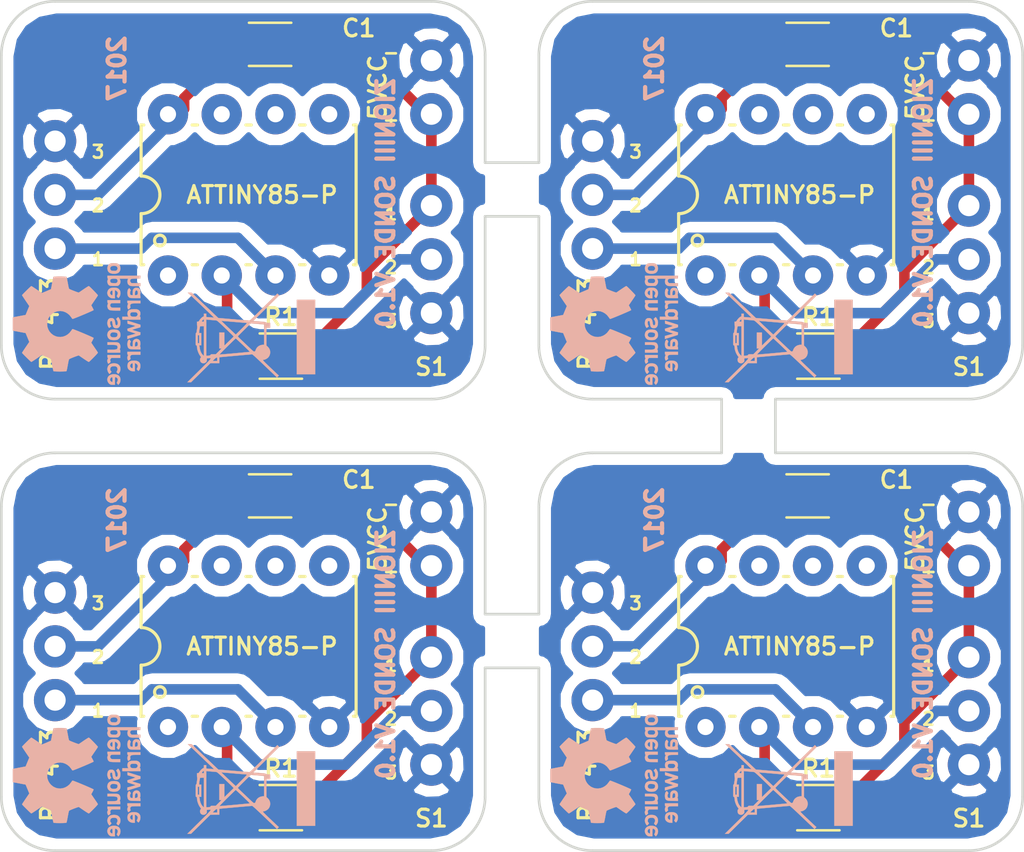
<source format=kicad_pcb>
(kicad_pcb (version 4) (host pcbnew 4.0.5)

  (general
    (links 60)
    (no_connects 12)
    (area 133.540499 88.836499 181.927501 129.095501)
    (thickness 1.6)
    (drawings 84)
    (tracks 128)
    (zones 0)
    (modules 44)
    (nets 5)
  )

  (page A4)
  (layers
    (0 Top signal)
    (31 Bottom signal)
    (34 B.Paste user)
    (35 F.Paste user)
    (36 B.SilkS user)
    (37 F.SilkS user)
    (38 B.Mask user)
    (39 F.Mask user)
    (44 Edge.Cuts user)
  )

  (setup
    (last_trace_width 0.1524)
    (user_trace_width 0.1524)
    (user_trace_width 0.2)
    (user_trace_width 0.25)
    (user_trace_width 0.3)
    (user_trace_width 0.4)
    (user_trace_width 0.5)
    (user_trace_width 0.6)
    (user_trace_width 0.8)
    (user_trace_width 0.1524)
    (user_trace_width 0.2)
    (user_trace_width 0.25)
    (user_trace_width 0.3)
    (user_trace_width 0.4)
    (user_trace_width 0.5)
    (user_trace_width 0.6)
    (user_trace_width 0.8)
    (user_trace_width 0.1524)
    (user_trace_width 0.2)
    (user_trace_width 0.25)
    (user_trace_width 0.3)
    (user_trace_width 0.4)
    (user_trace_width 0.5)
    (user_trace_width 0.6)
    (user_trace_width 0.8)
    (user_trace_width 0.1524)
    (user_trace_width 0.2)
    (user_trace_width 0.25)
    (user_trace_width 0.3)
    (user_trace_width 0.4)
    (user_trace_width 0.5)
    (user_trace_width 0.6)
    (user_trace_width 0.8)
    (user_trace_width 0.1524)
    (user_trace_width 0.2)
    (user_trace_width 0.25)
    (user_trace_width 0.3)
    (user_trace_width 0.4)
    (user_trace_width 0.5)
    (user_trace_width 0.6)
    (user_trace_width 0.8)
    (user_trace_width 0.1524)
    (user_trace_width 0.2)
    (user_trace_width 0.25)
    (user_trace_width 0.3)
    (user_trace_width 0.4)
    (user_trace_width 0.5)
    (user_trace_width 0.6)
    (user_trace_width 0.8)
    (user_trace_width 0.1524)
    (user_trace_width 0.2)
    (user_trace_width 0.25)
    (user_trace_width 0.3)
    (user_trace_width 0.4)
    (user_trace_width 0.5)
    (user_trace_width 0.6)
    (user_trace_width 0.8)
    (user_trace_width 0.1524)
    (user_trace_width 0.2)
    (user_trace_width 0.25)
    (user_trace_width 0.3)
    (user_trace_width 0.4)
    (user_trace_width 0.5)
    (user_trace_width 0.6)
    (user_trace_width 0.8)
    (user_trace_width 0.1524)
    (user_trace_width 0.2)
    (user_trace_width 0.25)
    (user_trace_width 0.3)
    (user_trace_width 0.4)
    (user_trace_width 0.5)
    (user_trace_width 0.6)
    (user_trace_width 0.8)
    (trace_clearance 0.3)
    (zone_clearance 0.508)
    (zone_45_only yes)
    (trace_min 0.1524)
    (segment_width 0.127)
    (edge_width 0.127)
    (via_size 0.6858)
    (via_drill 0.3302)
    (via_min_size 0.6858)
    (via_min_drill 0.3302)
    (uvia_size 0.762)
    (uvia_drill 0.508)
    (uvias_allowed no)
    (uvia_min_size 0)
    (uvia_min_drill 0)
    (pcb_text_width 0.127)
    (pcb_text_size 0.6 0.6)
    (mod_edge_width 0.127)
    (mod_text_size 0.6 0.6)
    (mod_text_width 0.127)
    (pad_size 1.524 1.524)
    (pad_drill 0.762)
    (pad_to_mask_clearance 0.05)
    (pad_to_paste_clearance -0.04)
    (aux_axis_origin 0 0)
    (visible_elements 7FFFF7FF)
    (pcbplotparams
      (layerselection 0x011fc_80000001)
      (usegerberextensions false)
      (excludeedgelayer true)
      (linewidth 0.127000)
      (plotframeref false)
      (viasonmask false)
      (mode 1)
      (useauxorigin false)
      (hpglpennumber 1)
      (hpglpenspeed 20)
      (hpglpendiameter 15)
      (hpglpenoverlay 2)
      (psnegative false)
      (psa4output false)
      (plotreference true)
      (plotvalue true)
      (plotinvisibletext false)
      (padsonsilk false)
      (subtractmaskfromsilk false)
      (outputformat 4)
      (mirror false)
      (drillshape 0)
      (scaleselection 1)
      (outputdirectory CAM/))
  )

  (net 0 "")
  (net 1 VCC)
  (net 2 GND)
  (net 3 "Net-(IC1-Pad2)")
  (net 4 "Net-(IC1-Pad3)")

  (net_class Default "Dit is de standaard class."
    (clearance 0.3)
    (trace_width 0.1524)
    (via_dia 0.6858)
    (via_drill 0.3302)
    (uvia_dia 0.762)
    (uvia_drill 0.508)
    (add_net GND)
    (add_net "Net-(IC1-Pad2)")
    (add_net "Net-(IC1-Pad3)")
    (add_net VCC)
  )

  (module Wire_Pads:SolderWirePad_single_0-8mmDrill (layer Top) (tedit 58CD68FD) (tstamp 58CD69E1)
    (at 156.972 119.888)
    (fp_text reference 1 (at 0 -2.54) (layer F.SilkS) hide
      (effects (font (size 1 1) (thickness 0.15)))
    )
    (fp_text value Trou (at 0 2.54) (layer F.Fab) hide
      (effects (font (size 1 1) (thickness 0.15)))
    )
    (pad "" np_thru_hole circle (at 0 0) (size 0.6 0.6) (drill 0.6) (layers *.Cu *.Mask)
      (zone_connect 0))
  )

  (module Wire_Pads:SolderWirePad_single_0-8mmDrill (layer Top) (tedit 58CD68FD) (tstamp 58CD69D7)
    (at 158.496 119.888)
    (fp_text reference 1 (at 0 -2.54) (layer F.SilkS) hide
      (effects (font (size 1 1) (thickness 0.15)))
    )
    (fp_text value Trou (at 0 2.54) (layer F.Fab) hide
      (effects (font (size 1 1) (thickness 0.15)))
    )
    (pad "" np_thru_hole circle (at 0 0) (size 0.6 0.6) (drill 0.6) (layers *.Cu *.Mask)
      (zone_connect 0))
  )

  (module Wire_Pads:SolderWirePad_single_0-8mmDrill (layer Top) (tedit 58CD68FD) (tstamp 58CD69D1)
    (at 158.496 118.364)
    (fp_text reference 1 (at 0 -2.54) (layer F.SilkS) hide
      (effects (font (size 1 1) (thickness 0.15)))
    )
    (fp_text value Trou (at 0 2.54) (layer F.Fab) hide
      (effects (font (size 1 1) (thickness 0.15)))
    )
    (pad "" np_thru_hole circle (at 0 0) (size 0.6 0.6) (drill 0.6) (layers *.Cu *.Mask)
      (zone_connect 0))
  )

  (module Wire_Pads:SolderWirePad_single_0-8mmDrill (layer Top) (tedit 58CD68FD) (tstamp 58CD69CC)
    (at 156.972 118.364)
    (fp_text reference 1 (at 0 -2.54) (layer F.SilkS) hide
      (effects (font (size 1 1) (thickness 0.15)))
    )
    (fp_text value Trou (at 0 2.54) (layer F.Fab) hide
      (effects (font (size 1 1) (thickness 0.15)))
    )
    (pad "" np_thru_hole circle (at 0 0) (size 0.6 0.6) (drill 0.6) (layers *.Cu *.Mask)
      (zone_connect 0))
  )

  (module Wire_Pads:SolderWirePad_single_0-8mmDrill (layer Top) (tedit 58CD68FD) (tstamp 58CD69BE)
    (at 169.672 109.728)
    (fp_text reference 1 (at 0 -2.54) (layer F.SilkS) hide
      (effects (font (size 1 1) (thickness 0.15)))
    )
    (fp_text value Trou (at 0 2.54) (layer F.Fab) hide
      (effects (font (size 1 1) (thickness 0.15)))
    )
    (pad "" np_thru_hole circle (at 0 0) (size 0.6 0.6) (drill 0.6) (layers *.Cu *.Mask)
      (zone_connect 0))
  )

  (module Wire_Pads:SolderWirePad_single_0-8mmDrill (layer Top) (tedit 58CD68FD) (tstamp 58CD69A2)
    (at 168.148 109.728)
    (fp_text reference 1 (at 0 -2.54) (layer F.SilkS) hide
      (effects (font (size 1 1) (thickness 0.15)))
    )
    (fp_text value Trou (at 0 2.54) (layer F.Fab) hide
      (effects (font (size 1 1) (thickness 0.15)))
    )
    (pad "" np_thru_hole circle (at 0 0) (size 0.6 0.6) (drill 0.6) (layers *.Cu *.Mask)
      (zone_connect 0))
  )

  (module Wire_Pads:SolderWirePad_single_0-8mmDrill (layer Top) (tedit 58CD68FD) (tstamp 58CD699C)
    (at 169.672 108.204)
    (fp_text reference 1 (at 0 -2.54) (layer F.SilkS) hide
      (effects (font (size 1 1) (thickness 0.15)))
    )
    (fp_text value Trou (at 0 2.54) (layer F.Fab) hide
      (effects (font (size 1 1) (thickness 0.15)))
    )
    (pad "" np_thru_hole circle (at 0 0) (size 0.6 0.6) (drill 0.6) (layers *.Cu *.Mask)
      (zone_connect 0))
  )

  (module Wire_Pads:SolderWirePad_single_0-8mmDrill (layer Top) (tedit 58CD68FD) (tstamp 58CD698D)
    (at 168.148 108.204)
    (fp_text reference 1 (at 0 -2.54) (layer F.SilkS) hide
      (effects (font (size 1 1) (thickness 0.15)))
    )
    (fp_text value Trou (at 0 2.54) (layer F.Fab) hide
      (effects (font (size 1 1) (thickness 0.15)))
    )
    (pad "" np_thru_hole circle (at 0 0) (size 0.6 0.6) (drill 0.6) (layers *.Cu *.Mask)
      (zone_connect 0))
  )

  (module Wire_Pads:SolderWirePad_single_0-8mmDrill (layer Top) (tedit 58CD68FD) (tstamp 58CD6968)
    (at 158.496 98.552)
    (fp_text reference 1 (at 0 -2.54) (layer F.SilkS) hide
      (effects (font (size 1 1) (thickness 0.15)))
    )
    (fp_text value Trou (at 0 2.54) (layer F.Fab) hide
      (effects (font (size 1 1) (thickness 0.15)))
    )
    (pad "" np_thru_hole circle (at 0 0) (size 0.6 0.6) (drill 0.6) (layers *.Cu *.Mask)
      (zone_connect 0))
  )

  (module Wire_Pads:SolderWirePad_single_0-8mmDrill (layer Top) (tedit 58CD68FD) (tstamp 58CD6961)
    (at 158.496 97.028)
    (fp_text reference 1 (at 0 -2.54) (layer F.SilkS) hide
      (effects (font (size 1 1) (thickness 0.15)))
    )
    (fp_text value Trou (at 0 2.54) (layer F.Fab) hide
      (effects (font (size 1 1) (thickness 0.15)))
    )
    (pad "" np_thru_hole circle (at 0 0) (size 0.6 0.6) (drill 0.6) (layers *.Cu *.Mask)
      (zone_connect 0))
  )

  (module Wire_Pads:SolderWirePad_single_0-8mmDrill (layer Top) (tedit 58CD68FD) (tstamp 58CD6952)
    (at 156.972 98.552)
    (fp_text reference 1 (at 0 -2.54) (layer F.SilkS) hide
      (effects (font (size 1 1) (thickness 0.15)))
    )
    (fp_text value Trou (at 0 2.54) (layer F.Fab) hide
      (effects (font (size 1 1) (thickness 0.15)))
    )
    (pad "" np_thru_hole circle (at 0 0) (size 0.6 0.6) (drill 0.6) (layers *.Cu *.Mask)
      (zone_connect 0))
  )

  (module Wire_Pads:SolderWirePad_single_0-8mmDrill (layer Top) (tedit 58CD68FD) (tstamp 58CD687E)
    (at 156.972 97.028)
    (fp_text reference 1 (at 0 -2.54) (layer F.SilkS) hide
      (effects (font (size 1 1) (thickness 0.15)))
    )
    (fp_text value Trou (at 0 2.54) (layer F.Fab) hide
      (effects (font (size 1 1) (thickness 0.15)))
    )
    (pad "" np_thru_hole circle (at 0 0) (size 0.6 0.6) (drill 0.6) (layers *.Cu *.Mask)
      (zone_connect 0))
  )

  (module BRICE:C_1206_HandSoldering (layer Top) (tedit 58CD0301) (tstamp 58CCF991)
    (at 146.304 90.932 180)
    (descr "Capacitor SMD 1206, hand soldering")
    (tags "capacitor 1206")
    (path /58879B97)
    (attr smd)
    (fp_text reference C1 (at -4.191 0.762 180) (layer F.SilkS)
      (effects (font (size 0.8 0.8) (thickness 0.15)))
    )
    (fp_text value 10uF (at 0 2 180) (layer F.Fab)
      (effects (font (size 1 1) (thickness 0.15)))
    )
    (fp_text user %R (at 0 -1.75 180) (layer F.Fab)
      (effects (font (size 1 1) (thickness 0.15)))
    )
    (fp_line (start -1.6 0.8) (end -1.6 -0.8) (layer F.Fab) (width 0.1))
    (fp_line (start 1.6 0.8) (end -1.6 0.8) (layer F.Fab) (width 0.1))
    (fp_line (start 1.6 -0.8) (end 1.6 0.8) (layer F.Fab) (width 0.1))
    (fp_line (start -1.6 -0.8) (end 1.6 -0.8) (layer F.Fab) (width 0.1))
    (fp_line (start 1 -1.02) (end -1 -1.02) (layer F.SilkS) (width 0.12))
    (fp_line (start -1 1.02) (end 1 1.02) (layer F.SilkS) (width 0.12))
    (fp_line (start -3.25 -1.05) (end 3.25 -1.05) (layer F.CrtYd) (width 0.05))
    (fp_line (start -3.25 -1.05) (end -3.25 1.05) (layer F.CrtYd) (width 0.05))
    (fp_line (start 3.25 1.05) (end 3.25 -1.05) (layer F.CrtYd) (width 0.05))
    (fp_line (start 3.25 1.05) (end -3.25 1.05) (layer F.CrtYd) (width 0.05))
    (pad 1 smd rect (at -2 0 180) (size 2 1.6) (layers Top F.Paste F.Mask)
      (net 1 VCC))
    (pad 2 smd rect (at 2 0 180) (size 2 1.6) (layers Top F.Paste F.Mask)
      (net 2 GND))
    (model Capacitors_SMD.3dshapes/C_1206.wrl
      (at (xyz 0 0 0))
      (scale (xyz 1 1 1))
      (rotate (xyz 0 0 0))
    )
  )

  (module BRICE:ATTINY85-P (layer Top) (tedit 58CCFF70) (tstamp 58CCF9A1)
    (at 145.288 98.044)
    (descr "PDIP-8 Standard 300mil 8pin Dual In Line Package")
    (tags "Power Integrations P Package")
    (path /58879B60)
    (fp_text reference ATTINY85-P (at 0.635 0) (layer F.SilkS)
      (effects (font (size 0.8 0.8) (thickness 0.15)))
    )
    (fp_text value ATTINY85-P (at 0 0) (layer F.Fab)
      (effects (font (size 1 1) (thickness 0.15)))
    )
    (fp_line (start -5.08 0.889) (end -5.08 3.302) (layer F.SilkS) (width 0.15))
    (fp_line (start -5.08 -0.889) (end -5.08 -3.302) (layer F.SilkS) (width 0.15))
    (fp_arc (start -5.08 0) (end -4.191 0) (angle 90) (layer F.SilkS) (width 0.15))
    (fp_arc (start -5.08 0) (end -5.08 -0.889) (angle 90) (layer F.SilkS) (width 0.15))
    (fp_circle (center -4.191 2.159) (end -3.937 2.159) (layer F.SilkS) (width 0.15))
    (fp_line (start 5.08 3.302) (end 4.953 3.302) (layer F.SilkS) (width 0.15))
    (fp_line (start 2.413 3.302) (end 2.667 3.302) (layer F.SilkS) (width 0.15))
    (fp_line (start -0.127 3.302) (end 0.127 3.302) (layer F.SilkS) (width 0.15))
    (fp_line (start -2.667 3.302) (end -2.413 3.302) (layer F.SilkS) (width 0.15))
    (fp_line (start -5.08 3.302) (end -4.953 3.302) (layer F.SilkS) (width 0.15))
    (fp_line (start -5.08 -3.302) (end -4.953 -3.302) (layer F.SilkS) (width 0.15))
    (fp_line (start 5.08 -3.302) (end 4.953 -3.302) (layer F.SilkS) (width 0.15))
    (fp_line (start 2.413 -3.302) (end 2.667 -3.302) (layer F.SilkS) (width 0.15))
    (fp_line (start -0.127 -3.302) (end 0.127 -3.302) (layer F.SilkS) (width 0.15))
    (fp_line (start -2.667 -3.302) (end -2.413 -3.302) (layer F.SilkS) (width 0.15))
    (fp_line (start 5.08 3.302) (end 5.08 -3.302) (layer F.SilkS) (width 0.15))
    (pad 1 thru_hole circle (at -3.81 3.81) (size 1.905 1.905) (drill 0.762) (layers *.Cu *.Mask))
    (pad 2 thru_hole circle (at -1.27 3.81) (size 1.905 1.905) (drill 0.762) (layers *.Cu *.Mask)
      (net 3 "Net-(IC1-Pad2)"))
    (pad 3 thru_hole circle (at 1.27 3.81) (size 1.905 1.905) (drill 0.762) (layers *.Cu *.Mask)
      (net 4 "Net-(IC1-Pad3)"))
    (pad 4 thru_hole circle (at 3.81 3.81) (size 1.905 1.905) (drill 0.762) (layers *.Cu *.Mask)
      (net 2 GND))
    (pad 5 thru_hole circle (at 3.81 -3.81) (size 1.905 1.905) (drill 0.762) (layers *.Cu *.Mask))
    (pad 6 thru_hole circle (at 1.27 -3.81) (size 1.905 1.905) (drill 0.762) (layers *.Cu *.Mask))
    (pad 7 thru_hole circle (at -1.27 -3.81) (size 1.905 1.905) (drill 0.762) (layers *.Cu *.Mask))
    (pad 8 thru_hole circle (at -3.81 -3.81) (size 1.905 1.905) (drill 0.762) (layers *.Cu *.Mask)
      (net 1 VCC))
  )

  (module BRICE:Power_Pad_2x_1mmDrill (layer Top) (tedit 58CCFF4D) (tstamp 58CCF9A7)
    (at 153.924 92.964 90)
    (path /5887A78D)
    (fp_text reference 5VCC (at 0 -2.54 90) (layer F.SilkS)
      (effects (font (size 0.8 0.8) (thickness 0.15)))
    )
    (fp_text value Power (at 0 2.54 90) (layer F.Fab)
      (effects (font (size 1 1) (thickness 0.15)))
    )
    (pad 1 thru_hole circle (at -1.27 0 90) (size 2 2) (drill 1) (layers *.Cu *.Mask)
      (net 1 VCC))
    (pad 2 thru_hole circle (at 1.27 0 90) (size 2 2) (drill 1) (layers *.Cu *.Mask)
      (net 2 GND))
  )

  (module BRICE:R_1206_HandSoldering (layer Top) (tedit 58C701D4) (tstamp 58CCF9A8)
    (at 146.812 105.664)
    (descr "Resistor SMD 1206, hand soldering")
    (tags "resistor 1206")
    (path /58879C0A)
    (attr smd)
    (fp_text reference R1 (at 0 -1.85) (layer F.SilkS)
      (effects (font (size 0.8 0.8) (thickness 0.15)))
    )
    (fp_text value 4700 (at 0 1.9) (layer F.Fab)
      (effects (font (size 1 1) (thickness 0.15)))
    )
    (fp_text user %R (at 0 -1.85) (layer F.Fab)
      (effects (font (size 1 1) (thickness 0.15)))
    )
    (fp_line (start -1.6 0.8) (end -1.6 -0.8) (layer F.Fab) (width 0.1))
    (fp_line (start 1.6 0.8) (end -1.6 0.8) (layer F.Fab) (width 0.1))
    (fp_line (start 1.6 -0.8) (end 1.6 0.8) (layer F.Fab) (width 0.1))
    (fp_line (start -1.6 -0.8) (end 1.6 -0.8) (layer F.Fab) (width 0.1))
    (fp_line (start 1 1.07) (end -1 1.07) (layer F.SilkS) (width 0.12))
    (fp_line (start -1 -1.07) (end 1 -1.07) (layer F.SilkS) (width 0.12))
    (fp_line (start -3.25 -1.11) (end 3.25 -1.11) (layer F.CrtYd) (width 0.05))
    (fp_line (start -3.25 -1.11) (end -3.25 1.1) (layer F.CrtYd) (width 0.05))
    (fp_line (start 3.25 1.1) (end 3.25 -1.11) (layer F.CrtYd) (width 0.05))
    (fp_line (start 3.25 1.1) (end -3.25 1.1) (layer F.CrtYd) (width 0.05))
    (pad 1 smd rect (at -2 0) (size 2 1.7) (layers Top F.Paste F.Mask)
      (net 3 "Net-(IC1-Pad2)"))
    (pad 2 smd rect (at 2 0) (size 2 1.7) (layers Top F.Paste F.Mask)
      (net 1 VCC))
    (model Resistors_SMD.3dshapes/R_1206.wrl
      (at (xyz 0 0 0))
      (scale (xyz 1 1 1))
      (rotate (xyz 0 0 0))
    )
  )

  (module BRICE:DS18B20 placed (layer Top) (tedit 58CC3C73) (tstamp 58CCF9AD)
    (at 153.924 101.092 90)
    (path /5887BBB9)
    (fp_text reference S1 (at -5.08 0 180) (layer F.SilkS)
      (effects (font (size 0.8 0.8) (thickness 0.15)))
    )
    (fp_text value DS18B20 (at 0 2.54 90) (layer F.Fab)
      (effects (font (size 1 1) (thickness 0.15)))
    )
    (pad 1 thru_hole circle (at -2.54 0 90) (size 2 2) (drill 1) (layers *.Cu *.Mask)
      (net 2 GND))
    (pad 3 thru_hole circle (at 2.54 0 90) (size 2 2) (drill 1) (layers *.Cu *.Mask)
      (net 1 VCC))
    (pad 2 thru_hole circle (at 0 0 90) (size 2 2) (drill 1) (layers *.Cu *.Mask)
      (net 3 "Net-(IC1-Pad2)"))
  )

  (module BRICE:FS1000A (layer Top) (tedit 58CCFF3D) (tstamp 58CCF9B9)
    (at 136.144 98.044 90)
    (path /5887ACE4)
    (fp_text reference "RF 433" (at -6.096 -0.254 90) (layer F.SilkS)
      (effects (font (size 0.8 0.8) (thickness 0.15)))
    )
    (fp_text value FS1000A (at 0 2.54 90) (layer F.Fab)
      (effects (font (size 1 1) (thickness 0.15)))
    )
    (pad 1 thru_hole circle (at -2.54 0 90) (size 2 2) (drill 1) (layers *.Cu *.Mask)
      (net 4 "Net-(IC1-Pad3)"))
    (pad 2 thru_hole circle (at 0 0 90) (size 2 2) (drill 1) (layers *.Cu *.Mask)
      (net 1 VCC))
    (pad 3 thru_hole circle (at 2.54 0 90) (size 2 2) (drill 1) (layers *.Cu *.Mask)
      (net 2 GND))
  )

  (module Symbols:OSHW-Logo_5.7x6mm_SilkScreen (layer Bottom) (tedit 0) (tstamp 58CCFFDB)
    (at 137.16 104.14 270)
    (descr "Open Source Hardware Logo")
    (tags "Logo OSHW")
    (attr virtual)
    (fp_text reference REF*** (at 0 0 270) (layer B.SilkS) hide
      (effects (font (size 1 1) (thickness 0.15)) (justify mirror))
    )
    (fp_text value OSHW-Logo_5.7x6mm_SilkScreen (at 0.75 0 270) (layer B.Fab) hide
      (effects (font (size 1 1) (thickness 0.15)) (justify mirror))
    )
    (fp_poly (pts (xy -1.908759 -1.469184) (xy -1.882247 -1.482282) (xy -1.849553 -1.505106) (xy -1.825725 -1.529996)
      (xy -1.809406 -1.561249) (xy -1.79924 -1.603166) (xy -1.793872 -1.660044) (xy -1.791944 -1.736184)
      (xy -1.791831 -1.768917) (xy -1.792161 -1.840656) (xy -1.793527 -1.891927) (xy -1.7965 -1.927404)
      (xy -1.801649 -1.951763) (xy -1.809543 -1.96968) (xy -1.817757 -1.981902) (xy -1.870187 -2.033905)
      (xy -1.93193 -2.065184) (xy -1.998536 -2.074592) (xy -2.065558 -2.06098) (xy -2.086792 -2.051354)
      (xy -2.137624 -2.024859) (xy -2.137624 -2.440052) (xy -2.100525 -2.420868) (xy -2.051643 -2.406025)
      (xy -1.991561 -2.402222) (xy -1.931564 -2.409243) (xy -1.886256 -2.425013) (xy -1.848675 -2.455047)
      (xy -1.816564 -2.498024) (xy -1.81415 -2.502436) (xy -1.803967 -2.523221) (xy -1.79653 -2.54417)
      (xy -1.791411 -2.569548) (xy -1.788181 -2.603618) (xy -1.786413 -2.650641) (xy -1.785677 -2.714882)
      (xy -1.785544 -2.787176) (xy -1.785544 -3.017822) (xy -1.923861 -3.017822) (xy -1.923861 -2.592533)
      (xy -1.962549 -2.559979) (xy -2.002738 -2.53394) (xy -2.040797 -2.529205) (xy -2.079066 -2.541389)
      (xy -2.099462 -2.55332) (xy -2.114642 -2.570313) (xy -2.125438 -2.595995) (xy -2.132683 -2.633991)
      (xy -2.137208 -2.687926) (xy -2.139844 -2.761425) (xy -2.140772 -2.810347) (xy -2.143911 -3.011535)
      (xy -2.209926 -3.015336) (xy -2.27594 -3.019136) (xy -2.27594 -1.77065) (xy -2.137624 -1.77065)
      (xy -2.134097 -1.840254) (xy -2.122215 -1.888569) (xy -2.10002 -1.918631) (xy -2.065559 -1.933471)
      (xy -2.030742 -1.936436) (xy -1.991329 -1.933028) (xy -1.965171 -1.919617) (xy -1.948814 -1.901896)
      (xy -1.935937 -1.882835) (xy -1.928272 -1.861601) (xy -1.924861 -1.831849) (xy -1.924749 -1.787236)
      (xy -1.925897 -1.74988) (xy -1.928532 -1.693604) (xy -1.932456 -1.656658) (xy -1.939063 -1.633223)
      (xy -1.949749 -1.61748) (xy -1.959833 -1.60838) (xy -2.00197 -1.588537) (xy -2.05184 -1.585332)
      (xy -2.080476 -1.592168) (xy -2.108828 -1.616464) (xy -2.127609 -1.663728) (xy -2.136712 -1.733624)
      (xy -2.137624 -1.77065) (xy -2.27594 -1.77065) (xy -2.27594 -1.458614) (xy -2.206782 -1.458614)
      (xy -2.16526 -1.460256) (xy -2.143838 -1.466087) (xy -2.137626 -1.477461) (xy -2.137624 -1.477798)
      (xy -2.134742 -1.488938) (xy -2.12203 -1.487673) (xy -2.096757 -1.475433) (xy -2.037869 -1.456707)
      (xy -1.971615 -1.454739) (xy -1.908759 -1.469184)) (layer B.SilkS) (width 0.01))
    (fp_poly (pts (xy -1.38421 -2.406555) (xy -1.325055 -2.422339) (xy -1.280023 -2.450948) (xy -1.248246 -2.488419)
      (xy -1.238366 -2.504411) (xy -1.231073 -2.521163) (xy -1.225974 -2.542592) (xy -1.222679 -2.572616)
      (xy -1.220797 -2.615154) (xy -1.219937 -2.674122) (xy -1.219707 -2.75344) (xy -1.219703 -2.774484)
      (xy -1.219703 -3.017822) (xy -1.280059 -3.017822) (xy -1.318557 -3.015126) (xy -1.347023 -3.008295)
      (xy -1.354155 -3.004083) (xy -1.373652 -2.996813) (xy -1.393566 -3.004083) (xy -1.426353 -3.01316)
      (xy -1.473978 -3.016813) (xy -1.526764 -3.015228) (xy -1.575036 -3.008589) (xy -1.603218 -3.000072)
      (xy -1.657753 -2.965063) (xy -1.691835 -2.916479) (xy -1.707157 -2.851882) (xy -1.707299 -2.850223)
      (xy -1.705955 -2.821566) (xy -1.584356 -2.821566) (xy -1.573726 -2.854161) (xy -1.55641 -2.872505)
      (xy -1.521652 -2.886379) (xy -1.475773 -2.891917) (xy -1.428988 -2.889191) (xy -1.391514 -2.878274)
      (xy -1.381015 -2.871269) (xy -1.362668 -2.838904) (xy -1.35802 -2.802111) (xy -1.35802 -2.753763)
      (xy -1.427582 -2.753763) (xy -1.493667 -2.75885) (xy -1.543764 -2.773263) (xy -1.574929 -2.795729)
      (xy -1.584356 -2.821566) (xy -1.705955 -2.821566) (xy -1.703987 -2.779647) (xy -1.68071 -2.723845)
      (xy -1.636948 -2.681647) (xy -1.630899 -2.677808) (xy -1.604907 -2.665309) (xy -1.572735 -2.65774)
      (xy -1.52776 -2.654061) (xy -1.474331 -2.653216) (xy -1.35802 -2.653169) (xy -1.35802 -2.604411)
      (xy -1.362953 -2.566581) (xy -1.375543 -2.541236) (xy -1.377017 -2.539887) (xy -1.405034 -2.5288)
      (xy -1.447326 -2.524503) (xy -1.494064 -2.526615) (xy -1.535418 -2.534756) (xy -1.559957 -2.546965)
      (xy -1.573253 -2.556746) (xy -1.587294 -2.558613) (xy -1.606671 -2.5506) (xy -1.635976 -2.530739)
      (xy -1.679803 -2.497063) (xy -1.683825 -2.493909) (xy -1.681764 -2.482236) (xy -1.664568 -2.462822)
      (xy -1.638433 -2.441248) (xy -1.609552 -2.423096) (xy -1.600478 -2.418809) (xy -1.56738 -2.410256)
      (xy -1.51888 -2.404155) (xy -1.464695 -2.401708) (xy -1.462161 -2.401703) (xy -1.38421 -2.406555)) (layer B.SilkS) (width 0.01))
    (fp_poly (pts (xy -0.993356 -2.40302) (xy -0.974539 -2.40866) (xy -0.968473 -2.421053) (xy -0.968218 -2.426647)
      (xy -0.967129 -2.44223) (xy -0.959632 -2.444676) (xy -0.939381 -2.433993) (xy -0.927351 -2.426694)
      (xy -0.8894 -2.411063) (xy -0.844072 -2.403334) (xy -0.796544 -2.40274) (xy -0.751995 -2.408513)
      (xy -0.715602 -2.419884) (xy -0.692543 -2.436088) (xy -0.687996 -2.456355) (xy -0.690291 -2.461843)
      (xy -0.70702 -2.484626) (xy -0.732963 -2.512647) (xy -0.737655 -2.517177) (xy -0.762383 -2.538005)
      (xy -0.783718 -2.544735) (xy -0.813555 -2.540038) (xy -0.825508 -2.536917) (xy -0.862705 -2.529421)
      (xy -0.888859 -2.532792) (xy -0.910946 -2.544681) (xy -0.931178 -2.560635) (xy -0.946079 -2.5807)
      (xy -0.956434 -2.608702) (xy -0.963029 -2.648467) (xy -0.966649 -2.703823) (xy -0.968078 -2.778594)
      (xy -0.968218 -2.82374) (xy -0.968218 -3.017822) (xy -1.09396 -3.017822) (xy -1.09396 -2.401683)
      (xy -1.031089 -2.401683) (xy -0.993356 -2.40302)) (layer B.SilkS) (width 0.01))
    (fp_poly (pts (xy -0.201188 -3.017822) (xy -0.270346 -3.017822) (xy -0.310488 -3.016645) (xy -0.331394 -3.011772)
      (xy -0.338922 -3.001186) (xy -0.339505 -2.994029) (xy -0.340774 -2.979676) (xy -0.348779 -2.976923)
      (xy -0.369815 -2.985771) (xy -0.386173 -2.994029) (xy -0.448977 -3.013597) (xy -0.517248 -3.014729)
      (xy -0.572752 -3.000135) (xy -0.624438 -2.964877) (xy -0.663838 -2.912835) (xy -0.685413 -2.85145)
      (xy -0.685962 -2.848018) (xy -0.689167 -2.810571) (xy -0.690761 -2.756813) (xy -0.690633 -2.716155)
      (xy -0.553279 -2.716155) (xy -0.550097 -2.770194) (xy -0.542859 -2.814735) (xy -0.53306 -2.839888)
      (xy -0.495989 -2.87426) (xy -0.451974 -2.886582) (xy -0.406584 -2.876618) (xy -0.367797 -2.846895)
      (xy -0.353108 -2.826905) (xy -0.344519 -2.80305) (xy -0.340496 -2.76823) (xy -0.339505 -2.71593)
      (xy -0.341278 -2.664139) (xy -0.345963 -2.618634) (xy -0.352603 -2.588181) (xy -0.35371 -2.585452)
      (xy -0.380491 -2.553) (xy -0.419579 -2.535183) (xy -0.463315 -2.532306) (xy -0.504038 -2.544674)
      (xy -0.534087 -2.572593) (xy -0.537204 -2.578148) (xy -0.546961 -2.612022) (xy -0.552277 -2.660728)
      (xy -0.553279 -2.716155) (xy -0.690633 -2.716155) (xy -0.690568 -2.69554) (xy -0.689664 -2.662563)
      (xy -0.683514 -2.580981) (xy -0.670733 -2.51973) (xy -0.649471 -2.474449) (xy -0.617878 -2.440779)
      (xy -0.587207 -2.421014) (xy -0.544354 -2.40712) (xy -0.491056 -2.402354) (xy -0.43648 -2.406236)
      (xy -0.389792 -2.418282) (xy -0.365124 -2.432693) (xy -0.339505 -2.455878) (xy -0.339505 -2.162773)
      (xy -0.201188 -2.162773) (xy -0.201188 -3.017822)) (layer B.SilkS) (width 0.01))
    (fp_poly (pts (xy 0.281524 -2.404237) (xy 0.331255 -2.407971) (xy 0.461291 -2.797773) (xy 0.481678 -2.728614)
      (xy 0.493946 -2.685874) (xy 0.510085 -2.628115) (xy 0.527512 -2.564625) (xy 0.536726 -2.53057)
      (xy 0.571388 -2.401683) (xy 0.714391 -2.401683) (xy 0.671646 -2.536857) (xy 0.650596 -2.603342)
      (xy 0.625167 -2.683539) (xy 0.59861 -2.767193) (xy 0.574902 -2.841782) (xy 0.520902 -3.011535)
      (xy 0.462598 -3.015328) (xy 0.404295 -3.019122) (xy 0.372679 -2.914734) (xy 0.353182 -2.849889)
      (xy 0.331904 -2.7784) (xy 0.313308 -2.715263) (xy 0.312574 -2.71275) (xy 0.298684 -2.669969)
      (xy 0.286429 -2.640779) (xy 0.277846 -2.629741) (xy 0.276082 -2.631018) (xy 0.269891 -2.64813)
      (xy 0.258128 -2.684787) (xy 0.242225 -2.736378) (xy 0.223614 -2.798294) (xy 0.213543 -2.832352)
      (xy 0.159007 -3.017822) (xy 0.043264 -3.017822) (xy -0.049263 -2.725471) (xy -0.075256 -2.643462)
      (xy -0.098934 -2.568987) (xy -0.11918 -2.505544) (xy -0.134874 -2.456632) (xy -0.144898 -2.425749)
      (xy -0.147945 -2.416726) (xy -0.145533 -2.407487) (xy -0.126592 -2.403441) (xy -0.087177 -2.403846)
      (xy -0.081007 -2.404152) (xy -0.007914 -2.407971) (xy 0.039957 -2.58401) (xy 0.057553 -2.648211)
      (xy 0.073277 -2.704649) (xy 0.085746 -2.748422) (xy 0.093574 -2.77463) (xy 0.09502 -2.778903)
      (xy 0.101014 -2.77399) (xy 0.113101 -2.748532) (xy 0.129893 -2.705997) (xy 0.150003 -2.64985)
      (xy 0.167003 -2.59913) (xy 0.231794 -2.400504) (xy 0.281524 -2.404237)) (layer B.SilkS) (width 0.01))
    (fp_poly (pts (xy 1.038411 -2.405417) (xy 1.091411 -2.41829) (xy 1.106731 -2.42511) (xy 1.136428 -2.442974)
      (xy 1.15922 -2.463093) (xy 1.176083 -2.488962) (xy 1.187998 -2.524073) (xy 1.195942 -2.57192)
      (xy 1.200894 -2.635996) (xy 1.203831 -2.719794) (xy 1.204947 -2.775768) (xy 1.209052 -3.017822)
      (xy 1.138932 -3.017822) (xy 1.096393 -3.016038) (xy 1.074476 -3.009942) (xy 1.068812 -2.999706)
      (xy 1.065821 -2.988637) (xy 1.052451 -2.990754) (xy 1.034233 -2.999629) (xy 0.988624 -3.013233)
      (xy 0.930007 -3.016899) (xy 0.868354 -3.010903) (xy 0.813638 -2.995521) (xy 0.80873 -2.993386)
      (xy 0.758723 -2.958255) (xy 0.725756 -2.909419) (xy 0.710587 -2.852333) (xy 0.711746 -2.831824)
      (xy 0.835508 -2.831824) (xy 0.846413 -2.859425) (xy 0.878745 -2.879204) (xy 0.93091 -2.889819)
      (xy 0.958787 -2.891228) (xy 1.005247 -2.88762) (xy 1.036129 -2.873597) (xy 1.043664 -2.866931)
      (xy 1.064076 -2.830666) (xy 1.068812 -2.797773) (xy 1.068812 -2.753763) (xy 1.007513 -2.753763)
      (xy 0.936256 -2.757395) (xy 0.886276 -2.768818) (xy 0.854696 -2.788824) (xy 0.847626 -2.797743)
      (xy 0.835508 -2.831824) (xy 0.711746 -2.831824) (xy 0.713971 -2.792456) (xy 0.736663 -2.735244)
      (xy 0.767624 -2.69658) (xy 0.786376 -2.679864) (xy 0.804733 -2.668878) (xy 0.828619 -2.66218)
      (xy 0.863957 -2.658326) (xy 0.916669 -2.655873) (xy 0.937577 -2.655168) (xy 1.068812 -2.650879)
      (xy 1.06862 -2.611158) (xy 1.063537 -2.569405) (xy 1.045162 -2.544158) (xy 1.008039 -2.52803)
      (xy 1.007043 -2.527742) (xy 0.95441 -2.5214) (xy 0.902906 -2.529684) (xy 0.86463 -2.549827)
      (xy 0.849272 -2.559773) (xy 0.83273 -2.558397) (xy 0.807275 -2.543987) (xy 0.792328 -2.533817)
      (xy 0.763091 -2.512088) (xy 0.74498 -2.4958) (xy 0.742074 -2.491137) (xy 0.75404 -2.467005)
      (xy 0.789396 -2.438185) (xy 0.804753 -2.428461) (xy 0.848901 -2.411714) (xy 0.908398 -2.402227)
      (xy 0.974487 -2.400095) (xy 1.038411 -2.405417)) (layer B.SilkS) (width 0.01))
    (fp_poly (pts (xy 1.635255 -2.401486) (xy 1.683595 -2.411015) (xy 1.711114 -2.425125) (xy 1.740064 -2.448568)
      (xy 1.698876 -2.500571) (xy 1.673482 -2.532064) (xy 1.656238 -2.547428) (xy 1.639102 -2.549776)
      (xy 1.614027 -2.542217) (xy 1.602257 -2.537941) (xy 1.55427 -2.531631) (xy 1.510324 -2.545156)
      (xy 1.47806 -2.57571) (xy 1.472819 -2.585452) (xy 1.467112 -2.611258) (xy 1.462706 -2.658817)
      (xy 1.459811 -2.724758) (xy 1.458631 -2.80571) (xy 1.458614 -2.817226) (xy 1.458614 -3.017822)
      (xy 1.320297 -3.017822) (xy 1.320297 -2.401683) (xy 1.389456 -2.401683) (xy 1.429333 -2.402725)
      (xy 1.450107 -2.407358) (xy 1.457789 -2.417849) (xy 1.458614 -2.427745) (xy 1.458614 -2.453806)
      (xy 1.491745 -2.427745) (xy 1.529735 -2.409965) (xy 1.58077 -2.401174) (xy 1.635255 -2.401486)) (layer B.SilkS) (width 0.01))
    (fp_poly (pts (xy 2.032581 -2.40497) (xy 2.092685 -2.420597) (xy 2.143021 -2.452848) (xy 2.167393 -2.47694)
      (xy 2.207345 -2.533895) (xy 2.230242 -2.599965) (xy 2.238108 -2.681182) (xy 2.238148 -2.687748)
      (xy 2.238218 -2.753763) (xy 1.858264 -2.753763) (xy 1.866363 -2.788342) (xy 1.880987 -2.819659)
      (xy 1.906581 -2.852291) (xy 1.911935 -2.8575) (xy 1.957943 -2.885694) (xy 2.01041 -2.890475)
      (xy 2.070803 -2.871926) (xy 2.08104 -2.866931) (xy 2.112439 -2.851745) (xy 2.13347 -2.843094)
      (xy 2.137139 -2.842293) (xy 2.149948 -2.850063) (xy 2.174378 -2.869072) (xy 2.186779 -2.87946)
      (xy 2.212476 -2.903321) (xy 2.220915 -2.919077) (xy 2.215058 -2.933571) (xy 2.211928 -2.937534)
      (xy 2.190725 -2.954879) (xy 2.155738 -2.975959) (xy 2.131337 -2.988265) (xy 2.062072 -3.009946)
      (xy 1.985388 -3.016971) (xy 1.912765 -3.008647) (xy 1.892426 -3.002686) (xy 1.829476 -2.968952)
      (xy 1.782815 -2.917045) (xy 1.752173 -2.846459) (xy 1.737282 -2.756692) (xy 1.735647 -2.709753)
      (xy 1.740421 -2.641413) (xy 1.86099 -2.641413) (xy 1.872652 -2.646465) (xy 1.903998 -2.650429)
      (xy 1.949571 -2.652768) (xy 1.980446 -2.653169) (xy 2.035981 -2.652783) (xy 2.071033 -2.650975)
      (xy 2.090262 -2.646773) (xy 2.09833 -2.639203) (xy 2.099901 -2.628218) (xy 2.089121 -2.594381)
      (xy 2.06198 -2.56094) (xy 2.026277 -2.535272) (xy 1.99056 -2.524772) (xy 1.942048 -2.534086)
      (xy 1.900053 -2.561013) (xy 1.870936 -2.599827) (xy 1.86099 -2.641413) (xy 1.740421 -2.641413)
      (xy 1.742599 -2.610236) (xy 1.764055 -2.530949) (xy 1.80047 -2.471263) (xy 1.852297 -2.430549)
      (xy 1.91999 -2.408179) (xy 1.956662 -2.403871) (xy 2.032581 -2.40497)) (layer B.SilkS) (width 0.01))
    (fp_poly (pts (xy -2.538261 -1.465148) (xy -2.472479 -1.494231) (xy -2.42254 -1.542793) (xy -2.388374 -1.610908)
      (xy -2.369907 -1.698651) (xy -2.368583 -1.712351) (xy -2.367546 -1.808939) (xy -2.380993 -1.893602)
      (xy -2.408108 -1.962221) (xy -2.422627 -1.984294) (xy -2.473201 -2.031011) (xy -2.537609 -2.061268)
      (xy -2.609666 -2.073824) (xy -2.683185 -2.067439) (xy -2.739072 -2.047772) (xy -2.787132 -2.014629)
      (xy -2.826412 -1.971175) (xy -2.827092 -1.970158) (xy -2.843044 -1.943338) (xy -2.85341 -1.916368)
      (xy -2.859688 -1.882332) (xy -2.863373 -1.83431) (xy -2.864997 -1.794931) (xy -2.865672 -1.759219)
      (xy -2.739955 -1.759219) (xy -2.738726 -1.79477) (xy -2.734266 -1.842094) (xy -2.726397 -1.872465)
      (xy -2.712207 -1.894072) (xy -2.698917 -1.906694) (xy -2.651802 -1.933122) (xy -2.602505 -1.936653)
      (xy -2.556593 -1.917639) (xy -2.533638 -1.896331) (xy -2.517096 -1.874859) (xy -2.507421 -1.854313)
      (xy -2.503174 -1.827574) (xy -2.50292 -1.787523) (xy -2.504228 -1.750638) (xy -2.507043 -1.697947)
      (xy -2.511505 -1.663772) (xy -2.519548 -1.64148) (xy -2.533103 -1.624442) (xy -2.543845 -1.614703)
      (xy -2.588777 -1.589123) (xy -2.637249 -1.587847) (xy -2.677894 -1.602999) (xy -2.712567 -1.634642)
      (xy -2.733224 -1.68662) (xy -2.739955 -1.759219) (xy -2.865672 -1.759219) (xy -2.866479 -1.716621)
      (xy -2.863948 -1.658056) (xy -2.856362 -1.614007) (xy -2.842681 -1.579248) (xy -2.821865 -1.548551)
      (xy -2.814147 -1.539436) (xy -2.765889 -1.494021) (xy -2.714128 -1.467493) (xy -2.650828 -1.456379)
      (xy -2.619961 -1.455471) (xy -2.538261 -1.465148)) (layer B.SilkS) (width 0.01))
    (fp_poly (pts (xy -1.356699 -1.472614) (xy -1.344168 -1.478514) (xy -1.300799 -1.510283) (xy -1.25979 -1.556646)
      (xy -1.229168 -1.607696) (xy -1.220459 -1.631166) (xy -1.212512 -1.673091) (xy -1.207774 -1.723757)
      (xy -1.207199 -1.744679) (xy -1.207129 -1.810693) (xy -1.587083 -1.810693) (xy -1.578983 -1.845273)
      (xy -1.559104 -1.88617) (xy -1.524347 -1.921514) (xy -1.482998 -1.944282) (xy -1.456649 -1.94901)
      (xy -1.420916 -1.943273) (xy -1.378282 -1.928882) (xy -1.363799 -1.922262) (xy -1.31024 -1.895513)
      (xy -1.264533 -1.930376) (xy -1.238158 -1.953955) (xy -1.224124 -1.973417) (xy -1.223414 -1.979129)
      (xy -1.235951 -1.992973) (xy -1.263428 -2.014012) (xy -1.288366 -2.030425) (xy -1.355664 -2.05993)
      (xy -1.43111 -2.073284) (xy -1.505888 -2.069812) (xy -1.565495 -2.051663) (xy -1.626941 -2.012784)
      (xy -1.670608 -1.961595) (xy -1.697926 -1.895367) (xy -1.710322 -1.811371) (xy -1.711421 -1.772936)
      (xy -1.707022 -1.684861) (xy -1.706482 -1.682299) (xy -1.580582 -1.682299) (xy -1.577115 -1.690558)
      (xy -1.562863 -1.695113) (xy -1.53347 -1.697065) (xy -1.484575 -1.697517) (xy -1.465748 -1.697525)
      (xy -1.408467 -1.696843) (xy -1.372141 -1.694364) (xy -1.352604 -1.689443) (xy -1.34569 -1.681434)
      (xy -1.345445 -1.678862) (xy -1.353336 -1.658423) (xy -1.373085 -1.629789) (xy -1.381575 -1.619763)
      (xy -1.413094 -1.591408) (xy -1.445949 -1.580259) (xy -1.463651 -1.579327) (xy -1.511539 -1.590981)
      (xy -1.551699 -1.622285) (xy -1.577173 -1.667752) (xy -1.577625 -1.669233) (xy -1.580582 -1.682299)
      (xy -1.706482 -1.682299) (xy -1.692392 -1.61551) (xy -1.666038 -1.560025) (xy -1.633807 -1.520639)
      (xy -1.574217 -1.477931) (xy -1.504168 -1.455109) (xy -1.429661 -1.453046) (xy -1.356699 -1.472614)) (layer B.SilkS) (width 0.01))
    (fp_poly (pts (xy 0.014017 -1.456452) (xy 0.061634 -1.465482) (xy 0.111034 -1.48437) (xy 0.116312 -1.486777)
      (xy 0.153774 -1.506476) (xy 0.179717 -1.524781) (xy 0.188103 -1.536508) (xy 0.180117 -1.555632)
      (xy 0.16072 -1.58385) (xy 0.15211 -1.594384) (xy 0.116628 -1.635847) (xy 0.070885 -1.608858)
      (xy 0.02735 -1.590878) (xy -0.02295 -1.581267) (xy -0.071188 -1.58066) (xy -0.108533 -1.589691)
      (xy -0.117495 -1.595327) (xy -0.134563 -1.621171) (xy -0.136637 -1.650941) (xy -0.123866 -1.674197)
      (xy -0.116312 -1.678708) (xy -0.093675 -1.684309) (xy -0.053885 -1.690892) (xy -0.004834 -1.697183)
      (xy 0.004215 -1.69817) (xy 0.082996 -1.711798) (xy 0.140136 -1.734946) (xy 0.17803 -1.769752)
      (xy 0.199079 -1.818354) (xy 0.205635 -1.877718) (xy 0.196577 -1.945198) (xy 0.167164 -1.998188)
      (xy 0.117278 -2.036783) (xy 0.0468 -2.061081) (xy -0.031435 -2.070667) (xy -0.095234 -2.070552)
      (xy -0.146984 -2.061845) (xy -0.182327 -2.049825) (xy -0.226983 -2.02888) (xy -0.268253 -2.004574)
      (xy -0.282921 -1.993876) (xy -0.320643 -1.963084) (xy -0.275148 -1.917049) (xy -0.229653 -1.871013)
      (xy -0.177928 -1.905243) (xy -0.126048 -1.930952) (xy -0.070649 -1.944399) (xy -0.017395 -1.945818)
      (xy 0.028049 -1.935443) (xy 0.060016 -1.913507) (xy 0.070338 -1.894998) (xy 0.068789 -1.865314)
      (xy 0.04314 -1.842615) (xy -0.00654 -1.82694) (xy -0.060969 -1.819695) (xy -0.144736 -1.805873)
      (xy -0.206967 -1.779796) (xy -0.248493 -1.740699) (xy -0.270147 -1.68782) (xy -0.273147 -1.625126)
      (xy -0.258329 -1.559642) (xy -0.224546 -1.510144) (xy -0.171495 -1.476408) (xy -0.098874 -1.458207)
      (xy -0.045072 -1.454639) (xy 0.014017 -1.456452)) (layer B.SilkS) (width 0.01))
    (fp_poly (pts (xy 0.610762 -1.466055) (xy 0.674363 -1.500692) (xy 0.724123 -1.555372) (xy 0.747568 -1.599842)
      (xy 0.757634 -1.639121) (xy 0.764156 -1.695116) (xy 0.766951 -1.759621) (xy 0.765836 -1.824429)
      (xy 0.760626 -1.881334) (xy 0.754541 -1.911727) (xy 0.734014 -1.953306) (xy 0.698463 -1.997468)
      (xy 0.655619 -2.036087) (xy 0.613211 -2.061034) (xy 0.612177 -2.06143) (xy 0.559553 -2.072331)
      (xy 0.497188 -2.072601) (xy 0.437924 -2.062676) (xy 0.41504 -2.054722) (xy 0.356102 -2.0213)
      (xy 0.31389 -1.977511) (xy 0.286156 -1.919538) (xy 0.270651 -1.843565) (xy 0.267143 -1.803771)
      (xy 0.26759 -1.753766) (xy 0.402376 -1.753766) (xy 0.406917 -1.826732) (xy 0.419986 -1.882334)
      (xy 0.440756 -1.917861) (xy 0.455552 -1.92802) (xy 0.493464 -1.935104) (xy 0.538527 -1.933007)
      (xy 0.577487 -1.922812) (xy 0.587704 -1.917204) (xy 0.614659 -1.884538) (xy 0.632451 -1.834545)
      (xy 0.640024 -1.773705) (xy 0.636325 -1.708497) (xy 0.628057 -1.669253) (xy 0.60432 -1.623805)
      (xy 0.566849 -1.595396) (xy 0.52172 -1.585573) (xy 0.475011 -1.595887) (xy 0.439132 -1.621112)
      (xy 0.420277 -1.641925) (xy 0.409272 -1.662439) (xy 0.404026 -1.690203) (xy 0.402449 -1.732762)
      (xy 0.402376 -1.753766) (xy 0.26759 -1.753766) (xy 0.268094 -1.69758) (xy 0.285388 -1.610501)
      (xy 0.319029 -1.54253) (xy 0.369018 -1.493664) (xy 0.435356 -1.463899) (xy 0.449601 -1.460448)
      (xy 0.53521 -1.452345) (xy 0.610762 -1.466055)) (layer B.SilkS) (width 0.01))
    (fp_poly (pts (xy 0.993367 -1.654342) (xy 0.994555 -1.746563) (xy 0.998897 -1.81661) (xy 1.007558 -1.867381)
      (xy 1.021704 -1.901772) (xy 1.0425 -1.922679) (xy 1.07111 -1.933) (xy 1.106535 -1.935636)
      (xy 1.143636 -1.932682) (xy 1.171818 -1.921889) (xy 1.192243 -1.90036) (xy 1.206079 -1.865199)
      (xy 1.214491 -1.81351) (xy 1.218643 -1.742394) (xy 1.219703 -1.654342) (xy 1.219703 -1.458614)
      (xy 1.35802 -1.458614) (xy 1.35802 -2.062179) (xy 1.288862 -2.062179) (xy 1.24717 -2.060489)
      (xy 1.225701 -2.054556) (xy 1.219703 -2.043293) (xy 1.216091 -2.033261) (xy 1.201714 -2.035383)
      (xy 1.172736 -2.04958) (xy 1.106319 -2.07148) (xy 1.035875 -2.069928) (xy 0.968377 -2.046147)
      (xy 0.936233 -2.027362) (xy 0.911715 -2.007022) (xy 0.893804 -1.981573) (xy 0.881479 -1.947458)
      (xy 0.873723 -1.901121) (xy 0.869516 -1.839007) (xy 0.86784 -1.757561) (xy 0.867624 -1.694578)
      (xy 0.867624 -1.458614) (xy 0.993367 -1.458614) (xy 0.993367 -1.654342)) (layer B.SilkS) (width 0.01))
    (fp_poly (pts (xy 2.217226 -1.46388) (xy 2.29008 -1.49483) (xy 2.313027 -1.509895) (xy 2.342354 -1.533048)
      (xy 2.360764 -1.551253) (xy 2.363961 -1.557183) (xy 2.354935 -1.57034) (xy 2.331837 -1.592667)
      (xy 2.313344 -1.60825) (xy 2.262728 -1.648926) (xy 2.22276 -1.615295) (xy 2.191874 -1.593584)
      (xy 2.161759 -1.58609) (xy 2.127292 -1.58792) (xy 2.072561 -1.601528) (xy 2.034886 -1.629772)
      (xy 2.011991 -1.675433) (xy 2.001597 -1.741289) (xy 2.001595 -1.741331) (xy 2.002494 -1.814939)
      (xy 2.016463 -1.868946) (xy 2.044328 -1.905716) (xy 2.063325 -1.918168) (xy 2.113776 -1.933673)
      (xy 2.167663 -1.933683) (xy 2.214546 -1.918638) (xy 2.225644 -1.911287) (xy 2.253476 -1.892511)
      (xy 2.275236 -1.889434) (xy 2.298704 -1.903409) (xy 2.324649 -1.92851) (xy 2.365716 -1.97088)
      (xy 2.320121 -2.008464) (xy 2.249674 -2.050882) (xy 2.170233 -2.071785) (xy 2.087215 -2.070272)
      (xy 2.032694 -2.056411) (xy 1.96897 -2.022135) (xy 1.918005 -1.968212) (xy 1.894851 -1.930149)
      (xy 1.876099 -1.875536) (xy 1.866715 -1.806369) (xy 1.866643 -1.731407) (xy 1.875824 -1.659409)
      (xy 1.894199 -1.599137) (xy 1.897093 -1.592958) (xy 1.939952 -1.532351) (xy 1.997979 -1.488224)
      (xy 2.066591 -1.461493) (xy 2.141201 -1.453073) (xy 2.217226 -1.46388)) (layer B.SilkS) (width 0.01))
    (fp_poly (pts (xy 2.677898 -1.456457) (xy 2.710096 -1.464279) (xy 2.771825 -1.492921) (xy 2.82461 -1.536667)
      (xy 2.861141 -1.589117) (xy 2.86616 -1.600893) (xy 2.873045 -1.63174) (xy 2.877864 -1.677371)
      (xy 2.879505 -1.723492) (xy 2.879505 -1.810693) (xy 2.697178 -1.810693) (xy 2.621979 -1.810978)
      (xy 2.569003 -1.812704) (xy 2.535325 -1.817181) (xy 2.51802 -1.82572) (xy 2.514163 -1.83963)
      (xy 2.520829 -1.860222) (xy 2.53277 -1.884315) (xy 2.56608 -1.924525) (xy 2.612368 -1.944558)
      (xy 2.668944 -1.943905) (xy 2.733031 -1.922101) (xy 2.788417 -1.895193) (xy 2.834375 -1.931532)
      (xy 2.880333 -1.967872) (xy 2.837096 -2.007819) (xy 2.779374 -2.045563) (xy 2.708386 -2.06832)
      (xy 2.632029 -2.074688) (xy 2.558199 -2.063268) (xy 2.546287 -2.059393) (xy 2.481399 -2.025506)
      (xy 2.43313 -1.974986) (xy 2.400465 -1.906325) (xy 2.382385 -1.818014) (xy 2.382175 -1.816121)
      (xy 2.380556 -1.719878) (xy 2.3871 -1.685542) (xy 2.514852 -1.685542) (xy 2.526584 -1.690822)
      (xy 2.558438 -1.694867) (xy 2.605397 -1.697176) (xy 2.635154 -1.697525) (xy 2.690648 -1.697306)
      (xy 2.725346 -1.695916) (xy 2.743601 -1.692251) (xy 2.749766 -1.68521) (xy 2.748195 -1.67369)
      (xy 2.746878 -1.669233) (xy 2.724382 -1.627355) (xy 2.689003 -1.593604) (xy 2.65778 -1.578773)
      (xy 2.616301 -1.579668) (xy 2.574269 -1.598164) (xy 2.539012 -1.628786) (xy 2.517854 -1.666062)
      (xy 2.514852 -1.685542) (xy 2.3871 -1.685542) (xy 2.39669 -1.635229) (xy 2.428698 -1.564191)
      (xy 2.474701 -1.508779) (xy 2.532821 -1.471009) (xy 2.60118 -1.452896) (xy 2.677898 -1.456457)) (layer B.SilkS) (width 0.01))
    (fp_poly (pts (xy -0.754012 -1.469002) (xy -0.722717 -1.48395) (xy -0.692409 -1.505541) (xy -0.669318 -1.530391)
      (xy -0.6525 -1.562087) (xy -0.641006 -1.604214) (xy -0.633891 -1.660358) (xy -0.630207 -1.734106)
      (xy -0.629008 -1.829044) (xy -0.628989 -1.838985) (xy -0.628713 -2.062179) (xy -0.76703 -2.062179)
      (xy -0.76703 -1.856418) (xy -0.767128 -1.780189) (xy -0.767809 -1.724939) (xy -0.769651 -1.686501)
      (xy -0.773233 -1.660706) (xy -0.779132 -1.643384) (xy -0.787927 -1.630368) (xy -0.80018 -1.617507)
      (xy -0.843047 -1.589873) (xy -0.889843 -1.584745) (xy -0.934424 -1.602217) (xy -0.949928 -1.615221)
      (xy -0.96131 -1.627447) (xy -0.969481 -1.64054) (xy -0.974974 -1.658615) (xy -0.97832 -1.685787)
      (xy -0.980051 -1.72617) (xy -0.980697 -1.783879) (xy -0.980792 -1.854132) (xy -0.980792 -2.062179)
      (xy -1.119109 -2.062179) (xy -1.119109 -1.458614) (xy -1.04995 -1.458614) (xy -1.008428 -1.460256)
      (xy -0.987006 -1.466087) (xy -0.980795 -1.477461) (xy -0.980792 -1.477798) (xy -0.97791 -1.488938)
      (xy -0.965199 -1.487674) (xy -0.939926 -1.475434) (xy -0.882605 -1.457424) (xy -0.817037 -1.455421)
      (xy -0.754012 -1.469002)) (layer B.SilkS) (width 0.01))
    (fp_poly (pts (xy 1.79946 -1.45803) (xy 1.842711 -1.471245) (xy 1.870558 -1.487941) (xy 1.879629 -1.501145)
      (xy 1.877132 -1.516797) (xy 1.860931 -1.541385) (xy 1.847232 -1.5588) (xy 1.818992 -1.590283)
      (xy 1.797775 -1.603529) (xy 1.779688 -1.602664) (xy 1.726035 -1.58901) (xy 1.68663 -1.58963)
      (xy 1.654632 -1.605104) (xy 1.64389 -1.614161) (xy 1.609505 -1.646027) (xy 1.609505 -2.062179)
      (xy 1.471188 -2.062179) (xy 1.471188 -1.458614) (xy 1.540347 -1.458614) (xy 1.581869 -1.460256)
      (xy 1.603291 -1.466087) (xy 1.609502 -1.477461) (xy 1.609505 -1.477798) (xy 1.612439 -1.489713)
      (xy 1.625704 -1.488159) (xy 1.644084 -1.479563) (xy 1.682046 -1.463568) (xy 1.712872 -1.453945)
      (xy 1.752536 -1.451478) (xy 1.79946 -1.45803)) (layer B.SilkS) (width 0.01))
    (fp_poly (pts (xy 0.376964 2.709982) (xy 0.433812 2.40843) (xy 0.853338 2.235488) (xy 1.104984 2.406605)
      (xy 1.175458 2.45425) (xy 1.239163 2.49679) (xy 1.293126 2.532285) (xy 1.334373 2.55879)
      (xy 1.359934 2.574364) (xy 1.366895 2.577722) (xy 1.379435 2.569086) (xy 1.406231 2.545208)
      (xy 1.44428 2.509141) (xy 1.490579 2.463933) (xy 1.542123 2.412636) (xy 1.595909 2.358299)
      (xy 1.648935 2.303972) (xy 1.698195 2.252705) (xy 1.740687 2.207549) (xy 1.773407 2.171554)
      (xy 1.793351 2.14777) (xy 1.798119 2.13981) (xy 1.791257 2.125135) (xy 1.77202 2.092986)
      (xy 1.74243 2.046508) (xy 1.70451 1.988844) (xy 1.660282 1.92314) (xy 1.634654 1.885664)
      (xy 1.587941 1.817232) (xy 1.546432 1.75548) (xy 1.51214 1.703481) (xy 1.48708 1.664308)
      (xy 1.473264 1.641035) (xy 1.471188 1.636145) (xy 1.475895 1.622245) (xy 1.488723 1.58985)
      (xy 1.507738 1.543515) (xy 1.531003 1.487794) (xy 1.556584 1.427242) (xy 1.582545 1.366414)
      (xy 1.60695 1.309864) (xy 1.627863 1.262148) (xy 1.643349 1.227819) (xy 1.651472 1.211432)
      (xy 1.651952 1.210788) (xy 1.664707 1.207659) (xy 1.698677 1.200679) (xy 1.75034 1.190533)
      (xy 1.816176 1.177908) (xy 1.892664 1.163491) (xy 1.93729 1.155177) (xy 2.019021 1.139616)
      (xy 2.092843 1.124808) (xy 2.155021 1.111564) (xy 2.201822 1.100695) (xy 2.229509 1.093011)
      (xy 2.235074 1.090573) (xy 2.240526 1.07407) (xy 2.244924 1.0368) (xy 2.248272 0.98312)
      (xy 2.250574 0.917388) (xy 2.251832 0.843963) (xy 2.252048 0.767204) (xy 2.251227 0.691468)
      (xy 2.249371 0.621114) (xy 2.246482 0.5605) (xy 2.242565 0.513984) (xy 2.237622 0.485925)
      (xy 2.234657 0.480084) (xy 2.216934 0.473083) (xy 2.179381 0.463073) (xy 2.126964 0.451231)
      (xy 2.064652 0.438733) (xy 2.0429 0.43469) (xy 1.938024 0.41548) (xy 1.85518 0.400009)
      (xy 1.79163 0.387663) (xy 1.744637 0.377827) (xy 1.711463 0.369886) (xy 1.689371 0.363224)
      (xy 1.675624 0.357227) (xy 1.667484 0.351281) (xy 1.666345 0.350106) (xy 1.654977 0.331174)
      (xy 1.637635 0.294331) (xy 1.61605 0.244087) (xy 1.591954 0.184954) (xy 1.567079 0.121444)
      (xy 1.543157 0.058068) (xy 1.521919 -0.000662) (xy 1.505097 -0.050235) (xy 1.494422 -0.086139)
      (xy 1.491627 -0.103862) (xy 1.49186 -0.104483) (xy 1.501331 -0.11897) (xy 1.522818 -0.150844)
      (xy 1.554063 -0.196789) (xy 1.592807 -0.253485) (xy 1.636793 -0.317617) (xy 1.649319 -0.335842)
      (xy 1.693984 -0.401914) (xy 1.733288 -0.4622) (xy 1.765088 -0.513235) (xy 1.787245 -0.55156)
      (xy 1.797617 -0.573711) (xy 1.798119 -0.576432) (xy 1.789405 -0.590736) (xy 1.765325 -0.619072)
      (xy 1.728976 -0.658396) (xy 1.683453 -0.705661) (xy 1.631852 -0.757823) (xy 1.577267 -0.811835)
      (xy 1.522794 -0.864653) (xy 1.471529 -0.913231) (xy 1.426567 -0.954523) (xy 1.391004 -0.985485)
      (xy 1.367935 -1.00307) (xy 1.361554 -1.005941) (xy 1.346699 -0.999178) (xy 1.316286 -0.980939)
      (xy 1.275268 -0.954297) (xy 1.243709 -0.932852) (xy 1.186525 -0.893503) (xy 1.118806 -0.847171)
      (xy 1.05088 -0.800913) (xy 1.014361 -0.776155) (xy 0.890752 -0.692547) (xy 0.786991 -0.74865)
      (xy 0.73972 -0.773228) (xy 0.699523 -0.792331) (xy 0.672326 -0.803227) (xy 0.665402 -0.804743)
      (xy 0.657077 -0.793549) (xy 0.640654 -0.761917) (xy 0.617357 -0.712765) (xy 0.588414 -0.64901)
      (xy 0.55505 -0.573571) (xy 0.518491 -0.489364) (xy 0.479964 -0.399308) (xy 0.440694 -0.306321)
      (xy 0.401908 -0.21332) (xy 0.36483 -0.123223) (xy 0.330689 -0.038948) (xy 0.300708 0.036587)
      (xy 0.276116 0.100466) (xy 0.258136 0.149769) (xy 0.247997 0.181579) (xy 0.246366 0.192504)
      (xy 0.259291 0.206439) (xy 0.287589 0.22906) (xy 0.325346 0.255667) (xy 0.328515 0.257772)
      (xy 0.4261 0.335886) (xy 0.504786 0.427018) (xy 0.563891 0.528255) (xy 0.602732 0.636682)
      (xy 0.620628 0.749386) (xy 0.616897 0.863452) (xy 0.590857 0.975966) (xy 0.541825 1.084015)
      (xy 0.5274 1.107655) (xy 0.452369 1.203113) (xy 0.36373 1.279768) (xy 0.264549 1.33722)
      (xy 0.157895 1.375071) (xy 0.046836 1.392922) (xy -0.065561 1.390375) (xy -0.176227 1.36703)
      (xy -0.282094 1.32249) (xy -0.380095 1.256355) (xy -0.41041 1.229513) (xy -0.487562 1.145488)
      (xy -0.543782 1.057034) (xy -0.582347 0.957885) (xy -0.603826 0.859697) (xy -0.609128 0.749303)
      (xy -0.591448 0.63836) (xy -0.552581 0.530619) (xy -0.494323 0.429831) (xy -0.418469 0.339744)
      (xy -0.326817 0.264108) (xy -0.314772 0.256136) (xy -0.276611 0.230026) (xy -0.247601 0.207405)
      (xy -0.233732 0.192961) (xy -0.233531 0.192504) (xy -0.236508 0.176879) (xy -0.248311 0.141418)
      (xy -0.267714 0.089038) (xy -0.293488 0.022655) (xy -0.324409 -0.054814) (xy -0.359249 -0.14045)
      (xy -0.396783 -0.231337) (xy -0.435783 -0.324559) (xy -0.475023 -0.417197) (xy -0.513276 -0.506335)
      (xy -0.549317 -0.589055) (xy -0.581917 -0.662441) (xy -0.609852 -0.723575) (xy -0.631895 -0.769541)
      (xy -0.646818 -0.797421) (xy -0.652828 -0.804743) (xy -0.671191 -0.799041) (xy -0.705552 -0.783749)
      (xy -0.749984 -0.761599) (xy -0.774417 -0.74865) (xy -0.878178 -0.692547) (xy -1.001787 -0.776155)
      (xy -1.064886 -0.818987) (xy -1.13397 -0.866122) (xy -1.198707 -0.910503) (xy -1.231134 -0.932852)
      (xy -1.276741 -0.963477) (xy -1.31536 -0.987747) (xy -1.341952 -1.002587) (xy -1.35059 -1.005724)
      (xy -1.363161 -0.997261) (xy -1.390984 -0.973636) (xy -1.431361 -0.937302) (xy -1.481595 -0.890711)
      (xy -1.538988 -0.836317) (xy -1.575286 -0.801392) (xy -1.63879 -0.738996) (xy -1.693673 -0.683188)
      (xy -1.737714 -0.636354) (xy -1.768695 -0.600882) (xy -1.784398 -0.579161) (xy -1.785905 -0.574752)
      (xy -1.778914 -0.557985) (xy -1.759594 -0.524082) (xy -1.730091 -0.476476) (xy -1.692545 -0.418599)
      (xy -1.6491 -0.353884) (xy -1.636745 -0.335842) (xy -1.591727 -0.270267) (xy -1.55134 -0.211228)
      (xy -1.51784 -0.162042) (xy -1.493486 -0.126028) (xy -1.480536 -0.106502) (xy -1.479285 -0.104483)
      (xy -1.481156 -0.088922) (xy -1.491087 -0.054709) (xy -1.507347 -0.006355) (xy -1.528205 0.051629)
      (xy -1.551927 0.11473) (xy -1.576784 0.178437) (xy -1.601042 0.238239) (xy -1.622971 0.289624)
      (xy -1.640838 0.328081) (xy -1.652913 0.349098) (xy -1.653771 0.350106) (xy -1.661154 0.356112)
      (xy -1.673625 0.362052) (xy -1.69392 0.36854) (xy -1.724778 0.376191) (xy -1.768934 0.38562)
      (xy -1.829126 0.397441) (xy -1.908093 0.412271) (xy -2.00857 0.430723) (xy -2.030325 0.43469)
      (xy -2.094802 0.447147) (xy -2.151011 0.459334) (xy -2.193987 0.470074) (xy -2.21876 0.478191)
      (xy -2.222082 0.480084) (xy -2.227556 0.496862) (xy -2.232006 0.534355) (xy -2.235428 0.588206)
      (xy -2.237819 0.654056) (xy -2.239177 0.727547) (xy -2.239499 0.80432) (xy -2.238781 0.880017)
      (xy -2.237021 0.95028) (xy -2.234216 1.01075) (xy -2.230362 1.05707) (xy -2.225457 1.084881)
      (xy -2.2225 1.090573) (xy -2.206037 1.096314) (xy -2.168551 1.105655) (xy -2.113775 1.117785)
      (xy -2.045445 1.131893) (xy -1.967294 1.14717) (xy -1.924716 1.155177) (xy -1.843929 1.170279)
      (xy -1.771887 1.18396) (xy -1.712111 1.195533) (xy -1.668121 1.204313) (xy -1.643439 1.209613)
      (xy -1.639377 1.210788) (xy -1.632511 1.224035) (xy -1.617998 1.255943) (xy -1.597771 1.301953)
      (xy -1.573766 1.357508) (xy -1.547918 1.418047) (xy -1.52216 1.479014) (xy -1.498427 1.535849)
      (xy -1.478654 1.583994) (xy -1.464776 1.61889) (xy -1.458726 1.635979) (xy -1.458614 1.636726)
      (xy -1.465472 1.650207) (xy -1.484698 1.68123) (xy -1.514272 1.726711) (xy -1.552173 1.783568)
      (xy -1.59638 1.848717) (xy -1.622079 1.886138) (xy -1.668907 1.954753) (xy -1.710499 2.017048)
      (xy -1.744825 2.069871) (xy -1.769857 2.110073) (xy -1.783565 2.1345) (xy -1.785544 2.139976)
      (xy -1.777034 2.152722) (xy -1.753507 2.179937) (xy -1.717968 2.218572) (xy -1.673423 2.265577)
      (xy -1.622877 2.317905) (xy -1.569336 2.372505) (xy -1.515805 2.42633) (xy -1.465289 2.47633)
      (xy -1.420794 2.519457) (xy -1.385325 2.552661) (xy -1.361887 2.572894) (xy -1.354046 2.577722)
      (xy -1.34128 2.570933) (xy -1.310744 2.551858) (xy -1.26541 2.522439) (xy -1.208244 2.484619)
      (xy -1.142216 2.440339) (xy -1.09241 2.406605) (xy -0.840764 2.235488) (xy -0.631001 2.321959)
      (xy -0.421237 2.40843) (xy -0.364389 2.709982) (xy -0.30754 3.011534) (xy 0.320115 3.011534)
      (xy 0.376964 2.709982)) (layer B.SilkS) (width 0.01))
  )

  (module Symbols:WEEE-Logo_4.2x6mm_SilkScreen (layer Bottom) (tedit 0) (tstamp 58CD01BD)
    (at 145.415 104.775 270)
    (descr "Waste Electrical and Electronic Equipment Directive")
    (tags "Logo WEEE")
    (attr virtual)
    (fp_text reference REF*** (at 0 0 270) (layer B.SilkS) hide
      (effects (font (size 1 1) (thickness 0.15)) (justify mirror))
    )
    (fp_text value WEEE-Logo_4.2x6mm_SilkScreen (at 0.75 0 270) (layer B.Fab) hide
      (effects (font (size 1 1) (thickness 0.15)) (justify mirror))
    )
    (fp_poly (pts (xy 1.747822 -3.017822) (xy -1.772971 -3.017822) (xy -1.772971 -2.150198) (xy 1.747822 -2.150198)
      (xy 1.747822 -3.017822)) (layer B.SilkS) (width 0.01))
    (fp_poly (pts (xy 2.12443 2.935152) (xy 2.123811 2.848069) (xy 1.672086 2.389109) (xy 1.220361 1.930148)
      (xy 1.220032 1.719529) (xy 1.219703 1.508911) (xy 0.94461 1.508911) (xy 0.937522 1.45547)
      (xy 0.934838 1.431112) (xy 0.930313 1.385241) (xy 0.924191 1.320595) (xy 0.916712 1.239909)
      (xy 0.908119 1.145919) (xy 0.898654 1.041363) (xy 0.888558 0.928975) (xy 0.878074 0.811493)
      (xy 0.867444 0.691652) (xy 0.856909 0.572189) (xy 0.846713 0.455841) (xy 0.837095 0.345343)
      (xy 0.8283 0.243431) (xy 0.820568 0.152842) (xy 0.814142 0.076313) (xy 0.809263 0.016579)
      (xy 0.806175 -0.023624) (xy 0.805117 -0.041559) (xy 0.805118 -0.041644) (xy 0.812827 -0.056035)
      (xy 0.835981 -0.085748) (xy 0.874895 -0.131131) (xy 0.929884 -0.192529) (xy 1.001264 -0.270288)
      (xy 1.089349 -0.364754) (xy 1.194454 -0.476272) (xy 1.316895 -0.605188) (xy 1.35131 -0.641287)
      (xy 1.897137 -1.213416) (xy 1.808881 -1.301436) (xy 1.737485 -1.223758) (xy 1.711366 -1.195686)
      (xy 1.670566 -1.152274) (xy 1.617777 -1.096366) (xy 1.555691 -1.030808) (xy 1.487 -0.958441)
      (xy 1.414396 -0.882112) (xy 1.37096 -0.836524) (xy 1.289416 -0.751119) (xy 1.223504 -0.68271)
      (xy 1.171544 -0.630053) (xy 1.131855 -0.591905) (xy 1.102757 -0.56702) (xy 1.082569 -0.554156)
      (xy 1.06961 -0.552068) (xy 1.0622 -0.559513) (xy 1.058658 -0.575246) (xy 1.057303 -0.598023)
      (xy 1.057121 -0.604239) (xy 1.047703 -0.647061) (xy 1.024497 -0.698819) (xy 0.992136 -0.751328)
      (xy 0.955252 -0.796403) (xy 0.940493 -0.810328) (xy 0.864767 -0.859047) (xy 0.776308 -0.886306)
      (xy 0.6981 -0.892773) (xy 0.609468 -0.880576) (xy 0.527612 -0.844813) (xy 0.455164 -0.786722)
      (xy 0.441797 -0.772262) (xy 0.392918 -0.716733) (xy -0.452674 -0.716733) (xy -0.452674 -0.892773)
      (xy -0.67901 -0.892773) (xy -0.67901 -0.810531) (xy -0.68185 -0.754386) (xy -0.691393 -0.715416)
      (xy -0.702991 -0.694219) (xy -0.711277 -0.679052) (xy -0.718373 -0.657062) (xy -0.724748 -0.624987)
      (xy -0.730872 -0.579569) (xy -0.737216 -0.517548) (xy -0.74425 -0.435662) (xy -0.749066 -0.374746)
      (xy -0.771161 -0.089343) (xy -1.313565 -0.638805) (xy -1.411637 -0.738228) (xy -1.505784 -0.833815)
      (xy -1.594285 -0.92381) (xy -1.67542 -1.006457) (xy -1.747469 -1.080001) (xy -1.808712 -1.142684)
      (xy -1.857427 -1.192752) (xy -1.891896 -1.228448) (xy -1.910379 -1.247995) (xy -1.940743 -1.278944)
      (xy -1.966071 -1.30053) (xy -1.979695 -1.307723) (xy -1.997095 -1.299297) (xy -2.02246 -1.278245)
      (xy -2.031058 -1.269671) (xy -2.067514 -1.23162) (xy -1.866802 -1.027658) (xy -1.815596 -0.975699)
      (xy -1.749569 -0.90882) (xy -1.671618 -0.82995) (xy -1.584638 -0.742014) (xy -1.491526 -0.647941)
      (xy -1.395179 -0.550658) (xy -1.298492 -0.453093) (xy -1.229134 -0.383145) (xy -1.123703 -0.27655)
      (xy -1.035129 -0.186307) (xy -0.962281 -0.111192) (xy -0.904023 -0.049986) (xy -0.859225 -0.001466)
      (xy -0.837021 0.023871) (xy -0.658724 0.023871) (xy -0.636401 -0.261555) (xy -0.629669 -0.345219)
      (xy -0.623157 -0.421727) (xy -0.617234 -0.487081) (xy -0.612268 -0.537281) (xy -0.608629 -0.568329)
      (xy -0.607458 -0.575273) (xy -0.600838 -0.603565) (xy 0.348636 -0.603565) (xy 0.354974 -0.524606)
      (xy 0.37411 -0.431315) (xy 0.414154 -0.348791) (xy 0.472582 -0.280038) (xy 0.546871 -0.228063)
      (xy 0.630252 -0.196863) (xy 0.657302 -0.182228) (xy 0.670844 -0.150819) (xy 0.671128 -0.149434)
      (xy 0.672753 -0.136174) (xy 0.670744 -0.122595) (xy 0.663142 -0.106181) (xy 0.647984 -0.084411)
      (xy 0.623312 -0.054767) (xy 0.587164 -0.014732) (xy 0.53758 0.038215) (xy 0.472599 0.106591)
      (xy 0.468401 0.110995) (xy 0.398507 0.184389) (xy 0.3242 0.262563) (xy 0.250586 0.340136)
      (xy 0.182771 0.411725) (xy 0.12586 0.471949) (xy 0.113168 0.485413) (xy 0.064513 0.53618)
      (xy 0.021291 0.579625) (xy -0.013395 0.612759) (xy -0.036444 0.632595) (xy -0.044182 0.636954)
      (xy -0.055722 0.62783) (xy -0.08271 0.6028) (xy -0.123021 0.563948) (xy -0.174529 0.513357)
      (xy -0.235109 0.453112) (xy -0.302636 0.385296) (xy -0.357826 0.329435) (xy -0.658724 0.023871)
      (xy -0.837021 0.023871) (xy -0.826751 0.035589) (xy -0.805471 0.062401) (xy -0.794251 0.080192)
      (xy -0.791754 0.08843) (xy -0.7927 0.10641) (xy -0.795573 0.147108) (xy -0.800187 0.208181)
      (xy -0.806358 0.287287) (xy -0.813898 0.382086) (xy -0.822621 0.490233) (xy -0.832343 0.609388)
      (xy -0.842876 0.737209) (xy -0.851365 0.839365) (xy -0.899396 1.415326) (xy -0.775805 1.415326)
      (xy -0.775273 1.402896) (xy -0.772769 1.36789) (xy -0.768496 1.312785) (xy -0.762653 1.240057)
      (xy -0.755443 1.152186) (xy -0.747066 1.051649) (xy -0.737723 0.940923) (xy -0.728758 0.835795)
      (xy -0.718602 0.716517) (xy -0.709142 0.60392) (xy -0.700596 0.500695) (xy -0.693179 0.409527)
      (xy -0.687108 0.333105) (xy -0.682601 0.274117) (xy -0.679873 0.235251) (xy -0.679116 0.220156)
      (xy -0.677935 0.210762) (xy -0.673256 0.207034) (xy -0.663276 0.210529) (xy -0.64619 0.222801)
      (xy -0.620196 0.245406) (xy -0.58349 0.2799) (xy -0.534267 0.327838) (xy -0.470726 0.390776)
      (xy -0.403305 0.458032) (xy -0.127601 0.733523) (xy -0.129533 0.735594) (xy 0.05271 0.735594)
      (xy 0.061016 0.72422) (xy 0.084267 0.697437) (xy 0.120135 0.657708) (xy 0.166287 0.607493)
      (xy 0.220394 0.549254) (xy 0.280126 0.485453) (xy 0.343152 0.418551) (xy 0.407142 0.35101)
      (xy 0.469764 0.28529) (xy 0.52869 0.223854) (xy 0.581588 0.169163) (xy 0.626128 0.123678)
      (xy 0.65998 0.089862) (xy 0.680812 0.070174) (xy 0.686494 0.066163) (xy 0.688366 0.079109)
      (xy 0.692254 0.114866) (xy 0.697943 0.171196) (xy 0.705219 0.24586) (xy 0.713869 0.33662)
      (xy 0.723678 0.441238) (xy 0.734434 0.557474) (xy 0.745921 0.683092) (xy 0.755093 0.784382)
      (xy 0.766826 0.915721) (xy 0.777665 1.039448) (xy 0.78743 1.153319) (xy 0.795937 1.255089)
      (xy 0.803005 1.342513) (xy 0.808451 1.413347) (xy 0.812092 1.465347) (xy 0.813747 1.496268)
      (xy 0.813558 1.504297) (xy 0.803666 1.497146) (xy 0.778476 1.474159) (xy 0.74019 1.437561)
      (xy 0.691011 1.389578) (xy 0.633139 1.332434) (xy 0.568778 1.268353) (xy 0.500129 1.199562)
      (xy 0.429395 1.128284) (xy 0.358778 1.056745) (xy 0.29048 0.98717) (xy 0.226704 0.921783)
      (xy 0.16965 0.862809) (xy 0.121522 0.812473) (xy 0.084522 0.773001) (xy 0.060852 0.746617)
      (xy 0.05271 0.735594) (xy -0.129533 0.735594) (xy -0.230409 0.843705) (xy -0.282768 0.899623)
      (xy -0.341535 0.962052) (xy -0.404385 1.028557) (xy -0.468995 1.096702) (xy -0.533042 1.164052)
      (xy -0.594203 1.228172) (xy -0.650153 1.286628) (xy -0.69857 1.336982) (xy -0.73713 1.376802)
      (xy -0.763509 1.40365) (xy -0.775384 1.415092) (xy -0.775805 1.415326) (xy -0.899396 1.415326)
      (xy -0.911401 1.559274) (xy -1.511938 2.190842) (xy -2.112475 2.822411) (xy -2.112034 2.910685)
      (xy -2.111592 2.99896) (xy -2.014583 2.895334) (xy -1.960291 2.837537) (xy -1.896192 2.769632)
      (xy -1.824016 2.693428) (xy -1.745492 2.610731) (xy -1.662349 2.523347) (xy -1.576319 2.433085)
      (xy -1.48913 2.34175) (xy -1.402513 2.251151) (xy -1.318197 2.163093) (xy -1.237912 2.079385)
      (xy -1.163387 2.001833) (xy -1.096354 1.932243) (xy -1.038541 1.872424) (xy -0.991679 1.824182)
      (xy -0.957496 1.789324) (xy -0.937724 1.769657) (xy -0.93339 1.765884) (xy -0.933092 1.779008)
      (xy -0.934731 1.812611) (xy -0.938023 1.86212) (xy -0.942682 1.922963) (xy -0.944682 1.947268)
      (xy -0.959577 2.125049) (xy -0.842955 2.125049) (xy -0.836934 2.096757) (xy -0.833863 2.074382)
      (xy -0.829548 2.032283) (xy -0.824488 1.975822) (xy -0.819181 1.910365) (xy -0.817344 1.886138)
      (xy -0.811927 1.816579) (xy -0.806459 1.751982) (xy -0.801488 1.698452) (xy -0.797561 1.66209)
      (xy -0.796675 1.655491) (xy -0.793334 1.641944) (xy -0.786101 1.626086) (xy -0.77344 1.606139)
      (xy -0.753811 1.580327) (xy -0.725678 1.546871) (xy -0.687502 1.503993) (xy -0.637746 1.449917)
      (xy -0.574871 1.382864) (xy -0.497341 1.301057) (xy -0.418251 1.21805) (xy -0.339564 1.135906)
      (xy -0.266112 1.059831) (xy -0.199724 0.991675) (xy -0.142227 0.933288) (xy -0.095451 0.886519)
      (xy -0.061224 0.853218) (xy -0.041373 0.835233) (xy -0.03714 0.832558) (xy -0.026003 0.842259)
      (xy 0.000029 0.867559) (xy 0.03843 0.905918) (xy 0.086672 0.9548) (xy 0.14223 1.011666)
      (xy 0.182408 1.053094) (xy 0.392169 1.27) (xy -0.226337 1.27) (xy -0.226337 1.508911)
      (xy 0.528119 1.508911) (xy 0.528119 1.402458) (xy 0.666435 1.540346) (xy 0.764553 1.63816)
      (xy 0.955643 1.63816) (xy 0.957471 1.62273) (xy 0.966723 1.614133) (xy 0.98905 1.610387)
      (xy 1.030105 1.609511) (xy 1.037376 1.609505) (xy 1.119109 1.609505) (xy 1.119109 1.828828)
      (xy 1.037376 1.747821) (xy 0.99127 1.698572) (xy 0.963694 1.660841) (xy 0.955643 1.63816)
      (xy 0.764553 1.63816) (xy 0.804752 1.678234) (xy 0.804752 1.801048) (xy 0.805137 1.85755)
      (xy 0.8069 1.893495) (xy 0.81095 1.91347) (xy 0.818199 1.922063) (xy 0.82913 1.923861)
      (xy 0.841288 1.926502) (xy 0.850273 1.937088) (xy 0.857174 1.959619) (xy 0.863076 1.998091)
      (xy 0.869065 2.056502) (xy 0.870987 2.077896) (xy 0.875148 2.125049) (xy -0.842955 2.125049)
      (xy -0.959577 2.125049) (xy -1.119109 2.125049) (xy -1.119109 2.238218) (xy -1.051314 2.238218)
      (xy -1.011662 2.239304) (xy -0.990116 2.244546) (xy -0.98748 2.247666) (xy -0.848616 2.247666)
      (xy -0.841308 2.240538) (xy -0.815993 2.238338) (xy -0.798908 2.238218) (xy -0.741881 2.238218)
      (xy -0.529221 2.238218) (xy 0.885302 2.238218) (xy 0.837458 2.287214) (xy 0.76315 2.347676)
      (xy 0.671184 2.394309) (xy 0.560002 2.427751) (xy 0.449529 2.446247) (xy 0.377227 2.454878)
      (xy 0.377227 2.36396) (xy -0.201188 2.36396) (xy -0.201188 2.467107) (xy -0.286065 2.458504)
      (xy -0.345368 2.451244) (xy -0.408551 2.441621) (xy -0.446386 2.434748) (xy -0.521832 2.419593)
      (xy -0.525526 2.328905) (xy -0.529221 2.238218) (xy -0.741881 2.238218) (xy -0.741881 2.288515)
      (xy -0.743544 2.320024) (xy -0.747697 2.337537) (xy -0.749371 2.338812) (xy -0.767987 2.330746)
      (xy -0.795183 2.31118) (xy -0.822448 2.287056) (xy -0.841267 2.265318) (xy -0.842943 2.262492)
      (xy -0.848616 2.247666) (xy -0.98748 2.247666) (xy -0.979662 2.256919) (xy -0.975442 2.270396)
      (xy -0.958219 2.305373) (xy -0.925138 2.347421) (xy -0.881893 2.390644) (xy -0.834174 2.429146)
      (xy -0.80283 2.449199) (xy -0.767123 2.471149) (xy -0.748819 2.489589) (xy -0.742388 2.511332)
      (xy -0.741894 2.524282) (xy -0.741894 2.527425) (xy -0.100594 2.527425) (xy -0.100594 2.464554)
      (xy 0.276633 2.464554) (xy 0.276633 2.527425) (xy -0.100594 2.527425) (xy -0.741894 2.527425)
      (xy -0.741881 2.565148) (xy -0.636048 2.565148) (xy -0.587355 2.563971) (xy -0.549405 2.560835)
      (xy -0.528308 2.556329) (xy -0.526023 2.554505) (xy -0.512641 2.551705) (xy -0.480074 2.552852)
      (xy -0.433916 2.557607) (xy -0.402376 2.561997) (xy -0.345188 2.570622) (xy -0.292886 2.578409)
      (xy -0.253582 2.584153) (xy -0.242055 2.585785) (xy -0.211937 2.595112) (xy -0.201188 2.609728)
      (xy -0.19792 2.61568) (xy -0.18623 2.620222) (xy -0.163288 2.62353) (xy -0.126265 2.625785)
      (xy -0.072332 2.627166) (xy 0.00134 2.62785) (xy 0.08802 2.62802) (xy 0.180529 2.627923)
      (xy 0.250906 2.62747) (xy 0.302164 2.62641) (xy 0.33732 2.624497) (xy 0.359389 2.621481)
      (xy 0.371385 2.617115) (xy 0.376324 2.611151) (xy 0.377227 2.604216) (xy 0.384921 2.582205)
      (xy 0.410121 2.569679) (xy 0.456009 2.565212) (xy 0.464264 2.565148) (xy 0.541973 2.557132)
      (xy 0.630233 2.535064) (xy 0.721085 2.501916) (xy 0.80657 2.460661) (xy 0.878726 2.414269)
      (xy 0.888072 2.406918) (xy 0.918533 2.383002) (xy 0.936572 2.373424) (xy 0.949169 2.37652)
      (xy 0.9621 2.389296) (xy 1.000293 2.414322) (xy 1.049998 2.423929) (xy 1.103524 2.418933)
      (xy 1.153178 2.400149) (xy 1.191267 2.368394) (xy 1.194025 2.364703) (xy 1.222526 2.305425)
      (xy 1.227828 2.244066) (xy 1.210518 2.185573) (xy 1.17118 2.134896) (xy 1.16637 2.130711)
      (xy 1.13844 2.110833) (xy 1.110102 2.102079) (xy 1.070263 2.101447) (xy 1.060311 2.102008)
      (xy 1.021332 2.103438) (xy 1.001254 2.100161) (xy 0.993985 2.090272) (xy 0.99324 2.081039)
      (xy 0.991716 2.054256) (xy 0.987935 2.013975) (xy 0.985218 1.989876) (xy 0.981277 1.951599)
      (xy 0.982916 1.932004) (xy 0.992421 1.924842) (xy 1.009351 1.923861) (xy 1.019392 1.927099)
      (xy 1.03559 1.93758) (xy 1.059145 1.956452) (xy 1.091257 1.984865) (xy 1.133128 2.023965)
      (xy 1.185957 2.074903) (xy 1.250945 2.138827) (xy 1.329291 2.216886) (xy 1.422197 2.310228)
      (xy 1.530863 2.420002) (xy 1.583231 2.473048) (xy 2.125049 3.022233) (xy 2.12443 2.935152)) (layer B.SilkS) (width 0.01))
  )

  (module BRICE:C_1206_HandSoldering (layer Top) (tedit 58CD0301) (tstamp 58CCF991)
    (at 171.704 90.932 180)
    (descr "Capacitor SMD 1206, hand soldering")
    (tags "capacitor 1206")
    (path /58879B97)
    (attr smd)
    (fp_text reference C1 (at -4.191 0.762 180) (layer F.SilkS)
      (effects (font (size 0.8 0.8) (thickness 0.15)))
    )
    (fp_text value 10uF (at 0 2 180) (layer F.Fab)
      (effects (font (size 1 1) (thickness 0.15)))
    )
    (fp_text user %R (at 0 -1.75 180) (layer F.Fab)
      (effects (font (size 1 1) (thickness 0.15)))
    )
    (fp_line (start -1.6 0.8) (end -1.6 -0.8) (layer F.Fab) (width 0.1))
    (fp_line (start 1.6 0.8) (end -1.6 0.8) (layer F.Fab) (width 0.1))
    (fp_line (start 1.6 -0.8) (end 1.6 0.8) (layer F.Fab) (width 0.1))
    (fp_line (start -1.6 -0.8) (end 1.6 -0.8) (layer F.Fab) (width 0.1))
    (fp_line (start 1 -1.02) (end -1 -1.02) (layer F.SilkS) (width 0.12))
    (fp_line (start -1 1.02) (end 1 1.02) (layer F.SilkS) (width 0.12))
    (fp_line (start -3.25 -1.05) (end 3.25 -1.05) (layer F.CrtYd) (width 0.05))
    (fp_line (start -3.25 -1.05) (end -3.25 1.05) (layer F.CrtYd) (width 0.05))
    (fp_line (start 3.25 1.05) (end 3.25 -1.05) (layer F.CrtYd) (width 0.05))
    (fp_line (start 3.25 1.05) (end -3.25 1.05) (layer F.CrtYd) (width 0.05))
    (pad 1 smd rect (at -2 0 180) (size 2 1.6) (layers Top F.Paste F.Mask)
      (net 1 VCC))
    (pad 2 smd rect (at 2 0 180) (size 2 1.6) (layers Top F.Paste F.Mask)
      (net 2 GND))
    (model Capacitors_SMD.3dshapes/C_1206.wrl
      (at (xyz 0 0 0))
      (scale (xyz 1 1 1))
      (rotate (xyz 0 0 0))
    )
  )

  (module BRICE:ATTINY85-P (layer Top) (tedit 58CCFF70) (tstamp 58CCF9A1)
    (at 170.688 98.044)
    (descr "PDIP-8 Standard 300mil 8pin Dual In Line Package")
    (tags "Power Integrations P Package")
    (path /58879B60)
    (fp_text reference ATTINY85-P (at 0.635 0) (layer F.SilkS)
      (effects (font (size 0.8 0.8) (thickness 0.15)))
    )
    (fp_text value ATTINY85-P (at 0 0) (layer F.Fab)
      (effects (font (size 1 1) (thickness 0.15)))
    )
    (fp_line (start -5.08 0.889) (end -5.08 3.302) (layer F.SilkS) (width 0.15))
    (fp_line (start -5.08 -0.889) (end -5.08 -3.302) (layer F.SilkS) (width 0.15))
    (fp_arc (start -5.08 0) (end -4.191 0) (angle 90) (layer F.SilkS) (width 0.15))
    (fp_arc (start -5.08 0) (end -5.08 -0.889) (angle 90) (layer F.SilkS) (width 0.15))
    (fp_circle (center -4.191 2.159) (end -3.937 2.159) (layer F.SilkS) (width 0.15))
    (fp_line (start 5.08 3.302) (end 4.953 3.302) (layer F.SilkS) (width 0.15))
    (fp_line (start 2.413 3.302) (end 2.667 3.302) (layer F.SilkS) (width 0.15))
    (fp_line (start -0.127 3.302) (end 0.127 3.302) (layer F.SilkS) (width 0.15))
    (fp_line (start -2.667 3.302) (end -2.413 3.302) (layer F.SilkS) (width 0.15))
    (fp_line (start -5.08 3.302) (end -4.953 3.302) (layer F.SilkS) (width 0.15))
    (fp_line (start -5.08 -3.302) (end -4.953 -3.302) (layer F.SilkS) (width 0.15))
    (fp_line (start 5.08 -3.302) (end 4.953 -3.302) (layer F.SilkS) (width 0.15))
    (fp_line (start 2.413 -3.302) (end 2.667 -3.302) (layer F.SilkS) (width 0.15))
    (fp_line (start -0.127 -3.302) (end 0.127 -3.302) (layer F.SilkS) (width 0.15))
    (fp_line (start -2.667 -3.302) (end -2.413 -3.302) (layer F.SilkS) (width 0.15))
    (fp_line (start 5.08 3.302) (end 5.08 -3.302) (layer F.SilkS) (width 0.15))
    (pad 1 thru_hole circle (at -3.81 3.81) (size 1.905 1.905) (drill 0.762) (layers *.Cu *.Mask))
    (pad 2 thru_hole circle (at -1.27 3.81) (size 1.905 1.905) (drill 0.762) (layers *.Cu *.Mask)
      (net 3 "Net-(IC1-Pad2)"))
    (pad 3 thru_hole circle (at 1.27 3.81) (size 1.905 1.905) (drill 0.762) (layers *.Cu *.Mask)
      (net 4 "Net-(IC1-Pad3)"))
    (pad 4 thru_hole circle (at 3.81 3.81) (size 1.905 1.905) (drill 0.762) (layers *.Cu *.Mask)
      (net 2 GND))
    (pad 5 thru_hole circle (at 3.81 -3.81) (size 1.905 1.905) (drill 0.762) (layers *.Cu *.Mask))
    (pad 6 thru_hole circle (at 1.27 -3.81) (size 1.905 1.905) (drill 0.762) (layers *.Cu *.Mask))
    (pad 7 thru_hole circle (at -1.27 -3.81) (size 1.905 1.905) (drill 0.762) (layers *.Cu *.Mask))
    (pad 8 thru_hole circle (at -3.81 -3.81) (size 1.905 1.905) (drill 0.762) (layers *.Cu *.Mask)
      (net 1 VCC))
  )

  (module BRICE:Power_Pad_2x_1mmDrill (layer Top) (tedit 58CCFF4D) (tstamp 58CCF9A7)
    (at 179.324 92.964 90)
    (path /5887A78D)
    (fp_text reference 5VCC (at 0 -2.54 90) (layer F.SilkS)
      (effects (font (size 0.8 0.8) (thickness 0.15)))
    )
    (fp_text value Power (at 0 2.54 90) (layer F.Fab)
      (effects (font (size 1 1) (thickness 0.15)))
    )
    (pad 1 thru_hole circle (at -1.27 0 90) (size 2 2) (drill 1) (layers *.Cu *.Mask)
      (net 1 VCC))
    (pad 2 thru_hole circle (at 1.27 0 90) (size 2 2) (drill 1) (layers *.Cu *.Mask)
      (net 2 GND))
  )

  (module BRICE:R_1206_HandSoldering (layer Top) (tedit 58C701D4) (tstamp 58CCF9A8)
    (at 172.212 105.664)
    (descr "Resistor SMD 1206, hand soldering")
    (tags "resistor 1206")
    (path /58879C0A)
    (attr smd)
    (fp_text reference R1 (at 0 -1.85) (layer F.SilkS)
      (effects (font (size 0.8 0.8) (thickness 0.15)))
    )
    (fp_text value 4700 (at 0 1.9) (layer F.Fab)
      (effects (font (size 1 1) (thickness 0.15)))
    )
    (fp_text user %R (at 0 -1.85) (layer F.Fab)
      (effects (font (size 1 1) (thickness 0.15)))
    )
    (fp_line (start -1.6 0.8) (end -1.6 -0.8) (layer F.Fab) (width 0.1))
    (fp_line (start 1.6 0.8) (end -1.6 0.8) (layer F.Fab) (width 0.1))
    (fp_line (start 1.6 -0.8) (end 1.6 0.8) (layer F.Fab) (width 0.1))
    (fp_line (start -1.6 -0.8) (end 1.6 -0.8) (layer F.Fab) (width 0.1))
    (fp_line (start 1 1.07) (end -1 1.07) (layer F.SilkS) (width 0.12))
    (fp_line (start -1 -1.07) (end 1 -1.07) (layer F.SilkS) (width 0.12))
    (fp_line (start -3.25 -1.11) (end 3.25 -1.11) (layer F.CrtYd) (width 0.05))
    (fp_line (start -3.25 -1.11) (end -3.25 1.1) (layer F.CrtYd) (width 0.05))
    (fp_line (start 3.25 1.1) (end 3.25 -1.11) (layer F.CrtYd) (width 0.05))
    (fp_line (start 3.25 1.1) (end -3.25 1.1) (layer F.CrtYd) (width 0.05))
    (pad 1 smd rect (at -2 0) (size 2 1.7) (layers Top F.Paste F.Mask)
      (net 3 "Net-(IC1-Pad2)"))
    (pad 2 smd rect (at 2 0) (size 2 1.7) (layers Top F.Paste F.Mask)
      (net 1 VCC))
    (model Resistors_SMD.3dshapes/R_1206.wrl
      (at (xyz 0 0 0))
      (scale (xyz 1 1 1))
      (rotate (xyz 0 0 0))
    )
  )

  (module BRICE:DS18B20 placed (layer Top) (tedit 58CC3C73) (tstamp 58CCF9AD)
    (at 179.324 101.092 90)
    (path /5887BBB9)
    (fp_text reference S1 (at -5.08 0 180) (layer F.SilkS)
      (effects (font (size 0.8 0.8) (thickness 0.15)))
    )
    (fp_text value DS18B20 (at 0 2.54 90) (layer F.Fab)
      (effects (font (size 1 1) (thickness 0.15)))
    )
    (pad 1 thru_hole circle (at -2.54 0 90) (size 2 2) (drill 1) (layers *.Cu *.Mask)
      (net 2 GND))
    (pad 3 thru_hole circle (at 2.54 0 90) (size 2 2) (drill 1) (layers *.Cu *.Mask)
      (net 1 VCC))
    (pad 2 thru_hole circle (at 0 0 90) (size 2 2) (drill 1) (layers *.Cu *.Mask)
      (net 3 "Net-(IC1-Pad2)"))
  )

  (module BRICE:FS1000A (layer Top) (tedit 58CCFF3D) (tstamp 58CCF9B9)
    (at 161.544 98.044 90)
    (path /5887ACE4)
    (fp_text reference "RF 433" (at -6.096 -0.254 90) (layer F.SilkS)
      (effects (font (size 0.8 0.8) (thickness 0.15)))
    )
    (fp_text value FS1000A (at 0 2.54 90) (layer F.Fab)
      (effects (font (size 1 1) (thickness 0.15)))
    )
    (pad 1 thru_hole circle (at -2.54 0 90) (size 2 2) (drill 1) (layers *.Cu *.Mask)
      (net 4 "Net-(IC1-Pad3)"))
    (pad 2 thru_hole circle (at 0 0 90) (size 2 2) (drill 1) (layers *.Cu *.Mask)
      (net 1 VCC))
    (pad 3 thru_hole circle (at 2.54 0 90) (size 2 2) (drill 1) (layers *.Cu *.Mask)
      (net 2 GND))
  )

  (module Symbols:OSHW-Logo_5.7x6mm_SilkScreen (layer Bottom) (tedit 0) (tstamp 58CCFFDB)
    (at 162.56 104.14 270)
    (descr "Open Source Hardware Logo")
    (tags "Logo OSHW")
    (attr virtual)
    (fp_text reference REF*** (at 0 0 270) (layer B.SilkS) hide
      (effects (font (size 1 1) (thickness 0.15)) (justify mirror))
    )
    (fp_text value OSHW-Logo_5.7x6mm_SilkScreen (at 0.75 0 270) (layer B.Fab) hide
      (effects (font (size 1 1) (thickness 0.15)) (justify mirror))
    )
    (fp_poly (pts (xy -1.908759 -1.469184) (xy -1.882247 -1.482282) (xy -1.849553 -1.505106) (xy -1.825725 -1.529996)
      (xy -1.809406 -1.561249) (xy -1.79924 -1.603166) (xy -1.793872 -1.660044) (xy -1.791944 -1.736184)
      (xy -1.791831 -1.768917) (xy -1.792161 -1.840656) (xy -1.793527 -1.891927) (xy -1.7965 -1.927404)
      (xy -1.801649 -1.951763) (xy -1.809543 -1.96968) (xy -1.817757 -1.981902) (xy -1.870187 -2.033905)
      (xy -1.93193 -2.065184) (xy -1.998536 -2.074592) (xy -2.065558 -2.06098) (xy -2.086792 -2.051354)
      (xy -2.137624 -2.024859) (xy -2.137624 -2.440052) (xy -2.100525 -2.420868) (xy -2.051643 -2.406025)
      (xy -1.991561 -2.402222) (xy -1.931564 -2.409243) (xy -1.886256 -2.425013) (xy -1.848675 -2.455047)
      (xy -1.816564 -2.498024) (xy -1.81415 -2.502436) (xy -1.803967 -2.523221) (xy -1.79653 -2.54417)
      (xy -1.791411 -2.569548) (xy -1.788181 -2.603618) (xy -1.786413 -2.650641) (xy -1.785677 -2.714882)
      (xy -1.785544 -2.787176) (xy -1.785544 -3.017822) (xy -1.923861 -3.017822) (xy -1.923861 -2.592533)
      (xy -1.962549 -2.559979) (xy -2.002738 -2.53394) (xy -2.040797 -2.529205) (xy -2.079066 -2.541389)
      (xy -2.099462 -2.55332) (xy -2.114642 -2.570313) (xy -2.125438 -2.595995) (xy -2.132683 -2.633991)
      (xy -2.137208 -2.687926) (xy -2.139844 -2.761425) (xy -2.140772 -2.810347) (xy -2.143911 -3.011535)
      (xy -2.209926 -3.015336) (xy -2.27594 -3.019136) (xy -2.27594 -1.77065) (xy -2.137624 -1.77065)
      (xy -2.134097 -1.840254) (xy -2.122215 -1.888569) (xy -2.10002 -1.918631) (xy -2.065559 -1.933471)
      (xy -2.030742 -1.936436) (xy -1.991329 -1.933028) (xy -1.965171 -1.919617) (xy -1.948814 -1.901896)
      (xy -1.935937 -1.882835) (xy -1.928272 -1.861601) (xy -1.924861 -1.831849) (xy -1.924749 -1.787236)
      (xy -1.925897 -1.74988) (xy -1.928532 -1.693604) (xy -1.932456 -1.656658) (xy -1.939063 -1.633223)
      (xy -1.949749 -1.61748) (xy -1.959833 -1.60838) (xy -2.00197 -1.588537) (xy -2.05184 -1.585332)
      (xy -2.080476 -1.592168) (xy -2.108828 -1.616464) (xy -2.127609 -1.663728) (xy -2.136712 -1.733624)
      (xy -2.137624 -1.77065) (xy -2.27594 -1.77065) (xy -2.27594 -1.458614) (xy -2.206782 -1.458614)
      (xy -2.16526 -1.460256) (xy -2.143838 -1.466087) (xy -2.137626 -1.477461) (xy -2.137624 -1.477798)
      (xy -2.134742 -1.488938) (xy -2.12203 -1.487673) (xy -2.096757 -1.475433) (xy -2.037869 -1.456707)
      (xy -1.971615 -1.454739) (xy -1.908759 -1.469184)) (layer B.SilkS) (width 0.01))
    (fp_poly (pts (xy -1.38421 -2.406555) (xy -1.325055 -2.422339) (xy -1.280023 -2.450948) (xy -1.248246 -2.488419)
      (xy -1.238366 -2.504411) (xy -1.231073 -2.521163) (xy -1.225974 -2.542592) (xy -1.222679 -2.572616)
      (xy -1.220797 -2.615154) (xy -1.219937 -2.674122) (xy -1.219707 -2.75344) (xy -1.219703 -2.774484)
      (xy -1.219703 -3.017822) (xy -1.280059 -3.017822) (xy -1.318557 -3.015126) (xy -1.347023 -3.008295)
      (xy -1.354155 -3.004083) (xy -1.373652 -2.996813) (xy -1.393566 -3.004083) (xy -1.426353 -3.01316)
      (xy -1.473978 -3.016813) (xy -1.526764 -3.015228) (xy -1.575036 -3.008589) (xy -1.603218 -3.000072)
      (xy -1.657753 -2.965063) (xy -1.691835 -2.916479) (xy -1.707157 -2.851882) (xy -1.707299 -2.850223)
      (xy -1.705955 -2.821566) (xy -1.584356 -2.821566) (xy -1.573726 -2.854161) (xy -1.55641 -2.872505)
      (xy -1.521652 -2.886379) (xy -1.475773 -2.891917) (xy -1.428988 -2.889191) (xy -1.391514 -2.878274)
      (xy -1.381015 -2.871269) (xy -1.362668 -2.838904) (xy -1.35802 -2.802111) (xy -1.35802 -2.753763)
      (xy -1.427582 -2.753763) (xy -1.493667 -2.75885) (xy -1.543764 -2.773263) (xy -1.574929 -2.795729)
      (xy -1.584356 -2.821566) (xy -1.705955 -2.821566) (xy -1.703987 -2.779647) (xy -1.68071 -2.723845)
      (xy -1.636948 -2.681647) (xy -1.630899 -2.677808) (xy -1.604907 -2.665309) (xy -1.572735 -2.65774)
      (xy -1.52776 -2.654061) (xy -1.474331 -2.653216) (xy -1.35802 -2.653169) (xy -1.35802 -2.604411)
      (xy -1.362953 -2.566581) (xy -1.375543 -2.541236) (xy -1.377017 -2.539887) (xy -1.405034 -2.5288)
      (xy -1.447326 -2.524503) (xy -1.494064 -2.526615) (xy -1.535418 -2.534756) (xy -1.559957 -2.546965)
      (xy -1.573253 -2.556746) (xy -1.587294 -2.558613) (xy -1.606671 -2.5506) (xy -1.635976 -2.530739)
      (xy -1.679803 -2.497063) (xy -1.683825 -2.493909) (xy -1.681764 -2.482236) (xy -1.664568 -2.462822)
      (xy -1.638433 -2.441248) (xy -1.609552 -2.423096) (xy -1.600478 -2.418809) (xy -1.56738 -2.410256)
      (xy -1.51888 -2.404155) (xy -1.464695 -2.401708) (xy -1.462161 -2.401703) (xy -1.38421 -2.406555)) (layer B.SilkS) (width 0.01))
    (fp_poly (pts (xy -0.993356 -2.40302) (xy -0.974539 -2.40866) (xy -0.968473 -2.421053) (xy -0.968218 -2.426647)
      (xy -0.967129 -2.44223) (xy -0.959632 -2.444676) (xy -0.939381 -2.433993) (xy -0.927351 -2.426694)
      (xy -0.8894 -2.411063) (xy -0.844072 -2.403334) (xy -0.796544 -2.40274) (xy -0.751995 -2.408513)
      (xy -0.715602 -2.419884) (xy -0.692543 -2.436088) (xy -0.687996 -2.456355) (xy -0.690291 -2.461843)
      (xy -0.70702 -2.484626) (xy -0.732963 -2.512647) (xy -0.737655 -2.517177) (xy -0.762383 -2.538005)
      (xy -0.783718 -2.544735) (xy -0.813555 -2.540038) (xy -0.825508 -2.536917) (xy -0.862705 -2.529421)
      (xy -0.888859 -2.532792) (xy -0.910946 -2.544681) (xy -0.931178 -2.560635) (xy -0.946079 -2.5807)
      (xy -0.956434 -2.608702) (xy -0.963029 -2.648467) (xy -0.966649 -2.703823) (xy -0.968078 -2.778594)
      (xy -0.968218 -2.82374) (xy -0.968218 -3.017822) (xy -1.09396 -3.017822) (xy -1.09396 -2.401683)
      (xy -1.031089 -2.401683) (xy -0.993356 -2.40302)) (layer B.SilkS) (width 0.01))
    (fp_poly (pts (xy -0.201188 -3.017822) (xy -0.270346 -3.017822) (xy -0.310488 -3.016645) (xy -0.331394 -3.011772)
      (xy -0.338922 -3.001186) (xy -0.339505 -2.994029) (xy -0.340774 -2.979676) (xy -0.348779 -2.976923)
      (xy -0.369815 -2.985771) (xy -0.386173 -2.994029) (xy -0.448977 -3.013597) (xy -0.517248 -3.014729)
      (xy -0.572752 -3.000135) (xy -0.624438 -2.964877) (xy -0.663838 -2.912835) (xy -0.685413 -2.85145)
      (xy -0.685962 -2.848018) (xy -0.689167 -2.810571) (xy -0.690761 -2.756813) (xy -0.690633 -2.716155)
      (xy -0.553279 -2.716155) (xy -0.550097 -2.770194) (xy -0.542859 -2.814735) (xy -0.53306 -2.839888)
      (xy -0.495989 -2.87426) (xy -0.451974 -2.886582) (xy -0.406584 -2.876618) (xy -0.367797 -2.846895)
      (xy -0.353108 -2.826905) (xy -0.344519 -2.80305) (xy -0.340496 -2.76823) (xy -0.339505 -2.71593)
      (xy -0.341278 -2.664139) (xy -0.345963 -2.618634) (xy -0.352603 -2.588181) (xy -0.35371 -2.585452)
      (xy -0.380491 -2.553) (xy -0.419579 -2.535183) (xy -0.463315 -2.532306) (xy -0.504038 -2.544674)
      (xy -0.534087 -2.572593) (xy -0.537204 -2.578148) (xy -0.546961 -2.612022) (xy -0.552277 -2.660728)
      (xy -0.553279 -2.716155) (xy -0.690633 -2.716155) (xy -0.690568 -2.69554) (xy -0.689664 -2.662563)
      (xy -0.683514 -2.580981) (xy -0.670733 -2.51973) (xy -0.649471 -2.474449) (xy -0.617878 -2.440779)
      (xy -0.587207 -2.421014) (xy -0.544354 -2.40712) (xy -0.491056 -2.402354) (xy -0.43648 -2.406236)
      (xy -0.389792 -2.418282) (xy -0.365124 -2.432693) (xy -0.339505 -2.455878) (xy -0.339505 -2.162773)
      (xy -0.201188 -2.162773) (xy -0.201188 -3.017822)) (layer B.SilkS) (width 0.01))
    (fp_poly (pts (xy 0.281524 -2.404237) (xy 0.331255 -2.407971) (xy 0.461291 -2.797773) (xy 0.481678 -2.728614)
      (xy 0.493946 -2.685874) (xy 0.510085 -2.628115) (xy 0.527512 -2.564625) (xy 0.536726 -2.53057)
      (xy 0.571388 -2.401683) (xy 0.714391 -2.401683) (xy 0.671646 -2.536857) (xy 0.650596 -2.603342)
      (xy 0.625167 -2.683539) (xy 0.59861 -2.767193) (xy 0.574902 -2.841782) (xy 0.520902 -3.011535)
      (xy 0.462598 -3.015328) (xy 0.404295 -3.019122) (xy 0.372679 -2.914734) (xy 0.353182 -2.849889)
      (xy 0.331904 -2.7784) (xy 0.313308 -2.715263) (xy 0.312574 -2.71275) (xy 0.298684 -2.669969)
      (xy 0.286429 -2.640779) (xy 0.277846 -2.629741) (xy 0.276082 -2.631018) (xy 0.269891 -2.64813)
      (xy 0.258128 -2.684787) (xy 0.242225 -2.736378) (xy 0.223614 -2.798294) (xy 0.213543 -2.832352)
      (xy 0.159007 -3.017822) (xy 0.043264 -3.017822) (xy -0.049263 -2.725471) (xy -0.075256 -2.643462)
      (xy -0.098934 -2.568987) (xy -0.11918 -2.505544) (xy -0.134874 -2.456632) (xy -0.144898 -2.425749)
      (xy -0.147945 -2.416726) (xy -0.145533 -2.407487) (xy -0.126592 -2.403441) (xy -0.087177 -2.403846)
      (xy -0.081007 -2.404152) (xy -0.007914 -2.407971) (xy 0.039957 -2.58401) (xy 0.057553 -2.648211)
      (xy 0.073277 -2.704649) (xy 0.085746 -2.748422) (xy 0.093574 -2.77463) (xy 0.09502 -2.778903)
      (xy 0.101014 -2.77399) (xy 0.113101 -2.748532) (xy 0.129893 -2.705997) (xy 0.150003 -2.64985)
      (xy 0.167003 -2.59913) (xy 0.231794 -2.400504) (xy 0.281524 -2.404237)) (layer B.SilkS) (width 0.01))
    (fp_poly (pts (xy 1.038411 -2.405417) (xy 1.091411 -2.41829) (xy 1.106731 -2.42511) (xy 1.136428 -2.442974)
      (xy 1.15922 -2.463093) (xy 1.176083 -2.488962) (xy 1.187998 -2.524073) (xy 1.195942 -2.57192)
      (xy 1.200894 -2.635996) (xy 1.203831 -2.719794) (xy 1.204947 -2.775768) (xy 1.209052 -3.017822)
      (xy 1.138932 -3.017822) (xy 1.096393 -3.016038) (xy 1.074476 -3.009942) (xy 1.068812 -2.999706)
      (xy 1.065821 -2.988637) (xy 1.052451 -2.990754) (xy 1.034233 -2.999629) (xy 0.988624 -3.013233)
      (xy 0.930007 -3.016899) (xy 0.868354 -3.010903) (xy 0.813638 -2.995521) (xy 0.80873 -2.993386)
      (xy 0.758723 -2.958255) (xy 0.725756 -2.909419) (xy 0.710587 -2.852333) (xy 0.711746 -2.831824)
      (xy 0.835508 -2.831824) (xy 0.846413 -2.859425) (xy 0.878745 -2.879204) (xy 0.93091 -2.889819)
      (xy 0.958787 -2.891228) (xy 1.005247 -2.88762) (xy 1.036129 -2.873597) (xy 1.043664 -2.866931)
      (xy 1.064076 -2.830666) (xy 1.068812 -2.797773) (xy 1.068812 -2.753763) (xy 1.007513 -2.753763)
      (xy 0.936256 -2.757395) (xy 0.886276 -2.768818) (xy 0.854696 -2.788824) (xy 0.847626 -2.797743)
      (xy 0.835508 -2.831824) (xy 0.711746 -2.831824) (xy 0.713971 -2.792456) (xy 0.736663 -2.735244)
      (xy 0.767624 -2.69658) (xy 0.786376 -2.679864) (xy 0.804733 -2.668878) (xy 0.828619 -2.66218)
      (xy 0.863957 -2.658326) (xy 0.916669 -2.655873) (xy 0.937577 -2.655168) (xy 1.068812 -2.650879)
      (xy 1.06862 -2.611158) (xy 1.063537 -2.569405) (xy 1.045162 -2.544158) (xy 1.008039 -2.52803)
      (xy 1.007043 -2.527742) (xy 0.95441 -2.5214) (xy 0.902906 -2.529684) (xy 0.86463 -2.549827)
      (xy 0.849272 -2.559773) (xy 0.83273 -2.558397) (xy 0.807275 -2.543987) (xy 0.792328 -2.533817)
      (xy 0.763091 -2.512088) (xy 0.74498 -2.4958) (xy 0.742074 -2.491137) (xy 0.75404 -2.467005)
      (xy 0.789396 -2.438185) (xy 0.804753 -2.428461) (xy 0.848901 -2.411714) (xy 0.908398 -2.402227)
      (xy 0.974487 -2.400095) (xy 1.038411 -2.405417)) (layer B.SilkS) (width 0.01))
    (fp_poly (pts (xy 1.635255 -2.401486) (xy 1.683595 -2.411015) (xy 1.711114 -2.425125) (xy 1.740064 -2.448568)
      (xy 1.698876 -2.500571) (xy 1.673482 -2.532064) (xy 1.656238 -2.547428) (xy 1.639102 -2.549776)
      (xy 1.614027 -2.542217) (xy 1.602257 -2.537941) (xy 1.55427 -2.531631) (xy 1.510324 -2.545156)
      (xy 1.47806 -2.57571) (xy 1.472819 -2.585452) (xy 1.467112 -2.611258) (xy 1.462706 -2.658817)
      (xy 1.459811 -2.724758) (xy 1.458631 -2.80571) (xy 1.458614 -2.817226) (xy 1.458614 -3.017822)
      (xy 1.320297 -3.017822) (xy 1.320297 -2.401683) (xy 1.389456 -2.401683) (xy 1.429333 -2.402725)
      (xy 1.450107 -2.407358) (xy 1.457789 -2.417849) (xy 1.458614 -2.427745) (xy 1.458614 -2.453806)
      (xy 1.491745 -2.427745) (xy 1.529735 -2.409965) (xy 1.58077 -2.401174) (xy 1.635255 -2.401486)) (layer B.SilkS) (width 0.01))
    (fp_poly (pts (xy 2.032581 -2.40497) (xy 2.092685 -2.420597) (xy 2.143021 -2.452848) (xy 2.167393 -2.47694)
      (xy 2.207345 -2.533895) (xy 2.230242 -2.599965) (xy 2.238108 -2.681182) (xy 2.238148 -2.687748)
      (xy 2.238218 -2.753763) (xy 1.858264 -2.753763) (xy 1.866363 -2.788342) (xy 1.880987 -2.819659)
      (xy 1.906581 -2.852291) (xy 1.911935 -2.8575) (xy 1.957943 -2.885694) (xy 2.01041 -2.890475)
      (xy 2.070803 -2.871926) (xy 2.08104 -2.866931) (xy 2.112439 -2.851745) (xy 2.13347 -2.843094)
      (xy 2.137139 -2.842293) (xy 2.149948 -2.850063) (xy 2.174378 -2.869072) (xy 2.186779 -2.87946)
      (xy 2.212476 -2.903321) (xy 2.220915 -2.919077) (xy 2.215058 -2.933571) (xy 2.211928 -2.937534)
      (xy 2.190725 -2.954879) (xy 2.155738 -2.975959) (xy 2.131337 -2.988265) (xy 2.062072 -3.009946)
      (xy 1.985388 -3.016971) (xy 1.912765 -3.008647) (xy 1.892426 -3.002686) (xy 1.829476 -2.968952)
      (xy 1.782815 -2.917045) (xy 1.752173 -2.846459) (xy 1.737282 -2.756692) (xy 1.735647 -2.709753)
      (xy 1.740421 -2.641413) (xy 1.86099 -2.641413) (xy 1.872652 -2.646465) (xy 1.903998 -2.650429)
      (xy 1.949571 -2.652768) (xy 1.980446 -2.653169) (xy 2.035981 -2.652783) (xy 2.071033 -2.650975)
      (xy 2.090262 -2.646773) (xy 2.09833 -2.639203) (xy 2.099901 -2.628218) (xy 2.089121 -2.594381)
      (xy 2.06198 -2.56094) (xy 2.026277 -2.535272) (xy 1.99056 -2.524772) (xy 1.942048 -2.534086)
      (xy 1.900053 -2.561013) (xy 1.870936 -2.599827) (xy 1.86099 -2.641413) (xy 1.740421 -2.641413)
      (xy 1.742599 -2.610236) (xy 1.764055 -2.530949) (xy 1.80047 -2.471263) (xy 1.852297 -2.430549)
      (xy 1.91999 -2.408179) (xy 1.956662 -2.403871) (xy 2.032581 -2.40497)) (layer B.SilkS) (width 0.01))
    (fp_poly (pts (xy -2.538261 -1.465148) (xy -2.472479 -1.494231) (xy -2.42254 -1.542793) (xy -2.388374 -1.610908)
      (xy -2.369907 -1.698651) (xy -2.368583 -1.712351) (xy -2.367546 -1.808939) (xy -2.380993 -1.893602)
      (xy -2.408108 -1.962221) (xy -2.422627 -1.984294) (xy -2.473201 -2.031011) (xy -2.537609 -2.061268)
      (xy -2.609666 -2.073824) (xy -2.683185 -2.067439) (xy -2.739072 -2.047772) (xy -2.787132 -2.014629)
      (xy -2.826412 -1.971175) (xy -2.827092 -1.970158) (xy -2.843044 -1.943338) (xy -2.85341 -1.916368)
      (xy -2.859688 -1.882332) (xy -2.863373 -1.83431) (xy -2.864997 -1.794931) (xy -2.865672 -1.759219)
      (xy -2.739955 -1.759219) (xy -2.738726 -1.79477) (xy -2.734266 -1.842094) (xy -2.726397 -1.872465)
      (xy -2.712207 -1.894072) (xy -2.698917 -1.906694) (xy -2.651802 -1.933122) (xy -2.602505 -1.936653)
      (xy -2.556593 -1.917639) (xy -2.533638 -1.896331) (xy -2.517096 -1.874859) (xy -2.507421 -1.854313)
      (xy -2.503174 -1.827574) (xy -2.50292 -1.787523) (xy -2.504228 -1.750638) (xy -2.507043 -1.697947)
      (xy -2.511505 -1.663772) (xy -2.519548 -1.64148) (xy -2.533103 -1.624442) (xy -2.543845 -1.614703)
      (xy -2.588777 -1.589123) (xy -2.637249 -1.587847) (xy -2.677894 -1.602999) (xy -2.712567 -1.634642)
      (xy -2.733224 -1.68662) (xy -2.739955 -1.759219) (xy -2.865672 -1.759219) (xy -2.866479 -1.716621)
      (xy -2.863948 -1.658056) (xy -2.856362 -1.614007) (xy -2.842681 -1.579248) (xy -2.821865 -1.548551)
      (xy -2.814147 -1.539436) (xy -2.765889 -1.494021) (xy -2.714128 -1.467493) (xy -2.650828 -1.456379)
      (xy -2.619961 -1.455471) (xy -2.538261 -1.465148)) (layer B.SilkS) (width 0.01))
    (fp_poly (pts (xy -1.356699 -1.472614) (xy -1.344168 -1.478514) (xy -1.300799 -1.510283) (xy -1.25979 -1.556646)
      (xy -1.229168 -1.607696) (xy -1.220459 -1.631166) (xy -1.212512 -1.673091) (xy -1.207774 -1.723757)
      (xy -1.207199 -1.744679) (xy -1.207129 -1.810693) (xy -1.587083 -1.810693) (xy -1.578983 -1.845273)
      (xy -1.559104 -1.88617) (xy -1.524347 -1.921514) (xy -1.482998 -1.944282) (xy -1.456649 -1.94901)
      (xy -1.420916 -1.943273) (xy -1.378282 -1.928882) (xy -1.363799 -1.922262) (xy -1.31024 -1.895513)
      (xy -1.264533 -1.930376) (xy -1.238158 -1.953955) (xy -1.224124 -1.973417) (xy -1.223414 -1.979129)
      (xy -1.235951 -1.992973) (xy -1.263428 -2.014012) (xy -1.288366 -2.030425) (xy -1.355664 -2.05993)
      (xy -1.43111 -2.073284) (xy -1.505888 -2.069812) (xy -1.565495 -2.051663) (xy -1.626941 -2.012784)
      (xy -1.670608 -1.961595) (xy -1.697926 -1.895367) (xy -1.710322 -1.811371) (xy -1.711421 -1.772936)
      (xy -1.707022 -1.684861) (xy -1.706482 -1.682299) (xy -1.580582 -1.682299) (xy -1.577115 -1.690558)
      (xy -1.562863 -1.695113) (xy -1.53347 -1.697065) (xy -1.484575 -1.697517) (xy -1.465748 -1.697525)
      (xy -1.408467 -1.696843) (xy -1.372141 -1.694364) (xy -1.352604 -1.689443) (xy -1.34569 -1.681434)
      (xy -1.345445 -1.678862) (xy -1.353336 -1.658423) (xy -1.373085 -1.629789) (xy -1.381575 -1.619763)
      (xy -1.413094 -1.591408) (xy -1.445949 -1.580259) (xy -1.463651 -1.579327) (xy -1.511539 -1.590981)
      (xy -1.551699 -1.622285) (xy -1.577173 -1.667752) (xy -1.577625 -1.669233) (xy -1.580582 -1.682299)
      (xy -1.706482 -1.682299) (xy -1.692392 -1.61551) (xy -1.666038 -1.560025) (xy -1.633807 -1.520639)
      (xy -1.574217 -1.477931) (xy -1.504168 -1.455109) (xy -1.429661 -1.453046) (xy -1.356699 -1.472614)) (layer B.SilkS) (width 0.01))
    (fp_poly (pts (xy 0.014017 -1.456452) (xy 0.061634 -1.465482) (xy 0.111034 -1.48437) (xy 0.116312 -1.486777)
      (xy 0.153774 -1.506476) (xy 0.179717 -1.524781) (xy 0.188103 -1.536508) (xy 0.180117 -1.555632)
      (xy 0.16072 -1.58385) (xy 0.15211 -1.594384) (xy 0.116628 -1.635847) (xy 0.070885 -1.608858)
      (xy 0.02735 -1.590878) (xy -0.02295 -1.581267) (xy -0.071188 -1.58066) (xy -0.108533 -1.589691)
      (xy -0.117495 -1.595327) (xy -0.134563 -1.621171) (xy -0.136637 -1.650941) (xy -0.123866 -1.674197)
      (xy -0.116312 -1.678708) (xy -0.093675 -1.684309) (xy -0.053885 -1.690892) (xy -0.004834 -1.697183)
      (xy 0.004215 -1.69817) (xy 0.082996 -1.711798) (xy 0.140136 -1.734946) (xy 0.17803 -1.769752)
      (xy 0.199079 -1.818354) (xy 0.205635 -1.877718) (xy 0.196577 -1.945198) (xy 0.167164 -1.998188)
      (xy 0.117278 -2.036783) (xy 0.0468 -2.061081) (xy -0.031435 -2.070667) (xy -0.095234 -2.070552)
      (xy -0.146984 -2.061845) (xy -0.182327 -2.049825) (xy -0.226983 -2.02888) (xy -0.268253 -2.004574)
      (xy -0.282921 -1.993876) (xy -0.320643 -1.963084) (xy -0.275148 -1.917049) (xy -0.229653 -1.871013)
      (xy -0.177928 -1.905243) (xy -0.126048 -1.930952) (xy -0.070649 -1.944399) (xy -0.017395 -1.945818)
      (xy 0.028049 -1.935443) (xy 0.060016 -1.913507) (xy 0.070338 -1.894998) (xy 0.068789 -1.865314)
      (xy 0.04314 -1.842615) (xy -0.00654 -1.82694) (xy -0.060969 -1.819695) (xy -0.144736 -1.805873)
      (xy -0.206967 -1.779796) (xy -0.248493 -1.740699) (xy -0.270147 -1.68782) (xy -0.273147 -1.625126)
      (xy -0.258329 -1.559642) (xy -0.224546 -1.510144) (xy -0.171495 -1.476408) (xy -0.098874 -1.458207)
      (xy -0.045072 -1.454639) (xy 0.014017 -1.456452)) (layer B.SilkS) (width 0.01))
    (fp_poly (pts (xy 0.610762 -1.466055) (xy 0.674363 -1.500692) (xy 0.724123 -1.555372) (xy 0.747568 -1.599842)
      (xy 0.757634 -1.639121) (xy 0.764156 -1.695116) (xy 0.766951 -1.759621) (xy 0.765836 -1.824429)
      (xy 0.760626 -1.881334) (xy 0.754541 -1.911727) (xy 0.734014 -1.953306) (xy 0.698463 -1.997468)
      (xy 0.655619 -2.036087) (xy 0.613211 -2.061034) (xy 0.612177 -2.06143) (xy 0.559553 -2.072331)
      (xy 0.497188 -2.072601) (xy 0.437924 -2.062676) (xy 0.41504 -2.054722) (xy 0.356102 -2.0213)
      (xy 0.31389 -1.977511) (xy 0.286156 -1.919538) (xy 0.270651 -1.843565) (xy 0.267143 -1.803771)
      (xy 0.26759 -1.753766) (xy 0.402376 -1.753766) (xy 0.406917 -1.826732) (xy 0.419986 -1.882334)
      (xy 0.440756 -1.917861) (xy 0.455552 -1.92802) (xy 0.493464 -1.935104) (xy 0.538527 -1.933007)
      (xy 0.577487 -1.922812) (xy 0.587704 -1.917204) (xy 0.614659 -1.884538) (xy 0.632451 -1.834545)
      (xy 0.640024 -1.773705) (xy 0.636325 -1.708497) (xy 0.628057 -1.669253) (xy 0.60432 -1.623805)
      (xy 0.566849 -1.595396) (xy 0.52172 -1.585573) (xy 0.475011 -1.595887) (xy 0.439132 -1.621112)
      (xy 0.420277 -1.641925) (xy 0.409272 -1.662439) (xy 0.404026 -1.690203) (xy 0.402449 -1.732762)
      (xy 0.402376 -1.753766) (xy 0.26759 -1.753766) (xy 0.268094 -1.69758) (xy 0.285388 -1.610501)
      (xy 0.319029 -1.54253) (xy 0.369018 -1.493664) (xy 0.435356 -1.463899) (xy 0.449601 -1.460448)
      (xy 0.53521 -1.452345) (xy 0.610762 -1.466055)) (layer B.SilkS) (width 0.01))
    (fp_poly (pts (xy 0.993367 -1.654342) (xy 0.994555 -1.746563) (xy 0.998897 -1.81661) (xy 1.007558 -1.867381)
      (xy 1.021704 -1.901772) (xy 1.0425 -1.922679) (xy 1.07111 -1.933) (xy 1.106535 -1.935636)
      (xy 1.143636 -1.932682) (xy 1.171818 -1.921889) (xy 1.192243 -1.90036) (xy 1.206079 -1.865199)
      (xy 1.214491 -1.81351) (xy 1.218643 -1.742394) (xy 1.219703 -1.654342) (xy 1.219703 -1.458614)
      (xy 1.35802 -1.458614) (xy 1.35802 -2.062179) (xy 1.288862 -2.062179) (xy 1.24717 -2.060489)
      (xy 1.225701 -2.054556) (xy 1.219703 -2.043293) (xy 1.216091 -2.033261) (xy 1.201714 -2.035383)
      (xy 1.172736 -2.04958) (xy 1.106319 -2.07148) (xy 1.035875 -2.069928) (xy 0.968377 -2.046147)
      (xy 0.936233 -2.027362) (xy 0.911715 -2.007022) (xy 0.893804 -1.981573) (xy 0.881479 -1.947458)
      (xy 0.873723 -1.901121) (xy 0.869516 -1.839007) (xy 0.86784 -1.757561) (xy 0.867624 -1.694578)
      (xy 0.867624 -1.458614) (xy 0.993367 -1.458614) (xy 0.993367 -1.654342)) (layer B.SilkS) (width 0.01))
    (fp_poly (pts (xy 2.217226 -1.46388) (xy 2.29008 -1.49483) (xy 2.313027 -1.509895) (xy 2.342354 -1.533048)
      (xy 2.360764 -1.551253) (xy 2.363961 -1.557183) (xy 2.354935 -1.57034) (xy 2.331837 -1.592667)
      (xy 2.313344 -1.60825) (xy 2.262728 -1.648926) (xy 2.22276 -1.615295) (xy 2.191874 -1.593584)
      (xy 2.161759 -1.58609) (xy 2.127292 -1.58792) (xy 2.072561 -1.601528) (xy 2.034886 -1.629772)
      (xy 2.011991 -1.675433) (xy 2.001597 -1.741289) (xy 2.001595 -1.741331) (xy 2.002494 -1.814939)
      (xy 2.016463 -1.868946) (xy 2.044328 -1.905716) (xy 2.063325 -1.918168) (xy 2.113776 -1.933673)
      (xy 2.167663 -1.933683) (xy 2.214546 -1.918638) (xy 2.225644 -1.911287) (xy 2.253476 -1.892511)
      (xy 2.275236 -1.889434) (xy 2.298704 -1.903409) (xy 2.324649 -1.92851) (xy 2.365716 -1.97088)
      (xy 2.320121 -2.008464) (xy 2.249674 -2.050882) (xy 2.170233 -2.071785) (xy 2.087215 -2.070272)
      (xy 2.032694 -2.056411) (xy 1.96897 -2.022135) (xy 1.918005 -1.968212) (xy 1.894851 -1.930149)
      (xy 1.876099 -1.875536) (xy 1.866715 -1.806369) (xy 1.866643 -1.731407) (xy 1.875824 -1.659409)
      (xy 1.894199 -1.599137) (xy 1.897093 -1.592958) (xy 1.939952 -1.532351) (xy 1.997979 -1.488224)
      (xy 2.066591 -1.461493) (xy 2.141201 -1.453073) (xy 2.217226 -1.46388)) (layer B.SilkS) (width 0.01))
    (fp_poly (pts (xy 2.677898 -1.456457) (xy 2.710096 -1.464279) (xy 2.771825 -1.492921) (xy 2.82461 -1.536667)
      (xy 2.861141 -1.589117) (xy 2.86616 -1.600893) (xy 2.873045 -1.63174) (xy 2.877864 -1.677371)
      (xy 2.879505 -1.723492) (xy 2.879505 -1.810693) (xy 2.697178 -1.810693) (xy 2.621979 -1.810978)
      (xy 2.569003 -1.812704) (xy 2.535325 -1.817181) (xy 2.51802 -1.82572) (xy 2.514163 -1.83963)
      (xy 2.520829 -1.860222) (xy 2.53277 -1.884315) (xy 2.56608 -1.924525) (xy 2.612368 -1.944558)
      (xy 2.668944 -1.943905) (xy 2.733031 -1.922101) (xy 2.788417 -1.895193) (xy 2.834375 -1.931532)
      (xy 2.880333 -1.967872) (xy 2.837096 -2.007819) (xy 2.779374 -2.045563) (xy 2.708386 -2.06832)
      (xy 2.632029 -2.074688) (xy 2.558199 -2.063268) (xy 2.546287 -2.059393) (xy 2.481399 -2.025506)
      (xy 2.43313 -1.974986) (xy 2.400465 -1.906325) (xy 2.382385 -1.818014) (xy 2.382175 -1.816121)
      (xy 2.380556 -1.719878) (xy 2.3871 -1.685542) (xy 2.514852 -1.685542) (xy 2.526584 -1.690822)
      (xy 2.558438 -1.694867) (xy 2.605397 -1.697176) (xy 2.635154 -1.697525) (xy 2.690648 -1.697306)
      (xy 2.725346 -1.695916) (xy 2.743601 -1.692251) (xy 2.749766 -1.68521) (xy 2.748195 -1.67369)
      (xy 2.746878 -1.669233) (xy 2.724382 -1.627355) (xy 2.689003 -1.593604) (xy 2.65778 -1.578773)
      (xy 2.616301 -1.579668) (xy 2.574269 -1.598164) (xy 2.539012 -1.628786) (xy 2.517854 -1.666062)
      (xy 2.514852 -1.685542) (xy 2.3871 -1.685542) (xy 2.39669 -1.635229) (xy 2.428698 -1.564191)
      (xy 2.474701 -1.508779) (xy 2.532821 -1.471009) (xy 2.60118 -1.452896) (xy 2.677898 -1.456457)) (layer B.SilkS) (width 0.01))
    (fp_poly (pts (xy -0.754012 -1.469002) (xy -0.722717 -1.48395) (xy -0.692409 -1.505541) (xy -0.669318 -1.530391)
      (xy -0.6525 -1.562087) (xy -0.641006 -1.604214) (xy -0.633891 -1.660358) (xy -0.630207 -1.734106)
      (xy -0.629008 -1.829044) (xy -0.628989 -1.838985) (xy -0.628713 -2.062179) (xy -0.76703 -2.062179)
      (xy -0.76703 -1.856418) (xy -0.767128 -1.780189) (xy -0.767809 -1.724939) (xy -0.769651 -1.686501)
      (xy -0.773233 -1.660706) (xy -0.779132 -1.643384) (xy -0.787927 -1.630368) (xy -0.80018 -1.617507)
      (xy -0.843047 -1.589873) (xy -0.889843 -1.584745) (xy -0.934424 -1.602217) (xy -0.949928 -1.615221)
      (xy -0.96131 -1.627447) (xy -0.969481 -1.64054) (xy -0.974974 -1.658615) (xy -0.97832 -1.685787)
      (xy -0.980051 -1.72617) (xy -0.980697 -1.783879) (xy -0.980792 -1.854132) (xy -0.980792 -2.062179)
      (xy -1.119109 -2.062179) (xy -1.119109 -1.458614) (xy -1.04995 -1.458614) (xy -1.008428 -1.460256)
      (xy -0.987006 -1.466087) (xy -0.980795 -1.477461) (xy -0.980792 -1.477798) (xy -0.97791 -1.488938)
      (xy -0.965199 -1.487674) (xy -0.939926 -1.475434) (xy -0.882605 -1.457424) (xy -0.817037 -1.455421)
      (xy -0.754012 -1.469002)) (layer B.SilkS) (width 0.01))
    (fp_poly (pts (xy 1.79946 -1.45803) (xy 1.842711 -1.471245) (xy 1.870558 -1.487941) (xy 1.879629 -1.501145)
      (xy 1.877132 -1.516797) (xy 1.860931 -1.541385) (xy 1.847232 -1.5588) (xy 1.818992 -1.590283)
      (xy 1.797775 -1.603529) (xy 1.779688 -1.602664) (xy 1.726035 -1.58901) (xy 1.68663 -1.58963)
      (xy 1.654632 -1.605104) (xy 1.64389 -1.614161) (xy 1.609505 -1.646027) (xy 1.609505 -2.062179)
      (xy 1.471188 -2.062179) (xy 1.471188 -1.458614) (xy 1.540347 -1.458614) (xy 1.581869 -1.460256)
      (xy 1.603291 -1.466087) (xy 1.609502 -1.477461) (xy 1.609505 -1.477798) (xy 1.612439 -1.489713)
      (xy 1.625704 -1.488159) (xy 1.644084 -1.479563) (xy 1.682046 -1.463568) (xy 1.712872 -1.453945)
      (xy 1.752536 -1.451478) (xy 1.79946 -1.45803)) (layer B.SilkS) (width 0.01))
    (fp_poly (pts (xy 0.376964 2.709982) (xy 0.433812 2.40843) (xy 0.853338 2.235488) (xy 1.104984 2.406605)
      (xy 1.175458 2.45425) (xy 1.239163 2.49679) (xy 1.293126 2.532285) (xy 1.334373 2.55879)
      (xy 1.359934 2.574364) (xy 1.366895 2.577722) (xy 1.379435 2.569086) (xy 1.406231 2.545208)
      (xy 1.44428 2.509141) (xy 1.490579 2.463933) (xy 1.542123 2.412636) (xy 1.595909 2.358299)
      (xy 1.648935 2.303972) (xy 1.698195 2.252705) (xy 1.740687 2.207549) (xy 1.773407 2.171554)
      (xy 1.793351 2.14777) (xy 1.798119 2.13981) (xy 1.791257 2.125135) (xy 1.77202 2.092986)
      (xy 1.74243 2.046508) (xy 1.70451 1.988844) (xy 1.660282 1.92314) (xy 1.634654 1.885664)
      (xy 1.587941 1.817232) (xy 1.546432 1.75548) (xy 1.51214 1.703481) (xy 1.48708 1.664308)
      (xy 1.473264 1.641035) (xy 1.471188 1.636145) (xy 1.475895 1.622245) (xy 1.488723 1.58985)
      (xy 1.507738 1.543515) (xy 1.531003 1.487794) (xy 1.556584 1.427242) (xy 1.582545 1.366414)
      (xy 1.60695 1.309864) (xy 1.627863 1.262148) (xy 1.643349 1.227819) (xy 1.651472 1.211432)
      (xy 1.651952 1.210788) (xy 1.664707 1.207659) (xy 1.698677 1.200679) (xy 1.75034 1.190533)
      (xy 1.816176 1.177908) (xy 1.892664 1.163491) (xy 1.93729 1.155177) (xy 2.019021 1.139616)
      (xy 2.092843 1.124808) (xy 2.155021 1.111564) (xy 2.201822 1.100695) (xy 2.229509 1.093011)
      (xy 2.235074 1.090573) (xy 2.240526 1.07407) (xy 2.244924 1.0368) (xy 2.248272 0.98312)
      (xy 2.250574 0.917388) (xy 2.251832 0.843963) (xy 2.252048 0.767204) (xy 2.251227 0.691468)
      (xy 2.249371 0.621114) (xy 2.246482 0.5605) (xy 2.242565 0.513984) (xy 2.237622 0.485925)
      (xy 2.234657 0.480084) (xy 2.216934 0.473083) (xy 2.179381 0.463073) (xy 2.126964 0.451231)
      (xy 2.064652 0.438733) (xy 2.0429 0.43469) (xy 1.938024 0.41548) (xy 1.85518 0.400009)
      (xy 1.79163 0.387663) (xy 1.744637 0.377827) (xy 1.711463 0.369886) (xy 1.689371 0.363224)
      (xy 1.675624 0.357227) (xy 1.667484 0.351281) (xy 1.666345 0.350106) (xy 1.654977 0.331174)
      (xy 1.637635 0.294331) (xy 1.61605 0.244087) (xy 1.591954 0.184954) (xy 1.567079 0.121444)
      (xy 1.543157 0.058068) (xy 1.521919 -0.000662) (xy 1.505097 -0.050235) (xy 1.494422 -0.086139)
      (xy 1.491627 -0.103862) (xy 1.49186 -0.104483) (xy 1.501331 -0.11897) (xy 1.522818 -0.150844)
      (xy 1.554063 -0.196789) (xy 1.592807 -0.253485) (xy 1.636793 -0.317617) (xy 1.649319 -0.335842)
      (xy 1.693984 -0.401914) (xy 1.733288 -0.4622) (xy 1.765088 -0.513235) (xy 1.787245 -0.55156)
      (xy 1.797617 -0.573711) (xy 1.798119 -0.576432) (xy 1.789405 -0.590736) (xy 1.765325 -0.619072)
      (xy 1.728976 -0.658396) (xy 1.683453 -0.705661) (xy 1.631852 -0.757823) (xy 1.577267 -0.811835)
      (xy 1.522794 -0.864653) (xy 1.471529 -0.913231) (xy 1.426567 -0.954523) (xy 1.391004 -0.985485)
      (xy 1.367935 -1.00307) (xy 1.361554 -1.005941) (xy 1.346699 -0.999178) (xy 1.316286 -0.980939)
      (xy 1.275268 -0.954297) (xy 1.243709 -0.932852) (xy 1.186525 -0.893503) (xy 1.118806 -0.847171)
      (xy 1.05088 -0.800913) (xy 1.014361 -0.776155) (xy 0.890752 -0.692547) (xy 0.786991 -0.74865)
      (xy 0.73972 -0.773228) (xy 0.699523 -0.792331) (xy 0.672326 -0.803227) (xy 0.665402 -0.804743)
      (xy 0.657077 -0.793549) (xy 0.640654 -0.761917) (xy 0.617357 -0.712765) (xy 0.588414 -0.64901)
      (xy 0.55505 -0.573571) (xy 0.518491 -0.489364) (xy 0.479964 -0.399308) (xy 0.440694 -0.306321)
      (xy 0.401908 -0.21332) (xy 0.36483 -0.123223) (xy 0.330689 -0.038948) (xy 0.300708 0.036587)
      (xy 0.276116 0.100466) (xy 0.258136 0.149769) (xy 0.247997 0.181579) (xy 0.246366 0.192504)
      (xy 0.259291 0.206439) (xy 0.287589 0.22906) (xy 0.325346 0.255667) (xy 0.328515 0.257772)
      (xy 0.4261 0.335886) (xy 0.504786 0.427018) (xy 0.563891 0.528255) (xy 0.602732 0.636682)
      (xy 0.620628 0.749386) (xy 0.616897 0.863452) (xy 0.590857 0.975966) (xy 0.541825 1.084015)
      (xy 0.5274 1.107655) (xy 0.452369 1.203113) (xy 0.36373 1.279768) (xy 0.264549 1.33722)
      (xy 0.157895 1.375071) (xy 0.046836 1.392922) (xy -0.065561 1.390375) (xy -0.176227 1.36703)
      (xy -0.282094 1.32249) (xy -0.380095 1.256355) (xy -0.41041 1.229513) (xy -0.487562 1.145488)
      (xy -0.543782 1.057034) (xy -0.582347 0.957885) (xy -0.603826 0.859697) (xy -0.609128 0.749303)
      (xy -0.591448 0.63836) (xy -0.552581 0.530619) (xy -0.494323 0.429831) (xy -0.418469 0.339744)
      (xy -0.326817 0.264108) (xy -0.314772 0.256136) (xy -0.276611 0.230026) (xy -0.247601 0.207405)
      (xy -0.233732 0.192961) (xy -0.233531 0.192504) (xy -0.236508 0.176879) (xy -0.248311 0.141418)
      (xy -0.267714 0.089038) (xy -0.293488 0.022655) (xy -0.324409 -0.054814) (xy -0.359249 -0.14045)
      (xy -0.396783 -0.231337) (xy -0.435783 -0.324559) (xy -0.475023 -0.417197) (xy -0.513276 -0.506335)
      (xy -0.549317 -0.589055) (xy -0.581917 -0.662441) (xy -0.609852 -0.723575) (xy -0.631895 -0.769541)
      (xy -0.646818 -0.797421) (xy -0.652828 -0.804743) (xy -0.671191 -0.799041) (xy -0.705552 -0.783749)
      (xy -0.749984 -0.761599) (xy -0.774417 -0.74865) (xy -0.878178 -0.692547) (xy -1.001787 -0.776155)
      (xy -1.064886 -0.818987) (xy -1.13397 -0.866122) (xy -1.198707 -0.910503) (xy -1.231134 -0.932852)
      (xy -1.276741 -0.963477) (xy -1.31536 -0.987747) (xy -1.341952 -1.002587) (xy -1.35059 -1.005724)
      (xy -1.363161 -0.997261) (xy -1.390984 -0.973636) (xy -1.431361 -0.937302) (xy -1.481595 -0.890711)
      (xy -1.538988 -0.836317) (xy -1.575286 -0.801392) (xy -1.63879 -0.738996) (xy -1.693673 -0.683188)
      (xy -1.737714 -0.636354) (xy -1.768695 -0.600882) (xy -1.784398 -0.579161) (xy -1.785905 -0.574752)
      (xy -1.778914 -0.557985) (xy -1.759594 -0.524082) (xy -1.730091 -0.476476) (xy -1.692545 -0.418599)
      (xy -1.6491 -0.353884) (xy -1.636745 -0.335842) (xy -1.591727 -0.270267) (xy -1.55134 -0.211228)
      (xy -1.51784 -0.162042) (xy -1.493486 -0.126028) (xy -1.480536 -0.106502) (xy -1.479285 -0.104483)
      (xy -1.481156 -0.088922) (xy -1.491087 -0.054709) (xy -1.507347 -0.006355) (xy -1.528205 0.051629)
      (xy -1.551927 0.11473) (xy -1.576784 0.178437) (xy -1.601042 0.238239) (xy -1.622971 0.289624)
      (xy -1.640838 0.328081) (xy -1.652913 0.349098) (xy -1.653771 0.350106) (xy -1.661154 0.356112)
      (xy -1.673625 0.362052) (xy -1.69392 0.36854) (xy -1.724778 0.376191) (xy -1.768934 0.38562)
      (xy -1.829126 0.397441) (xy -1.908093 0.412271) (xy -2.00857 0.430723) (xy -2.030325 0.43469)
      (xy -2.094802 0.447147) (xy -2.151011 0.459334) (xy -2.193987 0.470074) (xy -2.21876 0.478191)
      (xy -2.222082 0.480084) (xy -2.227556 0.496862) (xy -2.232006 0.534355) (xy -2.235428 0.588206)
      (xy -2.237819 0.654056) (xy -2.239177 0.727547) (xy -2.239499 0.80432) (xy -2.238781 0.880017)
      (xy -2.237021 0.95028) (xy -2.234216 1.01075) (xy -2.230362 1.05707) (xy -2.225457 1.084881)
      (xy -2.2225 1.090573) (xy -2.206037 1.096314) (xy -2.168551 1.105655) (xy -2.113775 1.117785)
      (xy -2.045445 1.131893) (xy -1.967294 1.14717) (xy -1.924716 1.155177) (xy -1.843929 1.170279)
      (xy -1.771887 1.18396) (xy -1.712111 1.195533) (xy -1.668121 1.204313) (xy -1.643439 1.209613)
      (xy -1.639377 1.210788) (xy -1.632511 1.224035) (xy -1.617998 1.255943) (xy -1.597771 1.301953)
      (xy -1.573766 1.357508) (xy -1.547918 1.418047) (xy -1.52216 1.479014) (xy -1.498427 1.535849)
      (xy -1.478654 1.583994) (xy -1.464776 1.61889) (xy -1.458726 1.635979) (xy -1.458614 1.636726)
      (xy -1.465472 1.650207) (xy -1.484698 1.68123) (xy -1.514272 1.726711) (xy -1.552173 1.783568)
      (xy -1.59638 1.848717) (xy -1.622079 1.886138) (xy -1.668907 1.954753) (xy -1.710499 2.017048)
      (xy -1.744825 2.069871) (xy -1.769857 2.110073) (xy -1.783565 2.1345) (xy -1.785544 2.139976)
      (xy -1.777034 2.152722) (xy -1.753507 2.179937) (xy -1.717968 2.218572) (xy -1.673423 2.265577)
      (xy -1.622877 2.317905) (xy -1.569336 2.372505) (xy -1.515805 2.42633) (xy -1.465289 2.47633)
      (xy -1.420794 2.519457) (xy -1.385325 2.552661) (xy -1.361887 2.572894) (xy -1.354046 2.577722)
      (xy -1.34128 2.570933) (xy -1.310744 2.551858) (xy -1.26541 2.522439) (xy -1.208244 2.484619)
      (xy -1.142216 2.440339) (xy -1.09241 2.406605) (xy -0.840764 2.235488) (xy -0.631001 2.321959)
      (xy -0.421237 2.40843) (xy -0.364389 2.709982) (xy -0.30754 3.011534) (xy 0.320115 3.011534)
      (xy 0.376964 2.709982)) (layer B.SilkS) (width 0.01))
  )

  (module Symbols:WEEE-Logo_4.2x6mm_SilkScreen (layer Bottom) (tedit 0) (tstamp 58CD01BD)
    (at 170.815 104.775 270)
    (descr "Waste Electrical and Electronic Equipment Directive")
    (tags "Logo WEEE")
    (attr virtual)
    (fp_text reference REF*** (at 0 0 270) (layer B.SilkS) hide
      (effects (font (size 1 1) (thickness 0.15)) (justify mirror))
    )
    (fp_text value WEEE-Logo_4.2x6mm_SilkScreen (at 0.75 0 270) (layer B.Fab) hide
      (effects (font (size 1 1) (thickness 0.15)) (justify mirror))
    )
    (fp_poly (pts (xy 1.747822 -3.017822) (xy -1.772971 -3.017822) (xy -1.772971 -2.150198) (xy 1.747822 -2.150198)
      (xy 1.747822 -3.017822)) (layer B.SilkS) (width 0.01))
    (fp_poly (pts (xy 2.12443 2.935152) (xy 2.123811 2.848069) (xy 1.672086 2.389109) (xy 1.220361 1.930148)
      (xy 1.220032 1.719529) (xy 1.219703 1.508911) (xy 0.94461 1.508911) (xy 0.937522 1.45547)
      (xy 0.934838 1.431112) (xy 0.930313 1.385241) (xy 0.924191 1.320595) (xy 0.916712 1.239909)
      (xy 0.908119 1.145919) (xy 0.898654 1.041363) (xy 0.888558 0.928975) (xy 0.878074 0.811493)
      (xy 0.867444 0.691652) (xy 0.856909 0.572189) (xy 0.846713 0.455841) (xy 0.837095 0.345343)
      (xy 0.8283 0.243431) (xy 0.820568 0.152842) (xy 0.814142 0.076313) (xy 0.809263 0.016579)
      (xy 0.806175 -0.023624) (xy 0.805117 -0.041559) (xy 0.805118 -0.041644) (xy 0.812827 -0.056035)
      (xy 0.835981 -0.085748) (xy 0.874895 -0.131131) (xy 0.929884 -0.192529) (xy 1.001264 -0.270288)
      (xy 1.089349 -0.364754) (xy 1.194454 -0.476272) (xy 1.316895 -0.605188) (xy 1.35131 -0.641287)
      (xy 1.897137 -1.213416) (xy 1.808881 -1.301436) (xy 1.737485 -1.223758) (xy 1.711366 -1.195686)
      (xy 1.670566 -1.152274) (xy 1.617777 -1.096366) (xy 1.555691 -1.030808) (xy 1.487 -0.958441)
      (xy 1.414396 -0.882112) (xy 1.37096 -0.836524) (xy 1.289416 -0.751119) (xy 1.223504 -0.68271)
      (xy 1.171544 -0.630053) (xy 1.131855 -0.591905) (xy 1.102757 -0.56702) (xy 1.082569 -0.554156)
      (xy 1.06961 -0.552068) (xy 1.0622 -0.559513) (xy 1.058658 -0.575246) (xy 1.057303 -0.598023)
      (xy 1.057121 -0.604239) (xy 1.047703 -0.647061) (xy 1.024497 -0.698819) (xy 0.992136 -0.751328)
      (xy 0.955252 -0.796403) (xy 0.940493 -0.810328) (xy 0.864767 -0.859047) (xy 0.776308 -0.886306)
      (xy 0.6981 -0.892773) (xy 0.609468 -0.880576) (xy 0.527612 -0.844813) (xy 0.455164 -0.786722)
      (xy 0.441797 -0.772262) (xy 0.392918 -0.716733) (xy -0.452674 -0.716733) (xy -0.452674 -0.892773)
      (xy -0.67901 -0.892773) (xy -0.67901 -0.810531) (xy -0.68185 -0.754386) (xy -0.691393 -0.715416)
      (xy -0.702991 -0.694219) (xy -0.711277 -0.679052) (xy -0.718373 -0.657062) (xy -0.724748 -0.624987)
      (xy -0.730872 -0.579569) (xy -0.737216 -0.517548) (xy -0.74425 -0.435662) (xy -0.749066 -0.374746)
      (xy -0.771161 -0.089343) (xy -1.313565 -0.638805) (xy -1.411637 -0.738228) (xy -1.505784 -0.833815)
      (xy -1.594285 -0.92381) (xy -1.67542 -1.006457) (xy -1.747469 -1.080001) (xy -1.808712 -1.142684)
      (xy -1.857427 -1.192752) (xy -1.891896 -1.228448) (xy -1.910379 -1.247995) (xy -1.940743 -1.278944)
      (xy -1.966071 -1.30053) (xy -1.979695 -1.307723) (xy -1.997095 -1.299297) (xy -2.02246 -1.278245)
      (xy -2.031058 -1.269671) (xy -2.067514 -1.23162) (xy -1.866802 -1.027658) (xy -1.815596 -0.975699)
      (xy -1.749569 -0.90882) (xy -1.671618 -0.82995) (xy -1.584638 -0.742014) (xy -1.491526 -0.647941)
      (xy -1.395179 -0.550658) (xy -1.298492 -0.453093) (xy -1.229134 -0.383145) (xy -1.123703 -0.27655)
      (xy -1.035129 -0.186307) (xy -0.962281 -0.111192) (xy -0.904023 -0.049986) (xy -0.859225 -0.001466)
      (xy -0.837021 0.023871) (xy -0.658724 0.023871) (xy -0.636401 -0.261555) (xy -0.629669 -0.345219)
      (xy -0.623157 -0.421727) (xy -0.617234 -0.487081) (xy -0.612268 -0.537281) (xy -0.608629 -0.568329)
      (xy -0.607458 -0.575273) (xy -0.600838 -0.603565) (xy 0.348636 -0.603565) (xy 0.354974 -0.524606)
      (xy 0.37411 -0.431315) (xy 0.414154 -0.348791) (xy 0.472582 -0.280038) (xy 0.546871 -0.228063)
      (xy 0.630252 -0.196863) (xy 0.657302 -0.182228) (xy 0.670844 -0.150819) (xy 0.671128 -0.149434)
      (xy 0.672753 -0.136174) (xy 0.670744 -0.122595) (xy 0.663142 -0.106181) (xy 0.647984 -0.084411)
      (xy 0.623312 -0.054767) (xy 0.587164 -0.014732) (xy 0.53758 0.038215) (xy 0.472599 0.106591)
      (xy 0.468401 0.110995) (xy 0.398507 0.184389) (xy 0.3242 0.262563) (xy 0.250586 0.340136)
      (xy 0.182771 0.411725) (xy 0.12586 0.471949) (xy 0.113168 0.485413) (xy 0.064513 0.53618)
      (xy 0.021291 0.579625) (xy -0.013395 0.612759) (xy -0.036444 0.632595) (xy -0.044182 0.636954)
      (xy -0.055722 0.62783) (xy -0.08271 0.6028) (xy -0.123021 0.563948) (xy -0.174529 0.513357)
      (xy -0.235109 0.453112) (xy -0.302636 0.385296) (xy -0.357826 0.329435) (xy -0.658724 0.023871)
      (xy -0.837021 0.023871) (xy -0.826751 0.035589) (xy -0.805471 0.062401) (xy -0.794251 0.080192)
      (xy -0.791754 0.08843) (xy -0.7927 0.10641) (xy -0.795573 0.147108) (xy -0.800187 0.208181)
      (xy -0.806358 0.287287) (xy -0.813898 0.382086) (xy -0.822621 0.490233) (xy -0.832343 0.609388)
      (xy -0.842876 0.737209) (xy -0.851365 0.839365) (xy -0.899396 1.415326) (xy -0.775805 1.415326)
      (xy -0.775273 1.402896) (xy -0.772769 1.36789) (xy -0.768496 1.312785) (xy -0.762653 1.240057)
      (xy -0.755443 1.152186) (xy -0.747066 1.051649) (xy -0.737723 0.940923) (xy -0.728758 0.835795)
      (xy -0.718602 0.716517) (xy -0.709142 0.60392) (xy -0.700596 0.500695) (xy -0.693179 0.409527)
      (xy -0.687108 0.333105) (xy -0.682601 0.274117) (xy -0.679873 0.235251) (xy -0.679116 0.220156)
      (xy -0.677935 0.210762) (xy -0.673256 0.207034) (xy -0.663276 0.210529) (xy -0.64619 0.222801)
      (xy -0.620196 0.245406) (xy -0.58349 0.2799) (xy -0.534267 0.327838) (xy -0.470726 0.390776)
      (xy -0.403305 0.458032) (xy -0.127601 0.733523) (xy -0.129533 0.735594) (xy 0.05271 0.735594)
      (xy 0.061016 0.72422) (xy 0.084267 0.697437) (xy 0.120135 0.657708) (xy 0.166287 0.607493)
      (xy 0.220394 0.549254) (xy 0.280126 0.485453) (xy 0.343152 0.418551) (xy 0.407142 0.35101)
      (xy 0.469764 0.28529) (xy 0.52869 0.223854) (xy 0.581588 0.169163) (xy 0.626128 0.123678)
      (xy 0.65998 0.089862) (xy 0.680812 0.070174) (xy 0.686494 0.066163) (xy 0.688366 0.079109)
      (xy 0.692254 0.114866) (xy 0.697943 0.171196) (xy 0.705219 0.24586) (xy 0.713869 0.33662)
      (xy 0.723678 0.441238) (xy 0.734434 0.557474) (xy 0.745921 0.683092) (xy 0.755093 0.784382)
      (xy 0.766826 0.915721) (xy 0.777665 1.039448) (xy 0.78743 1.153319) (xy 0.795937 1.255089)
      (xy 0.803005 1.342513) (xy 0.808451 1.413347) (xy 0.812092 1.465347) (xy 0.813747 1.496268)
      (xy 0.813558 1.504297) (xy 0.803666 1.497146) (xy 0.778476 1.474159) (xy 0.74019 1.437561)
      (xy 0.691011 1.389578) (xy 0.633139 1.332434) (xy 0.568778 1.268353) (xy 0.500129 1.199562)
      (xy 0.429395 1.128284) (xy 0.358778 1.056745) (xy 0.29048 0.98717) (xy 0.226704 0.921783)
      (xy 0.16965 0.862809) (xy 0.121522 0.812473) (xy 0.084522 0.773001) (xy 0.060852 0.746617)
      (xy 0.05271 0.735594) (xy -0.129533 0.735594) (xy -0.230409 0.843705) (xy -0.282768 0.899623)
      (xy -0.341535 0.962052) (xy -0.404385 1.028557) (xy -0.468995 1.096702) (xy -0.533042 1.164052)
      (xy -0.594203 1.228172) (xy -0.650153 1.286628) (xy -0.69857 1.336982) (xy -0.73713 1.376802)
      (xy -0.763509 1.40365) (xy -0.775384 1.415092) (xy -0.775805 1.415326) (xy -0.899396 1.415326)
      (xy -0.911401 1.559274) (xy -1.511938 2.190842) (xy -2.112475 2.822411) (xy -2.112034 2.910685)
      (xy -2.111592 2.99896) (xy -2.014583 2.895334) (xy -1.960291 2.837537) (xy -1.896192 2.769632)
      (xy -1.824016 2.693428) (xy -1.745492 2.610731) (xy -1.662349 2.523347) (xy -1.576319 2.433085)
      (xy -1.48913 2.34175) (xy -1.402513 2.251151) (xy -1.318197 2.163093) (xy -1.237912 2.079385)
      (xy -1.163387 2.001833) (xy -1.096354 1.932243) (xy -1.038541 1.872424) (xy -0.991679 1.824182)
      (xy -0.957496 1.789324) (xy -0.937724 1.769657) (xy -0.93339 1.765884) (xy -0.933092 1.779008)
      (xy -0.934731 1.812611) (xy -0.938023 1.86212) (xy -0.942682 1.922963) (xy -0.944682 1.947268)
      (xy -0.959577 2.125049) (xy -0.842955 2.125049) (xy -0.836934 2.096757) (xy -0.833863 2.074382)
      (xy -0.829548 2.032283) (xy -0.824488 1.975822) (xy -0.819181 1.910365) (xy -0.817344 1.886138)
      (xy -0.811927 1.816579) (xy -0.806459 1.751982) (xy -0.801488 1.698452) (xy -0.797561 1.66209)
      (xy -0.796675 1.655491) (xy -0.793334 1.641944) (xy -0.786101 1.626086) (xy -0.77344 1.606139)
      (xy -0.753811 1.580327) (xy -0.725678 1.546871) (xy -0.687502 1.503993) (xy -0.637746 1.449917)
      (xy -0.574871 1.382864) (xy -0.497341 1.301057) (xy -0.418251 1.21805) (xy -0.339564 1.135906)
      (xy -0.266112 1.059831) (xy -0.199724 0.991675) (xy -0.142227 0.933288) (xy -0.095451 0.886519)
      (xy -0.061224 0.853218) (xy -0.041373 0.835233) (xy -0.03714 0.832558) (xy -0.026003 0.842259)
      (xy 0.000029 0.867559) (xy 0.03843 0.905918) (xy 0.086672 0.9548) (xy 0.14223 1.011666)
      (xy 0.182408 1.053094) (xy 0.392169 1.27) (xy -0.226337 1.27) (xy -0.226337 1.508911)
      (xy 0.528119 1.508911) (xy 0.528119 1.402458) (xy 0.666435 1.540346) (xy 0.764553 1.63816)
      (xy 0.955643 1.63816) (xy 0.957471 1.62273) (xy 0.966723 1.614133) (xy 0.98905 1.610387)
      (xy 1.030105 1.609511) (xy 1.037376 1.609505) (xy 1.119109 1.609505) (xy 1.119109 1.828828)
      (xy 1.037376 1.747821) (xy 0.99127 1.698572) (xy 0.963694 1.660841) (xy 0.955643 1.63816)
      (xy 0.764553 1.63816) (xy 0.804752 1.678234) (xy 0.804752 1.801048) (xy 0.805137 1.85755)
      (xy 0.8069 1.893495) (xy 0.81095 1.91347) (xy 0.818199 1.922063) (xy 0.82913 1.923861)
      (xy 0.841288 1.926502) (xy 0.850273 1.937088) (xy 0.857174 1.959619) (xy 0.863076 1.998091)
      (xy 0.869065 2.056502) (xy 0.870987 2.077896) (xy 0.875148 2.125049) (xy -0.842955 2.125049)
      (xy -0.959577 2.125049) (xy -1.119109 2.125049) (xy -1.119109 2.238218) (xy -1.051314 2.238218)
      (xy -1.011662 2.239304) (xy -0.990116 2.244546) (xy -0.98748 2.247666) (xy -0.848616 2.247666)
      (xy -0.841308 2.240538) (xy -0.815993 2.238338) (xy -0.798908 2.238218) (xy -0.741881 2.238218)
      (xy -0.529221 2.238218) (xy 0.885302 2.238218) (xy 0.837458 2.287214) (xy 0.76315 2.347676)
      (xy 0.671184 2.394309) (xy 0.560002 2.427751) (xy 0.449529 2.446247) (xy 0.377227 2.454878)
      (xy 0.377227 2.36396) (xy -0.201188 2.36396) (xy -0.201188 2.467107) (xy -0.286065 2.458504)
      (xy -0.345368 2.451244) (xy -0.408551 2.441621) (xy -0.446386 2.434748) (xy -0.521832 2.419593)
      (xy -0.525526 2.328905) (xy -0.529221 2.238218) (xy -0.741881 2.238218) (xy -0.741881 2.288515)
      (xy -0.743544 2.320024) (xy -0.747697 2.337537) (xy -0.749371 2.338812) (xy -0.767987 2.330746)
      (xy -0.795183 2.31118) (xy -0.822448 2.287056) (xy -0.841267 2.265318) (xy -0.842943 2.262492)
      (xy -0.848616 2.247666) (xy -0.98748 2.247666) (xy -0.979662 2.256919) (xy -0.975442 2.270396)
      (xy -0.958219 2.305373) (xy -0.925138 2.347421) (xy -0.881893 2.390644) (xy -0.834174 2.429146)
      (xy -0.80283 2.449199) (xy -0.767123 2.471149) (xy -0.748819 2.489589) (xy -0.742388 2.511332)
      (xy -0.741894 2.524282) (xy -0.741894 2.527425) (xy -0.100594 2.527425) (xy -0.100594 2.464554)
      (xy 0.276633 2.464554) (xy 0.276633 2.527425) (xy -0.100594 2.527425) (xy -0.741894 2.527425)
      (xy -0.741881 2.565148) (xy -0.636048 2.565148) (xy -0.587355 2.563971) (xy -0.549405 2.560835)
      (xy -0.528308 2.556329) (xy -0.526023 2.554505) (xy -0.512641 2.551705) (xy -0.480074 2.552852)
      (xy -0.433916 2.557607) (xy -0.402376 2.561997) (xy -0.345188 2.570622) (xy -0.292886 2.578409)
      (xy -0.253582 2.584153) (xy -0.242055 2.585785) (xy -0.211937 2.595112) (xy -0.201188 2.609728)
      (xy -0.19792 2.61568) (xy -0.18623 2.620222) (xy -0.163288 2.62353) (xy -0.126265 2.625785)
      (xy -0.072332 2.627166) (xy 0.00134 2.62785) (xy 0.08802 2.62802) (xy 0.180529 2.627923)
      (xy 0.250906 2.62747) (xy 0.302164 2.62641) (xy 0.33732 2.624497) (xy 0.359389 2.621481)
      (xy 0.371385 2.617115) (xy 0.376324 2.611151) (xy 0.377227 2.604216) (xy 0.384921 2.582205)
      (xy 0.410121 2.569679) (xy 0.456009 2.565212) (xy 0.464264 2.565148) (xy 0.541973 2.557132)
      (xy 0.630233 2.535064) (xy 0.721085 2.501916) (xy 0.80657 2.460661) (xy 0.878726 2.414269)
      (xy 0.888072 2.406918) (xy 0.918533 2.383002) (xy 0.936572 2.373424) (xy 0.949169 2.37652)
      (xy 0.9621 2.389296) (xy 1.000293 2.414322) (xy 1.049998 2.423929) (xy 1.103524 2.418933)
      (xy 1.153178 2.400149) (xy 1.191267 2.368394) (xy 1.194025 2.364703) (xy 1.222526 2.305425)
      (xy 1.227828 2.244066) (xy 1.210518 2.185573) (xy 1.17118 2.134896) (xy 1.16637 2.130711)
      (xy 1.13844 2.110833) (xy 1.110102 2.102079) (xy 1.070263 2.101447) (xy 1.060311 2.102008)
      (xy 1.021332 2.103438) (xy 1.001254 2.100161) (xy 0.993985 2.090272) (xy 0.99324 2.081039)
      (xy 0.991716 2.054256) (xy 0.987935 2.013975) (xy 0.985218 1.989876) (xy 0.981277 1.951599)
      (xy 0.982916 1.932004) (xy 0.992421 1.924842) (xy 1.009351 1.923861) (xy 1.019392 1.927099)
      (xy 1.03559 1.93758) (xy 1.059145 1.956452) (xy 1.091257 1.984865) (xy 1.133128 2.023965)
      (xy 1.185957 2.074903) (xy 1.250945 2.138827) (xy 1.329291 2.216886) (xy 1.422197 2.310228)
      (xy 1.530863 2.420002) (xy 1.583231 2.473048) (xy 2.125049 3.022233) (xy 2.12443 2.935152)) (layer B.SilkS) (width 0.01))
  )

  (module BRICE:C_1206_HandSoldering (layer Top) (tedit 58CD0301) (tstamp 58CCF991)
    (at 146.304 112.268 180)
    (descr "Capacitor SMD 1206, hand soldering")
    (tags "capacitor 1206")
    (path /58879B97)
    (attr smd)
    (fp_text reference C1 (at -4.191 0.762 180) (layer F.SilkS)
      (effects (font (size 0.8 0.8) (thickness 0.15)))
    )
    (fp_text value 10uF (at 0 2 180) (layer F.Fab)
      (effects (font (size 1 1) (thickness 0.15)))
    )
    (fp_text user %R (at 0 -1.75 180) (layer F.Fab)
      (effects (font (size 1 1) (thickness 0.15)))
    )
    (fp_line (start -1.6 0.8) (end -1.6 -0.8) (layer F.Fab) (width 0.1))
    (fp_line (start 1.6 0.8) (end -1.6 0.8) (layer F.Fab) (width 0.1))
    (fp_line (start 1.6 -0.8) (end 1.6 0.8) (layer F.Fab) (width 0.1))
    (fp_line (start -1.6 -0.8) (end 1.6 -0.8) (layer F.Fab) (width 0.1))
    (fp_line (start 1 -1.02) (end -1 -1.02) (layer F.SilkS) (width 0.12))
    (fp_line (start -1 1.02) (end 1 1.02) (layer F.SilkS) (width 0.12))
    (fp_line (start -3.25 -1.05) (end 3.25 -1.05) (layer F.CrtYd) (width 0.05))
    (fp_line (start -3.25 -1.05) (end -3.25 1.05) (layer F.CrtYd) (width 0.05))
    (fp_line (start 3.25 1.05) (end 3.25 -1.05) (layer F.CrtYd) (width 0.05))
    (fp_line (start 3.25 1.05) (end -3.25 1.05) (layer F.CrtYd) (width 0.05))
    (pad 1 smd rect (at -2 0 180) (size 2 1.6) (layers Top F.Paste F.Mask)
      (net 1 VCC))
    (pad 2 smd rect (at 2 0 180) (size 2 1.6) (layers Top F.Paste F.Mask)
      (net 2 GND))
    (model Capacitors_SMD.3dshapes/C_1206.wrl
      (at (xyz 0 0 0))
      (scale (xyz 1 1 1))
      (rotate (xyz 0 0 0))
    )
  )

  (module BRICE:ATTINY85-P (layer Top) (tedit 58CCFF70) (tstamp 58CCF9A1)
    (at 145.288 119.38)
    (descr "PDIP-8 Standard 300mil 8pin Dual In Line Package")
    (tags "Power Integrations P Package")
    (path /58879B60)
    (fp_text reference ATTINY85-P (at 0.635 0) (layer F.SilkS)
      (effects (font (size 0.8 0.8) (thickness 0.15)))
    )
    (fp_text value ATTINY85-P (at 0 0) (layer F.Fab)
      (effects (font (size 1 1) (thickness 0.15)))
    )
    (fp_line (start -5.08 0.889) (end -5.08 3.302) (layer F.SilkS) (width 0.15))
    (fp_line (start -5.08 -0.889) (end -5.08 -3.302) (layer F.SilkS) (width 0.15))
    (fp_arc (start -5.08 0) (end -4.191 0) (angle 90) (layer F.SilkS) (width 0.15))
    (fp_arc (start -5.08 0) (end -5.08 -0.889) (angle 90) (layer F.SilkS) (width 0.15))
    (fp_circle (center -4.191 2.159) (end -3.937 2.159) (layer F.SilkS) (width 0.15))
    (fp_line (start 5.08 3.302) (end 4.953 3.302) (layer F.SilkS) (width 0.15))
    (fp_line (start 2.413 3.302) (end 2.667 3.302) (layer F.SilkS) (width 0.15))
    (fp_line (start -0.127 3.302) (end 0.127 3.302) (layer F.SilkS) (width 0.15))
    (fp_line (start -2.667 3.302) (end -2.413 3.302) (layer F.SilkS) (width 0.15))
    (fp_line (start -5.08 3.302) (end -4.953 3.302) (layer F.SilkS) (width 0.15))
    (fp_line (start -5.08 -3.302) (end -4.953 -3.302) (layer F.SilkS) (width 0.15))
    (fp_line (start 5.08 -3.302) (end 4.953 -3.302) (layer F.SilkS) (width 0.15))
    (fp_line (start 2.413 -3.302) (end 2.667 -3.302) (layer F.SilkS) (width 0.15))
    (fp_line (start -0.127 -3.302) (end 0.127 -3.302) (layer F.SilkS) (width 0.15))
    (fp_line (start -2.667 -3.302) (end -2.413 -3.302) (layer F.SilkS) (width 0.15))
    (fp_line (start 5.08 3.302) (end 5.08 -3.302) (layer F.SilkS) (width 0.15))
    (pad 1 thru_hole circle (at -3.81 3.81) (size 1.905 1.905) (drill 0.762) (layers *.Cu *.Mask))
    (pad 2 thru_hole circle (at -1.27 3.81) (size 1.905 1.905) (drill 0.762) (layers *.Cu *.Mask)
      (net 3 "Net-(IC1-Pad2)"))
    (pad 3 thru_hole circle (at 1.27 3.81) (size 1.905 1.905) (drill 0.762) (layers *.Cu *.Mask)
      (net 4 "Net-(IC1-Pad3)"))
    (pad 4 thru_hole circle (at 3.81 3.81) (size 1.905 1.905) (drill 0.762) (layers *.Cu *.Mask)
      (net 2 GND))
    (pad 5 thru_hole circle (at 3.81 -3.81) (size 1.905 1.905) (drill 0.762) (layers *.Cu *.Mask))
    (pad 6 thru_hole circle (at 1.27 -3.81) (size 1.905 1.905) (drill 0.762) (layers *.Cu *.Mask))
    (pad 7 thru_hole circle (at -1.27 -3.81) (size 1.905 1.905) (drill 0.762) (layers *.Cu *.Mask))
    (pad 8 thru_hole circle (at -3.81 -3.81) (size 1.905 1.905) (drill 0.762) (layers *.Cu *.Mask)
      (net 1 VCC))
  )

  (module BRICE:Power_Pad_2x_1mmDrill (layer Top) (tedit 58CCFF4D) (tstamp 58CCF9A7)
    (at 153.924 114.3 90)
    (path /5887A78D)
    (fp_text reference 5VCC (at 0 -2.54 90) (layer F.SilkS)
      (effects (font (size 0.8 0.8) (thickness 0.15)))
    )
    (fp_text value Power (at 0 2.54 90) (layer F.Fab)
      (effects (font (size 1 1) (thickness 0.15)))
    )
    (pad 1 thru_hole circle (at -1.27 0 90) (size 2 2) (drill 1) (layers *.Cu *.Mask)
      (net 1 VCC))
    (pad 2 thru_hole circle (at 1.27 0 90) (size 2 2) (drill 1) (layers *.Cu *.Mask)
      (net 2 GND))
  )

  (module BRICE:R_1206_HandSoldering (layer Top) (tedit 58C701D4) (tstamp 58CCF9A8)
    (at 146.812 127)
    (descr "Resistor SMD 1206, hand soldering")
    (tags "resistor 1206")
    (path /58879C0A)
    (attr smd)
    (fp_text reference R1 (at 0 -1.85) (layer F.SilkS)
      (effects (font (size 0.8 0.8) (thickness 0.15)))
    )
    (fp_text value 4700 (at 0 1.9) (layer F.Fab)
      (effects (font (size 1 1) (thickness 0.15)))
    )
    (fp_text user %R (at 0 -1.85) (layer F.Fab)
      (effects (font (size 1 1) (thickness 0.15)))
    )
    (fp_line (start -1.6 0.8) (end -1.6 -0.8) (layer F.Fab) (width 0.1))
    (fp_line (start 1.6 0.8) (end -1.6 0.8) (layer F.Fab) (width 0.1))
    (fp_line (start 1.6 -0.8) (end 1.6 0.8) (layer F.Fab) (width 0.1))
    (fp_line (start -1.6 -0.8) (end 1.6 -0.8) (layer F.Fab) (width 0.1))
    (fp_line (start 1 1.07) (end -1 1.07) (layer F.SilkS) (width 0.12))
    (fp_line (start -1 -1.07) (end 1 -1.07) (layer F.SilkS) (width 0.12))
    (fp_line (start -3.25 -1.11) (end 3.25 -1.11) (layer F.CrtYd) (width 0.05))
    (fp_line (start -3.25 -1.11) (end -3.25 1.1) (layer F.CrtYd) (width 0.05))
    (fp_line (start 3.25 1.1) (end 3.25 -1.11) (layer F.CrtYd) (width 0.05))
    (fp_line (start 3.25 1.1) (end -3.25 1.1) (layer F.CrtYd) (width 0.05))
    (pad 1 smd rect (at -2 0) (size 2 1.7) (layers Top F.Paste F.Mask)
      (net 3 "Net-(IC1-Pad2)"))
    (pad 2 smd rect (at 2 0) (size 2 1.7) (layers Top F.Paste F.Mask)
      (net 1 VCC))
    (model Resistors_SMD.3dshapes/R_1206.wrl
      (at (xyz 0 0 0))
      (scale (xyz 1 1 1))
      (rotate (xyz 0 0 0))
    )
  )

  (module BRICE:DS18B20 placed (layer Top) (tedit 58CC3C73) (tstamp 58CCF9AD)
    (at 153.924 122.428 90)
    (path /5887BBB9)
    (fp_text reference S1 (at -5.08 0 180) (layer F.SilkS)
      (effects (font (size 0.8 0.8) (thickness 0.15)))
    )
    (fp_text value DS18B20 (at 0 2.54 90) (layer F.Fab)
      (effects (font (size 1 1) (thickness 0.15)))
    )
    (pad 1 thru_hole circle (at -2.54 0 90) (size 2 2) (drill 1) (layers *.Cu *.Mask)
      (net 2 GND))
    (pad 3 thru_hole circle (at 2.54 0 90) (size 2 2) (drill 1) (layers *.Cu *.Mask)
      (net 1 VCC))
    (pad 2 thru_hole circle (at 0 0 90) (size 2 2) (drill 1) (layers *.Cu *.Mask)
      (net 3 "Net-(IC1-Pad2)"))
  )

  (module BRICE:FS1000A (layer Top) (tedit 58CCFF3D) (tstamp 58CCF9B9)
    (at 136.144 119.38 90)
    (path /5887ACE4)
    (fp_text reference "RF 433" (at -6.096 -0.254 90) (layer F.SilkS)
      (effects (font (size 0.8 0.8) (thickness 0.15)))
    )
    (fp_text value FS1000A (at 0 2.54 90) (layer F.Fab)
      (effects (font (size 1 1) (thickness 0.15)))
    )
    (pad 1 thru_hole circle (at -2.54 0 90) (size 2 2) (drill 1) (layers *.Cu *.Mask)
      (net 4 "Net-(IC1-Pad3)"))
    (pad 2 thru_hole circle (at 0 0 90) (size 2 2) (drill 1) (layers *.Cu *.Mask)
      (net 1 VCC))
    (pad 3 thru_hole circle (at 2.54 0 90) (size 2 2) (drill 1) (layers *.Cu *.Mask)
      (net 2 GND))
  )

  (module Symbols:OSHW-Logo_5.7x6mm_SilkScreen (layer Bottom) (tedit 0) (tstamp 58CCFFDB)
    (at 137.16 125.476 270)
    (descr "Open Source Hardware Logo")
    (tags "Logo OSHW")
    (attr virtual)
    (fp_text reference REF*** (at 0 0 270) (layer B.SilkS) hide
      (effects (font (size 1 1) (thickness 0.15)) (justify mirror))
    )
    (fp_text value OSHW-Logo_5.7x6mm_SilkScreen (at 0.75 0 270) (layer B.Fab) hide
      (effects (font (size 1 1) (thickness 0.15)) (justify mirror))
    )
    (fp_poly (pts (xy -1.908759 -1.469184) (xy -1.882247 -1.482282) (xy -1.849553 -1.505106) (xy -1.825725 -1.529996)
      (xy -1.809406 -1.561249) (xy -1.79924 -1.603166) (xy -1.793872 -1.660044) (xy -1.791944 -1.736184)
      (xy -1.791831 -1.768917) (xy -1.792161 -1.840656) (xy -1.793527 -1.891927) (xy -1.7965 -1.927404)
      (xy -1.801649 -1.951763) (xy -1.809543 -1.96968) (xy -1.817757 -1.981902) (xy -1.870187 -2.033905)
      (xy -1.93193 -2.065184) (xy -1.998536 -2.074592) (xy -2.065558 -2.06098) (xy -2.086792 -2.051354)
      (xy -2.137624 -2.024859) (xy -2.137624 -2.440052) (xy -2.100525 -2.420868) (xy -2.051643 -2.406025)
      (xy -1.991561 -2.402222) (xy -1.931564 -2.409243) (xy -1.886256 -2.425013) (xy -1.848675 -2.455047)
      (xy -1.816564 -2.498024) (xy -1.81415 -2.502436) (xy -1.803967 -2.523221) (xy -1.79653 -2.54417)
      (xy -1.791411 -2.569548) (xy -1.788181 -2.603618) (xy -1.786413 -2.650641) (xy -1.785677 -2.714882)
      (xy -1.785544 -2.787176) (xy -1.785544 -3.017822) (xy -1.923861 -3.017822) (xy -1.923861 -2.592533)
      (xy -1.962549 -2.559979) (xy -2.002738 -2.53394) (xy -2.040797 -2.529205) (xy -2.079066 -2.541389)
      (xy -2.099462 -2.55332) (xy -2.114642 -2.570313) (xy -2.125438 -2.595995) (xy -2.132683 -2.633991)
      (xy -2.137208 -2.687926) (xy -2.139844 -2.761425) (xy -2.140772 -2.810347) (xy -2.143911 -3.011535)
      (xy -2.209926 -3.015336) (xy -2.27594 -3.019136) (xy -2.27594 -1.77065) (xy -2.137624 -1.77065)
      (xy -2.134097 -1.840254) (xy -2.122215 -1.888569) (xy -2.10002 -1.918631) (xy -2.065559 -1.933471)
      (xy -2.030742 -1.936436) (xy -1.991329 -1.933028) (xy -1.965171 -1.919617) (xy -1.948814 -1.901896)
      (xy -1.935937 -1.882835) (xy -1.928272 -1.861601) (xy -1.924861 -1.831849) (xy -1.924749 -1.787236)
      (xy -1.925897 -1.74988) (xy -1.928532 -1.693604) (xy -1.932456 -1.656658) (xy -1.939063 -1.633223)
      (xy -1.949749 -1.61748) (xy -1.959833 -1.60838) (xy -2.00197 -1.588537) (xy -2.05184 -1.585332)
      (xy -2.080476 -1.592168) (xy -2.108828 -1.616464) (xy -2.127609 -1.663728) (xy -2.136712 -1.733624)
      (xy -2.137624 -1.77065) (xy -2.27594 -1.77065) (xy -2.27594 -1.458614) (xy -2.206782 -1.458614)
      (xy -2.16526 -1.460256) (xy -2.143838 -1.466087) (xy -2.137626 -1.477461) (xy -2.137624 -1.477798)
      (xy -2.134742 -1.488938) (xy -2.12203 -1.487673) (xy -2.096757 -1.475433) (xy -2.037869 -1.456707)
      (xy -1.971615 -1.454739) (xy -1.908759 -1.469184)) (layer B.SilkS) (width 0.01))
    (fp_poly (pts (xy -1.38421 -2.406555) (xy -1.325055 -2.422339) (xy -1.280023 -2.450948) (xy -1.248246 -2.488419)
      (xy -1.238366 -2.504411) (xy -1.231073 -2.521163) (xy -1.225974 -2.542592) (xy -1.222679 -2.572616)
      (xy -1.220797 -2.615154) (xy -1.219937 -2.674122) (xy -1.219707 -2.75344) (xy -1.219703 -2.774484)
      (xy -1.219703 -3.017822) (xy -1.280059 -3.017822) (xy -1.318557 -3.015126) (xy -1.347023 -3.008295)
      (xy -1.354155 -3.004083) (xy -1.373652 -2.996813) (xy -1.393566 -3.004083) (xy -1.426353 -3.01316)
      (xy -1.473978 -3.016813) (xy -1.526764 -3.015228) (xy -1.575036 -3.008589) (xy -1.603218 -3.000072)
      (xy -1.657753 -2.965063) (xy -1.691835 -2.916479) (xy -1.707157 -2.851882) (xy -1.707299 -2.850223)
      (xy -1.705955 -2.821566) (xy -1.584356 -2.821566) (xy -1.573726 -2.854161) (xy -1.55641 -2.872505)
      (xy -1.521652 -2.886379) (xy -1.475773 -2.891917) (xy -1.428988 -2.889191) (xy -1.391514 -2.878274)
      (xy -1.381015 -2.871269) (xy -1.362668 -2.838904) (xy -1.35802 -2.802111) (xy -1.35802 -2.753763)
      (xy -1.427582 -2.753763) (xy -1.493667 -2.75885) (xy -1.543764 -2.773263) (xy -1.574929 -2.795729)
      (xy -1.584356 -2.821566) (xy -1.705955 -2.821566) (xy -1.703987 -2.779647) (xy -1.68071 -2.723845)
      (xy -1.636948 -2.681647) (xy -1.630899 -2.677808) (xy -1.604907 -2.665309) (xy -1.572735 -2.65774)
      (xy -1.52776 -2.654061) (xy -1.474331 -2.653216) (xy -1.35802 -2.653169) (xy -1.35802 -2.604411)
      (xy -1.362953 -2.566581) (xy -1.375543 -2.541236) (xy -1.377017 -2.539887) (xy -1.405034 -2.5288)
      (xy -1.447326 -2.524503) (xy -1.494064 -2.526615) (xy -1.535418 -2.534756) (xy -1.559957 -2.546965)
      (xy -1.573253 -2.556746) (xy -1.587294 -2.558613) (xy -1.606671 -2.5506) (xy -1.635976 -2.530739)
      (xy -1.679803 -2.497063) (xy -1.683825 -2.493909) (xy -1.681764 -2.482236) (xy -1.664568 -2.462822)
      (xy -1.638433 -2.441248) (xy -1.609552 -2.423096) (xy -1.600478 -2.418809) (xy -1.56738 -2.410256)
      (xy -1.51888 -2.404155) (xy -1.464695 -2.401708) (xy -1.462161 -2.401703) (xy -1.38421 -2.406555)) (layer B.SilkS) (width 0.01))
    (fp_poly (pts (xy -0.993356 -2.40302) (xy -0.974539 -2.40866) (xy -0.968473 -2.421053) (xy -0.968218 -2.426647)
      (xy -0.967129 -2.44223) (xy -0.959632 -2.444676) (xy -0.939381 -2.433993) (xy -0.927351 -2.426694)
      (xy -0.8894 -2.411063) (xy -0.844072 -2.403334) (xy -0.796544 -2.40274) (xy -0.751995 -2.408513)
      (xy -0.715602 -2.419884) (xy -0.692543 -2.436088) (xy -0.687996 -2.456355) (xy -0.690291 -2.461843)
      (xy -0.70702 -2.484626) (xy -0.732963 -2.512647) (xy -0.737655 -2.517177) (xy -0.762383 -2.538005)
      (xy -0.783718 -2.544735) (xy -0.813555 -2.540038) (xy -0.825508 -2.536917) (xy -0.862705 -2.529421)
      (xy -0.888859 -2.532792) (xy -0.910946 -2.544681) (xy -0.931178 -2.560635) (xy -0.946079 -2.5807)
      (xy -0.956434 -2.608702) (xy -0.963029 -2.648467) (xy -0.966649 -2.703823) (xy -0.968078 -2.778594)
      (xy -0.968218 -2.82374) (xy -0.968218 -3.017822) (xy -1.09396 -3.017822) (xy -1.09396 -2.401683)
      (xy -1.031089 -2.401683) (xy -0.993356 -2.40302)) (layer B.SilkS) (width 0.01))
    (fp_poly (pts (xy -0.201188 -3.017822) (xy -0.270346 -3.017822) (xy -0.310488 -3.016645) (xy -0.331394 -3.011772)
      (xy -0.338922 -3.001186) (xy -0.339505 -2.994029) (xy -0.340774 -2.979676) (xy -0.348779 -2.976923)
      (xy -0.369815 -2.985771) (xy -0.386173 -2.994029) (xy -0.448977 -3.013597) (xy -0.517248 -3.014729)
      (xy -0.572752 -3.000135) (xy -0.624438 -2.964877) (xy -0.663838 -2.912835) (xy -0.685413 -2.85145)
      (xy -0.685962 -2.848018) (xy -0.689167 -2.810571) (xy -0.690761 -2.756813) (xy -0.690633 -2.716155)
      (xy -0.553279 -2.716155) (xy -0.550097 -2.770194) (xy -0.542859 -2.814735) (xy -0.53306 -2.839888)
      (xy -0.495989 -2.87426) (xy -0.451974 -2.886582) (xy -0.406584 -2.876618) (xy -0.367797 -2.846895)
      (xy -0.353108 -2.826905) (xy -0.344519 -2.80305) (xy -0.340496 -2.76823) (xy -0.339505 -2.71593)
      (xy -0.341278 -2.664139) (xy -0.345963 -2.618634) (xy -0.352603 -2.588181) (xy -0.35371 -2.585452)
      (xy -0.380491 -2.553) (xy -0.419579 -2.535183) (xy -0.463315 -2.532306) (xy -0.504038 -2.544674)
      (xy -0.534087 -2.572593) (xy -0.537204 -2.578148) (xy -0.546961 -2.612022) (xy -0.552277 -2.660728)
      (xy -0.553279 -2.716155) (xy -0.690633 -2.716155) (xy -0.690568 -2.69554) (xy -0.689664 -2.662563)
      (xy -0.683514 -2.580981) (xy -0.670733 -2.51973) (xy -0.649471 -2.474449) (xy -0.617878 -2.440779)
      (xy -0.587207 -2.421014) (xy -0.544354 -2.40712) (xy -0.491056 -2.402354) (xy -0.43648 -2.406236)
      (xy -0.389792 -2.418282) (xy -0.365124 -2.432693) (xy -0.339505 -2.455878) (xy -0.339505 -2.162773)
      (xy -0.201188 -2.162773) (xy -0.201188 -3.017822)) (layer B.SilkS) (width 0.01))
    (fp_poly (pts (xy 0.281524 -2.404237) (xy 0.331255 -2.407971) (xy 0.461291 -2.797773) (xy 0.481678 -2.728614)
      (xy 0.493946 -2.685874) (xy 0.510085 -2.628115) (xy 0.527512 -2.564625) (xy 0.536726 -2.53057)
      (xy 0.571388 -2.401683) (xy 0.714391 -2.401683) (xy 0.671646 -2.536857) (xy 0.650596 -2.603342)
      (xy 0.625167 -2.683539) (xy 0.59861 -2.767193) (xy 0.574902 -2.841782) (xy 0.520902 -3.011535)
      (xy 0.462598 -3.015328) (xy 0.404295 -3.019122) (xy 0.372679 -2.914734) (xy 0.353182 -2.849889)
      (xy 0.331904 -2.7784) (xy 0.313308 -2.715263) (xy 0.312574 -2.71275) (xy 0.298684 -2.669969)
      (xy 0.286429 -2.640779) (xy 0.277846 -2.629741) (xy 0.276082 -2.631018) (xy 0.269891 -2.64813)
      (xy 0.258128 -2.684787) (xy 0.242225 -2.736378) (xy 0.223614 -2.798294) (xy 0.213543 -2.832352)
      (xy 0.159007 -3.017822) (xy 0.043264 -3.017822) (xy -0.049263 -2.725471) (xy -0.075256 -2.643462)
      (xy -0.098934 -2.568987) (xy -0.11918 -2.505544) (xy -0.134874 -2.456632) (xy -0.144898 -2.425749)
      (xy -0.147945 -2.416726) (xy -0.145533 -2.407487) (xy -0.126592 -2.403441) (xy -0.087177 -2.403846)
      (xy -0.081007 -2.404152) (xy -0.007914 -2.407971) (xy 0.039957 -2.58401) (xy 0.057553 -2.648211)
      (xy 0.073277 -2.704649) (xy 0.085746 -2.748422) (xy 0.093574 -2.77463) (xy 0.09502 -2.778903)
      (xy 0.101014 -2.77399) (xy 0.113101 -2.748532) (xy 0.129893 -2.705997) (xy 0.150003 -2.64985)
      (xy 0.167003 -2.59913) (xy 0.231794 -2.400504) (xy 0.281524 -2.404237)) (layer B.SilkS) (width 0.01))
    (fp_poly (pts (xy 1.038411 -2.405417) (xy 1.091411 -2.41829) (xy 1.106731 -2.42511) (xy 1.136428 -2.442974)
      (xy 1.15922 -2.463093) (xy 1.176083 -2.488962) (xy 1.187998 -2.524073) (xy 1.195942 -2.57192)
      (xy 1.200894 -2.635996) (xy 1.203831 -2.719794) (xy 1.204947 -2.775768) (xy 1.209052 -3.017822)
      (xy 1.138932 -3.017822) (xy 1.096393 -3.016038) (xy 1.074476 -3.009942) (xy 1.068812 -2.999706)
      (xy 1.065821 -2.988637) (xy 1.052451 -2.990754) (xy 1.034233 -2.999629) (xy 0.988624 -3.013233)
      (xy 0.930007 -3.016899) (xy 0.868354 -3.010903) (xy 0.813638 -2.995521) (xy 0.80873 -2.993386)
      (xy 0.758723 -2.958255) (xy 0.725756 -2.909419) (xy 0.710587 -2.852333) (xy 0.711746 -2.831824)
      (xy 0.835508 -2.831824) (xy 0.846413 -2.859425) (xy 0.878745 -2.879204) (xy 0.93091 -2.889819)
      (xy 0.958787 -2.891228) (xy 1.005247 -2.88762) (xy 1.036129 -2.873597) (xy 1.043664 -2.866931)
      (xy 1.064076 -2.830666) (xy 1.068812 -2.797773) (xy 1.068812 -2.753763) (xy 1.007513 -2.753763)
      (xy 0.936256 -2.757395) (xy 0.886276 -2.768818) (xy 0.854696 -2.788824) (xy 0.847626 -2.797743)
      (xy 0.835508 -2.831824) (xy 0.711746 -2.831824) (xy 0.713971 -2.792456) (xy 0.736663 -2.735244)
      (xy 0.767624 -2.69658) (xy 0.786376 -2.679864) (xy 0.804733 -2.668878) (xy 0.828619 -2.66218)
      (xy 0.863957 -2.658326) (xy 0.916669 -2.655873) (xy 0.937577 -2.655168) (xy 1.068812 -2.650879)
      (xy 1.06862 -2.611158) (xy 1.063537 -2.569405) (xy 1.045162 -2.544158) (xy 1.008039 -2.52803)
      (xy 1.007043 -2.527742) (xy 0.95441 -2.5214) (xy 0.902906 -2.529684) (xy 0.86463 -2.549827)
      (xy 0.849272 -2.559773) (xy 0.83273 -2.558397) (xy 0.807275 -2.543987) (xy 0.792328 -2.533817)
      (xy 0.763091 -2.512088) (xy 0.74498 -2.4958) (xy 0.742074 -2.491137) (xy 0.75404 -2.467005)
      (xy 0.789396 -2.438185) (xy 0.804753 -2.428461) (xy 0.848901 -2.411714) (xy 0.908398 -2.402227)
      (xy 0.974487 -2.400095) (xy 1.038411 -2.405417)) (layer B.SilkS) (width 0.01))
    (fp_poly (pts (xy 1.635255 -2.401486) (xy 1.683595 -2.411015) (xy 1.711114 -2.425125) (xy 1.740064 -2.448568)
      (xy 1.698876 -2.500571) (xy 1.673482 -2.532064) (xy 1.656238 -2.547428) (xy 1.639102 -2.549776)
      (xy 1.614027 -2.542217) (xy 1.602257 -2.537941) (xy 1.55427 -2.531631) (xy 1.510324 -2.545156)
      (xy 1.47806 -2.57571) (xy 1.472819 -2.585452) (xy 1.467112 -2.611258) (xy 1.462706 -2.658817)
      (xy 1.459811 -2.724758) (xy 1.458631 -2.80571) (xy 1.458614 -2.817226) (xy 1.458614 -3.017822)
      (xy 1.320297 -3.017822) (xy 1.320297 -2.401683) (xy 1.389456 -2.401683) (xy 1.429333 -2.402725)
      (xy 1.450107 -2.407358) (xy 1.457789 -2.417849) (xy 1.458614 -2.427745) (xy 1.458614 -2.453806)
      (xy 1.491745 -2.427745) (xy 1.529735 -2.409965) (xy 1.58077 -2.401174) (xy 1.635255 -2.401486)) (layer B.SilkS) (width 0.01))
    (fp_poly (pts (xy 2.032581 -2.40497) (xy 2.092685 -2.420597) (xy 2.143021 -2.452848) (xy 2.167393 -2.47694)
      (xy 2.207345 -2.533895) (xy 2.230242 -2.599965) (xy 2.238108 -2.681182) (xy 2.238148 -2.687748)
      (xy 2.238218 -2.753763) (xy 1.858264 -2.753763) (xy 1.866363 -2.788342) (xy 1.880987 -2.819659)
      (xy 1.906581 -2.852291) (xy 1.911935 -2.8575) (xy 1.957943 -2.885694) (xy 2.01041 -2.890475)
      (xy 2.070803 -2.871926) (xy 2.08104 -2.866931) (xy 2.112439 -2.851745) (xy 2.13347 -2.843094)
      (xy 2.137139 -2.842293) (xy 2.149948 -2.850063) (xy 2.174378 -2.869072) (xy 2.186779 -2.87946)
      (xy 2.212476 -2.903321) (xy 2.220915 -2.919077) (xy 2.215058 -2.933571) (xy 2.211928 -2.937534)
      (xy 2.190725 -2.954879) (xy 2.155738 -2.975959) (xy 2.131337 -2.988265) (xy 2.062072 -3.009946)
      (xy 1.985388 -3.016971) (xy 1.912765 -3.008647) (xy 1.892426 -3.002686) (xy 1.829476 -2.968952)
      (xy 1.782815 -2.917045) (xy 1.752173 -2.846459) (xy 1.737282 -2.756692) (xy 1.735647 -2.709753)
      (xy 1.740421 -2.641413) (xy 1.86099 -2.641413) (xy 1.872652 -2.646465) (xy 1.903998 -2.650429)
      (xy 1.949571 -2.652768) (xy 1.980446 -2.653169) (xy 2.035981 -2.652783) (xy 2.071033 -2.650975)
      (xy 2.090262 -2.646773) (xy 2.09833 -2.639203) (xy 2.099901 -2.628218) (xy 2.089121 -2.594381)
      (xy 2.06198 -2.56094) (xy 2.026277 -2.535272) (xy 1.99056 -2.524772) (xy 1.942048 -2.534086)
      (xy 1.900053 -2.561013) (xy 1.870936 -2.599827) (xy 1.86099 -2.641413) (xy 1.740421 -2.641413)
      (xy 1.742599 -2.610236) (xy 1.764055 -2.530949) (xy 1.80047 -2.471263) (xy 1.852297 -2.430549)
      (xy 1.91999 -2.408179) (xy 1.956662 -2.403871) (xy 2.032581 -2.40497)) (layer B.SilkS) (width 0.01))
    (fp_poly (pts (xy -2.538261 -1.465148) (xy -2.472479 -1.494231) (xy -2.42254 -1.542793) (xy -2.388374 -1.610908)
      (xy -2.369907 -1.698651) (xy -2.368583 -1.712351) (xy -2.367546 -1.808939) (xy -2.380993 -1.893602)
      (xy -2.408108 -1.962221) (xy -2.422627 -1.984294) (xy -2.473201 -2.031011) (xy -2.537609 -2.061268)
      (xy -2.609666 -2.073824) (xy -2.683185 -2.067439) (xy -2.739072 -2.047772) (xy -2.787132 -2.014629)
      (xy -2.826412 -1.971175) (xy -2.827092 -1.970158) (xy -2.843044 -1.943338) (xy -2.85341 -1.916368)
      (xy -2.859688 -1.882332) (xy -2.863373 -1.83431) (xy -2.864997 -1.794931) (xy -2.865672 -1.759219)
      (xy -2.739955 -1.759219) (xy -2.738726 -1.79477) (xy -2.734266 -1.842094) (xy -2.726397 -1.872465)
      (xy -2.712207 -1.894072) (xy -2.698917 -1.906694) (xy -2.651802 -1.933122) (xy -2.602505 -1.936653)
      (xy -2.556593 -1.917639) (xy -2.533638 -1.896331) (xy -2.517096 -1.874859) (xy -2.507421 -1.854313)
      (xy -2.503174 -1.827574) (xy -2.50292 -1.787523) (xy -2.504228 -1.750638) (xy -2.507043 -1.697947)
      (xy -2.511505 -1.663772) (xy -2.519548 -1.64148) (xy -2.533103 -1.624442) (xy -2.543845 -1.614703)
      (xy -2.588777 -1.589123) (xy -2.637249 -1.587847) (xy -2.677894 -1.602999) (xy -2.712567 -1.634642)
      (xy -2.733224 -1.68662) (xy -2.739955 -1.759219) (xy -2.865672 -1.759219) (xy -2.866479 -1.716621)
      (xy -2.863948 -1.658056) (xy -2.856362 -1.614007) (xy -2.842681 -1.579248) (xy -2.821865 -1.548551)
      (xy -2.814147 -1.539436) (xy -2.765889 -1.494021) (xy -2.714128 -1.467493) (xy -2.650828 -1.456379)
      (xy -2.619961 -1.455471) (xy -2.538261 -1.465148)) (layer B.SilkS) (width 0.01))
    (fp_poly (pts (xy -1.356699 -1.472614) (xy -1.344168 -1.478514) (xy -1.300799 -1.510283) (xy -1.25979 -1.556646)
      (xy -1.229168 -1.607696) (xy -1.220459 -1.631166) (xy -1.212512 -1.673091) (xy -1.207774 -1.723757)
      (xy -1.207199 -1.744679) (xy -1.207129 -1.810693) (xy -1.587083 -1.810693) (xy -1.578983 -1.845273)
      (xy -1.559104 -1.88617) (xy -1.524347 -1.921514) (xy -1.482998 -1.944282) (xy -1.456649 -1.94901)
      (xy -1.420916 -1.943273) (xy -1.378282 -1.928882) (xy -1.363799 -1.922262) (xy -1.31024 -1.895513)
      (xy -1.264533 -1.930376) (xy -1.238158 -1.953955) (xy -1.224124 -1.973417) (xy -1.223414 -1.979129)
      (xy -1.235951 -1.992973) (xy -1.263428 -2.014012) (xy -1.288366 -2.030425) (xy -1.355664 -2.05993)
      (xy -1.43111 -2.073284) (xy -1.505888 -2.069812) (xy -1.565495 -2.051663) (xy -1.626941 -2.012784)
      (xy -1.670608 -1.961595) (xy -1.697926 -1.895367) (xy -1.710322 -1.811371) (xy -1.711421 -1.772936)
      (xy -1.707022 -1.684861) (xy -1.706482 -1.682299) (xy -1.580582 -1.682299) (xy -1.577115 -1.690558)
      (xy -1.562863 -1.695113) (xy -1.53347 -1.697065) (xy -1.484575 -1.697517) (xy -1.465748 -1.697525)
      (xy -1.408467 -1.696843) (xy -1.372141 -1.694364) (xy -1.352604 -1.689443) (xy -1.34569 -1.681434)
      (xy -1.345445 -1.678862) (xy -1.353336 -1.658423) (xy -1.373085 -1.629789) (xy -1.381575 -1.619763)
      (xy -1.413094 -1.591408) (xy -1.445949 -1.580259) (xy -1.463651 -1.579327) (xy -1.511539 -1.590981)
      (xy -1.551699 -1.622285) (xy -1.577173 -1.667752) (xy -1.577625 -1.669233) (xy -1.580582 -1.682299)
      (xy -1.706482 -1.682299) (xy -1.692392 -1.61551) (xy -1.666038 -1.560025) (xy -1.633807 -1.520639)
      (xy -1.574217 -1.477931) (xy -1.504168 -1.455109) (xy -1.429661 -1.453046) (xy -1.356699 -1.472614)) (layer B.SilkS) (width 0.01))
    (fp_poly (pts (xy 0.014017 -1.456452) (xy 0.061634 -1.465482) (xy 0.111034 -1.48437) (xy 0.116312 -1.486777)
      (xy 0.153774 -1.506476) (xy 0.179717 -1.524781) (xy 0.188103 -1.536508) (xy 0.180117 -1.555632)
      (xy 0.16072 -1.58385) (xy 0.15211 -1.594384) (xy 0.116628 -1.635847) (xy 0.070885 -1.608858)
      (xy 0.02735 -1.590878) (xy -0.02295 -1.581267) (xy -0.071188 -1.58066) (xy -0.108533 -1.589691)
      (xy -0.117495 -1.595327) (xy -0.134563 -1.621171) (xy -0.136637 -1.650941) (xy -0.123866 -1.674197)
      (xy -0.116312 -1.678708) (xy -0.093675 -1.684309) (xy -0.053885 -1.690892) (xy -0.004834 -1.697183)
      (xy 0.004215 -1.69817) (xy 0.082996 -1.711798) (xy 0.140136 -1.734946) (xy 0.17803 -1.769752)
      (xy 0.199079 -1.818354) (xy 0.205635 -1.877718) (xy 0.196577 -1.945198) (xy 0.167164 -1.998188)
      (xy 0.117278 -2.036783) (xy 0.0468 -2.061081) (xy -0.031435 -2.070667) (xy -0.095234 -2.070552)
      (xy -0.146984 -2.061845) (xy -0.182327 -2.049825) (xy -0.226983 -2.02888) (xy -0.268253 -2.004574)
      (xy -0.282921 -1.993876) (xy -0.320643 -1.963084) (xy -0.275148 -1.917049) (xy -0.229653 -1.871013)
      (xy -0.177928 -1.905243) (xy -0.126048 -1.930952) (xy -0.070649 -1.944399) (xy -0.017395 -1.945818)
      (xy 0.028049 -1.935443) (xy 0.060016 -1.913507) (xy 0.070338 -1.894998) (xy 0.068789 -1.865314)
      (xy 0.04314 -1.842615) (xy -0.00654 -1.82694) (xy -0.060969 -1.819695) (xy -0.144736 -1.805873)
      (xy -0.206967 -1.779796) (xy -0.248493 -1.740699) (xy -0.270147 -1.68782) (xy -0.273147 -1.625126)
      (xy -0.258329 -1.559642) (xy -0.224546 -1.510144) (xy -0.171495 -1.476408) (xy -0.098874 -1.458207)
      (xy -0.045072 -1.454639) (xy 0.014017 -1.456452)) (layer B.SilkS) (width 0.01))
    (fp_poly (pts (xy 0.610762 -1.466055) (xy 0.674363 -1.500692) (xy 0.724123 -1.555372) (xy 0.747568 -1.599842)
      (xy 0.757634 -1.639121) (xy 0.764156 -1.695116) (xy 0.766951 -1.759621) (xy 0.765836 -1.824429)
      (xy 0.760626 -1.881334) (xy 0.754541 -1.911727) (xy 0.734014 -1.953306) (xy 0.698463 -1.997468)
      (xy 0.655619 -2.036087) (xy 0.613211 -2.061034) (xy 0.612177 -2.06143) (xy 0.559553 -2.072331)
      (xy 0.497188 -2.072601) (xy 0.437924 -2.062676) (xy 0.41504 -2.054722) (xy 0.356102 -2.0213)
      (xy 0.31389 -1.977511) (xy 0.286156 -1.919538) (xy 0.270651 -1.843565) (xy 0.267143 -1.803771)
      (xy 0.26759 -1.753766) (xy 0.402376 -1.753766) (xy 0.406917 -1.826732) (xy 0.419986 -1.882334)
      (xy 0.440756 -1.917861) (xy 0.455552 -1.92802) (xy 0.493464 -1.935104) (xy 0.538527 -1.933007)
      (xy 0.577487 -1.922812) (xy 0.587704 -1.917204) (xy 0.614659 -1.884538) (xy 0.632451 -1.834545)
      (xy 0.640024 -1.773705) (xy 0.636325 -1.708497) (xy 0.628057 -1.669253) (xy 0.60432 -1.623805)
      (xy 0.566849 -1.595396) (xy 0.52172 -1.585573) (xy 0.475011 -1.595887) (xy 0.439132 -1.621112)
      (xy 0.420277 -1.641925) (xy 0.409272 -1.662439) (xy 0.404026 -1.690203) (xy 0.402449 -1.732762)
      (xy 0.402376 -1.753766) (xy 0.26759 -1.753766) (xy 0.268094 -1.69758) (xy 0.285388 -1.610501)
      (xy 0.319029 -1.54253) (xy 0.369018 -1.493664) (xy 0.435356 -1.463899) (xy 0.449601 -1.460448)
      (xy 0.53521 -1.452345) (xy 0.610762 -1.466055)) (layer B.SilkS) (width 0.01))
    (fp_poly (pts (xy 0.993367 -1.654342) (xy 0.994555 -1.746563) (xy 0.998897 -1.81661) (xy 1.007558 -1.867381)
      (xy 1.021704 -1.901772) (xy 1.0425 -1.922679) (xy 1.07111 -1.933) (xy 1.106535 -1.935636)
      (xy 1.143636 -1.932682) (xy 1.171818 -1.921889) (xy 1.192243 -1.90036) (xy 1.206079 -1.865199)
      (xy 1.214491 -1.81351) (xy 1.218643 -1.742394) (xy 1.219703 -1.654342) (xy 1.219703 -1.458614)
      (xy 1.35802 -1.458614) (xy 1.35802 -2.062179) (xy 1.288862 -2.062179) (xy 1.24717 -2.060489)
      (xy 1.225701 -2.054556) (xy 1.219703 -2.043293) (xy 1.216091 -2.033261) (xy 1.201714 -2.035383)
      (xy 1.172736 -2.04958) (xy 1.106319 -2.07148) (xy 1.035875 -2.069928) (xy 0.968377 -2.046147)
      (xy 0.936233 -2.027362) (xy 0.911715 -2.007022) (xy 0.893804 -1.981573) (xy 0.881479 -1.947458)
      (xy 0.873723 -1.901121) (xy 0.869516 -1.839007) (xy 0.86784 -1.757561) (xy 0.867624 -1.694578)
      (xy 0.867624 -1.458614) (xy 0.993367 -1.458614) (xy 0.993367 -1.654342)) (layer B.SilkS) (width 0.01))
    (fp_poly (pts (xy 2.217226 -1.46388) (xy 2.29008 -1.49483) (xy 2.313027 -1.509895) (xy 2.342354 -1.533048)
      (xy 2.360764 -1.551253) (xy 2.363961 -1.557183) (xy 2.354935 -1.57034) (xy 2.331837 -1.592667)
      (xy 2.313344 -1.60825) (xy 2.262728 -1.648926) (xy 2.22276 -1.615295) (xy 2.191874 -1.593584)
      (xy 2.161759 -1.58609) (xy 2.127292 -1.58792) (xy 2.072561 -1.601528) (xy 2.034886 -1.629772)
      (xy 2.011991 -1.675433) (xy 2.001597 -1.741289) (xy 2.001595 -1.741331) (xy 2.002494 -1.814939)
      (xy 2.016463 -1.868946) (xy 2.044328 -1.905716) (xy 2.063325 -1.918168) (xy 2.113776 -1.933673)
      (xy 2.167663 -1.933683) (xy 2.214546 -1.918638) (xy 2.225644 -1.911287) (xy 2.253476 -1.892511)
      (xy 2.275236 -1.889434) (xy 2.298704 -1.903409) (xy 2.324649 -1.92851) (xy 2.365716 -1.97088)
      (xy 2.320121 -2.008464) (xy 2.249674 -2.050882) (xy 2.170233 -2.071785) (xy 2.087215 -2.070272)
      (xy 2.032694 -2.056411) (xy 1.96897 -2.022135) (xy 1.918005 -1.968212) (xy 1.894851 -1.930149)
      (xy 1.876099 -1.875536) (xy 1.866715 -1.806369) (xy 1.866643 -1.731407) (xy 1.875824 -1.659409)
      (xy 1.894199 -1.599137) (xy 1.897093 -1.592958) (xy 1.939952 -1.532351) (xy 1.997979 -1.488224)
      (xy 2.066591 -1.461493) (xy 2.141201 -1.453073) (xy 2.217226 -1.46388)) (layer B.SilkS) (width 0.01))
    (fp_poly (pts (xy 2.677898 -1.456457) (xy 2.710096 -1.464279) (xy 2.771825 -1.492921) (xy 2.82461 -1.536667)
      (xy 2.861141 -1.589117) (xy 2.86616 -1.600893) (xy 2.873045 -1.63174) (xy 2.877864 -1.677371)
      (xy 2.879505 -1.723492) (xy 2.879505 -1.810693) (xy 2.697178 -1.810693) (xy 2.621979 -1.810978)
      (xy 2.569003 -1.812704) (xy 2.535325 -1.817181) (xy 2.51802 -1.82572) (xy 2.514163 -1.83963)
      (xy 2.520829 -1.860222) (xy 2.53277 -1.884315) (xy 2.56608 -1.924525) (xy 2.612368 -1.944558)
      (xy 2.668944 -1.943905) (xy 2.733031 -1.922101) (xy 2.788417 -1.895193) (xy 2.834375 -1.931532)
      (xy 2.880333 -1.967872) (xy 2.837096 -2.007819) (xy 2.779374 -2.045563) (xy 2.708386 -2.06832)
      (xy 2.632029 -2.074688) (xy 2.558199 -2.063268) (xy 2.546287 -2.059393) (xy 2.481399 -2.025506)
      (xy 2.43313 -1.974986) (xy 2.400465 -1.906325) (xy 2.382385 -1.818014) (xy 2.382175 -1.816121)
      (xy 2.380556 -1.719878) (xy 2.3871 -1.685542) (xy 2.514852 -1.685542) (xy 2.526584 -1.690822)
      (xy 2.558438 -1.694867) (xy 2.605397 -1.697176) (xy 2.635154 -1.697525) (xy 2.690648 -1.697306)
      (xy 2.725346 -1.695916) (xy 2.743601 -1.692251) (xy 2.749766 -1.68521) (xy 2.748195 -1.67369)
      (xy 2.746878 -1.669233) (xy 2.724382 -1.627355) (xy 2.689003 -1.593604) (xy 2.65778 -1.578773)
      (xy 2.616301 -1.579668) (xy 2.574269 -1.598164) (xy 2.539012 -1.628786) (xy 2.517854 -1.666062)
      (xy 2.514852 -1.685542) (xy 2.3871 -1.685542) (xy 2.39669 -1.635229) (xy 2.428698 -1.564191)
      (xy 2.474701 -1.508779) (xy 2.532821 -1.471009) (xy 2.60118 -1.452896) (xy 2.677898 -1.456457)) (layer B.SilkS) (width 0.01))
    (fp_poly (pts (xy -0.754012 -1.469002) (xy -0.722717 -1.48395) (xy -0.692409 -1.505541) (xy -0.669318 -1.530391)
      (xy -0.6525 -1.562087) (xy -0.641006 -1.604214) (xy -0.633891 -1.660358) (xy -0.630207 -1.734106)
      (xy -0.629008 -1.829044) (xy -0.628989 -1.838985) (xy -0.628713 -2.062179) (xy -0.76703 -2.062179)
      (xy -0.76703 -1.856418) (xy -0.767128 -1.780189) (xy -0.767809 -1.724939) (xy -0.769651 -1.686501)
      (xy -0.773233 -1.660706) (xy -0.779132 -1.643384) (xy -0.787927 -1.630368) (xy -0.80018 -1.617507)
      (xy -0.843047 -1.589873) (xy -0.889843 -1.584745) (xy -0.934424 -1.602217) (xy -0.949928 -1.615221)
      (xy -0.96131 -1.627447) (xy -0.969481 -1.64054) (xy -0.974974 -1.658615) (xy -0.97832 -1.685787)
      (xy -0.980051 -1.72617) (xy -0.980697 -1.783879) (xy -0.980792 -1.854132) (xy -0.980792 -2.062179)
      (xy -1.119109 -2.062179) (xy -1.119109 -1.458614) (xy -1.04995 -1.458614) (xy -1.008428 -1.460256)
      (xy -0.987006 -1.466087) (xy -0.980795 -1.477461) (xy -0.980792 -1.477798) (xy -0.97791 -1.488938)
      (xy -0.965199 -1.487674) (xy -0.939926 -1.475434) (xy -0.882605 -1.457424) (xy -0.817037 -1.455421)
      (xy -0.754012 -1.469002)) (layer B.SilkS) (width 0.01))
    (fp_poly (pts (xy 1.79946 -1.45803) (xy 1.842711 -1.471245) (xy 1.870558 -1.487941) (xy 1.879629 -1.501145)
      (xy 1.877132 -1.516797) (xy 1.860931 -1.541385) (xy 1.847232 -1.5588) (xy 1.818992 -1.590283)
      (xy 1.797775 -1.603529) (xy 1.779688 -1.602664) (xy 1.726035 -1.58901) (xy 1.68663 -1.58963)
      (xy 1.654632 -1.605104) (xy 1.64389 -1.614161) (xy 1.609505 -1.646027) (xy 1.609505 -2.062179)
      (xy 1.471188 -2.062179) (xy 1.471188 -1.458614) (xy 1.540347 -1.458614) (xy 1.581869 -1.460256)
      (xy 1.603291 -1.466087) (xy 1.609502 -1.477461) (xy 1.609505 -1.477798) (xy 1.612439 -1.489713)
      (xy 1.625704 -1.488159) (xy 1.644084 -1.479563) (xy 1.682046 -1.463568) (xy 1.712872 -1.453945)
      (xy 1.752536 -1.451478) (xy 1.79946 -1.45803)) (layer B.SilkS) (width 0.01))
    (fp_poly (pts (xy 0.376964 2.709982) (xy 0.433812 2.40843) (xy 0.853338 2.235488) (xy 1.104984 2.406605)
      (xy 1.175458 2.45425) (xy 1.239163 2.49679) (xy 1.293126 2.532285) (xy 1.334373 2.55879)
      (xy 1.359934 2.574364) (xy 1.366895 2.577722) (xy 1.379435 2.569086) (xy 1.406231 2.545208)
      (xy 1.44428 2.509141) (xy 1.490579 2.463933) (xy 1.542123 2.412636) (xy 1.595909 2.358299)
      (xy 1.648935 2.303972) (xy 1.698195 2.252705) (xy 1.740687 2.207549) (xy 1.773407 2.171554)
      (xy 1.793351 2.14777) (xy 1.798119 2.13981) (xy 1.791257 2.125135) (xy 1.77202 2.092986)
      (xy 1.74243 2.046508) (xy 1.70451 1.988844) (xy 1.660282 1.92314) (xy 1.634654 1.885664)
      (xy 1.587941 1.817232) (xy 1.546432 1.75548) (xy 1.51214 1.703481) (xy 1.48708 1.664308)
      (xy 1.473264 1.641035) (xy 1.471188 1.636145) (xy 1.475895 1.622245) (xy 1.488723 1.58985)
      (xy 1.507738 1.543515) (xy 1.531003 1.487794) (xy 1.556584 1.427242) (xy 1.582545 1.366414)
      (xy 1.60695 1.309864) (xy 1.627863 1.262148) (xy 1.643349 1.227819) (xy 1.651472 1.211432)
      (xy 1.651952 1.210788) (xy 1.664707 1.207659) (xy 1.698677 1.200679) (xy 1.75034 1.190533)
      (xy 1.816176 1.177908) (xy 1.892664 1.163491) (xy 1.93729 1.155177) (xy 2.019021 1.139616)
      (xy 2.092843 1.124808) (xy 2.155021 1.111564) (xy 2.201822 1.100695) (xy 2.229509 1.093011)
      (xy 2.235074 1.090573) (xy 2.240526 1.07407) (xy 2.244924 1.0368) (xy 2.248272 0.98312)
      (xy 2.250574 0.917388) (xy 2.251832 0.843963) (xy 2.252048 0.767204) (xy 2.251227 0.691468)
      (xy 2.249371 0.621114) (xy 2.246482 0.5605) (xy 2.242565 0.513984) (xy 2.237622 0.485925)
      (xy 2.234657 0.480084) (xy 2.216934 0.473083) (xy 2.179381 0.463073) (xy 2.126964 0.451231)
      (xy 2.064652 0.438733) (xy 2.0429 0.43469) (xy 1.938024 0.41548) (xy 1.85518 0.400009)
      (xy 1.79163 0.387663) (xy 1.744637 0.377827) (xy 1.711463 0.369886) (xy 1.689371 0.363224)
      (xy 1.675624 0.357227) (xy 1.667484 0.351281) (xy 1.666345 0.350106) (xy 1.654977 0.331174)
      (xy 1.637635 0.294331) (xy 1.61605 0.244087) (xy 1.591954 0.184954) (xy 1.567079 0.121444)
      (xy 1.543157 0.058068) (xy 1.521919 -0.000662) (xy 1.505097 -0.050235) (xy 1.494422 -0.086139)
      (xy 1.491627 -0.103862) (xy 1.49186 -0.104483) (xy 1.501331 -0.11897) (xy 1.522818 -0.150844)
      (xy 1.554063 -0.196789) (xy 1.592807 -0.253485) (xy 1.636793 -0.317617) (xy 1.649319 -0.335842)
      (xy 1.693984 -0.401914) (xy 1.733288 -0.4622) (xy 1.765088 -0.513235) (xy 1.787245 -0.55156)
      (xy 1.797617 -0.573711) (xy 1.798119 -0.576432) (xy 1.789405 -0.590736) (xy 1.765325 -0.619072)
      (xy 1.728976 -0.658396) (xy 1.683453 -0.705661) (xy 1.631852 -0.757823) (xy 1.577267 -0.811835)
      (xy 1.522794 -0.864653) (xy 1.471529 -0.913231) (xy 1.426567 -0.954523) (xy 1.391004 -0.985485)
      (xy 1.367935 -1.00307) (xy 1.361554 -1.005941) (xy 1.346699 -0.999178) (xy 1.316286 -0.980939)
      (xy 1.275268 -0.954297) (xy 1.243709 -0.932852) (xy 1.186525 -0.893503) (xy 1.118806 -0.847171)
      (xy 1.05088 -0.800913) (xy 1.014361 -0.776155) (xy 0.890752 -0.692547) (xy 0.786991 -0.74865)
      (xy 0.73972 -0.773228) (xy 0.699523 -0.792331) (xy 0.672326 -0.803227) (xy 0.665402 -0.804743)
      (xy 0.657077 -0.793549) (xy 0.640654 -0.761917) (xy 0.617357 -0.712765) (xy 0.588414 -0.64901)
      (xy 0.55505 -0.573571) (xy 0.518491 -0.489364) (xy 0.479964 -0.399308) (xy 0.440694 -0.306321)
      (xy 0.401908 -0.21332) (xy 0.36483 -0.123223) (xy 0.330689 -0.038948) (xy 0.300708 0.036587)
      (xy 0.276116 0.100466) (xy 0.258136 0.149769) (xy 0.247997 0.181579) (xy 0.246366 0.192504)
      (xy 0.259291 0.206439) (xy 0.287589 0.22906) (xy 0.325346 0.255667) (xy 0.328515 0.257772)
      (xy 0.4261 0.335886) (xy 0.504786 0.427018) (xy 0.563891 0.528255) (xy 0.602732 0.636682)
      (xy 0.620628 0.749386) (xy 0.616897 0.863452) (xy 0.590857 0.975966) (xy 0.541825 1.084015)
      (xy 0.5274 1.107655) (xy 0.452369 1.203113) (xy 0.36373 1.279768) (xy 0.264549 1.33722)
      (xy 0.157895 1.375071) (xy 0.046836 1.392922) (xy -0.065561 1.390375) (xy -0.176227 1.36703)
      (xy -0.282094 1.32249) (xy -0.380095 1.256355) (xy -0.41041 1.229513) (xy -0.487562 1.145488)
      (xy -0.543782 1.057034) (xy -0.582347 0.957885) (xy -0.603826 0.859697) (xy -0.609128 0.749303)
      (xy -0.591448 0.63836) (xy -0.552581 0.530619) (xy -0.494323 0.429831) (xy -0.418469 0.339744)
      (xy -0.326817 0.264108) (xy -0.314772 0.256136) (xy -0.276611 0.230026) (xy -0.247601 0.207405)
      (xy -0.233732 0.192961) (xy -0.233531 0.192504) (xy -0.236508 0.176879) (xy -0.248311 0.141418)
      (xy -0.267714 0.089038) (xy -0.293488 0.022655) (xy -0.324409 -0.054814) (xy -0.359249 -0.14045)
      (xy -0.396783 -0.231337) (xy -0.435783 -0.324559) (xy -0.475023 -0.417197) (xy -0.513276 -0.506335)
      (xy -0.549317 -0.589055) (xy -0.581917 -0.662441) (xy -0.609852 -0.723575) (xy -0.631895 -0.769541)
      (xy -0.646818 -0.797421) (xy -0.652828 -0.804743) (xy -0.671191 -0.799041) (xy -0.705552 -0.783749)
      (xy -0.749984 -0.761599) (xy -0.774417 -0.74865) (xy -0.878178 -0.692547) (xy -1.001787 -0.776155)
      (xy -1.064886 -0.818987) (xy -1.13397 -0.866122) (xy -1.198707 -0.910503) (xy -1.231134 -0.932852)
      (xy -1.276741 -0.963477) (xy -1.31536 -0.987747) (xy -1.341952 -1.002587) (xy -1.35059 -1.005724)
      (xy -1.363161 -0.997261) (xy -1.390984 -0.973636) (xy -1.431361 -0.937302) (xy -1.481595 -0.890711)
      (xy -1.538988 -0.836317) (xy -1.575286 -0.801392) (xy -1.63879 -0.738996) (xy -1.693673 -0.683188)
      (xy -1.737714 -0.636354) (xy -1.768695 -0.600882) (xy -1.784398 -0.579161) (xy -1.785905 -0.574752)
      (xy -1.778914 -0.557985) (xy -1.759594 -0.524082) (xy -1.730091 -0.476476) (xy -1.692545 -0.418599)
      (xy -1.6491 -0.353884) (xy -1.636745 -0.335842) (xy -1.591727 -0.270267) (xy -1.55134 -0.211228)
      (xy -1.51784 -0.162042) (xy -1.493486 -0.126028) (xy -1.480536 -0.106502) (xy -1.479285 -0.104483)
      (xy -1.481156 -0.088922) (xy -1.491087 -0.054709) (xy -1.507347 -0.006355) (xy -1.528205 0.051629)
      (xy -1.551927 0.11473) (xy -1.576784 0.178437) (xy -1.601042 0.238239) (xy -1.622971 0.289624)
      (xy -1.640838 0.328081) (xy -1.652913 0.349098) (xy -1.653771 0.350106) (xy -1.661154 0.356112)
      (xy -1.673625 0.362052) (xy -1.69392 0.36854) (xy -1.724778 0.376191) (xy -1.768934 0.38562)
      (xy -1.829126 0.397441) (xy -1.908093 0.412271) (xy -2.00857 0.430723) (xy -2.030325 0.43469)
      (xy -2.094802 0.447147) (xy -2.151011 0.459334) (xy -2.193987 0.470074) (xy -2.21876 0.478191)
      (xy -2.222082 0.480084) (xy -2.227556 0.496862) (xy -2.232006 0.534355) (xy -2.235428 0.588206)
      (xy -2.237819 0.654056) (xy -2.239177 0.727547) (xy -2.239499 0.80432) (xy -2.238781 0.880017)
      (xy -2.237021 0.95028) (xy -2.234216 1.01075) (xy -2.230362 1.05707) (xy -2.225457 1.084881)
      (xy -2.2225 1.090573) (xy -2.206037 1.096314) (xy -2.168551 1.105655) (xy -2.113775 1.117785)
      (xy -2.045445 1.131893) (xy -1.967294 1.14717) (xy -1.924716 1.155177) (xy -1.843929 1.170279)
      (xy -1.771887 1.18396) (xy -1.712111 1.195533) (xy -1.668121 1.204313) (xy -1.643439 1.209613)
      (xy -1.639377 1.210788) (xy -1.632511 1.224035) (xy -1.617998 1.255943) (xy -1.597771 1.301953)
      (xy -1.573766 1.357508) (xy -1.547918 1.418047) (xy -1.52216 1.479014) (xy -1.498427 1.535849)
      (xy -1.478654 1.583994) (xy -1.464776 1.61889) (xy -1.458726 1.635979) (xy -1.458614 1.636726)
      (xy -1.465472 1.650207) (xy -1.484698 1.68123) (xy -1.514272 1.726711) (xy -1.552173 1.783568)
      (xy -1.59638 1.848717) (xy -1.622079 1.886138) (xy -1.668907 1.954753) (xy -1.710499 2.017048)
      (xy -1.744825 2.069871) (xy -1.769857 2.110073) (xy -1.783565 2.1345) (xy -1.785544 2.139976)
      (xy -1.777034 2.152722) (xy -1.753507 2.179937) (xy -1.717968 2.218572) (xy -1.673423 2.265577)
      (xy -1.622877 2.317905) (xy -1.569336 2.372505) (xy -1.515805 2.42633) (xy -1.465289 2.47633)
      (xy -1.420794 2.519457) (xy -1.385325 2.552661) (xy -1.361887 2.572894) (xy -1.354046 2.577722)
      (xy -1.34128 2.570933) (xy -1.310744 2.551858) (xy -1.26541 2.522439) (xy -1.208244 2.484619)
      (xy -1.142216 2.440339) (xy -1.09241 2.406605) (xy -0.840764 2.235488) (xy -0.631001 2.321959)
      (xy -0.421237 2.40843) (xy -0.364389 2.709982) (xy -0.30754 3.011534) (xy 0.320115 3.011534)
      (xy 0.376964 2.709982)) (layer B.SilkS) (width 0.01))
  )

  (module Symbols:WEEE-Logo_4.2x6mm_SilkScreen (layer Bottom) (tedit 0) (tstamp 58CD01BD)
    (at 145.415 126.111 270)
    (descr "Waste Electrical and Electronic Equipment Directive")
    (tags "Logo WEEE")
    (attr virtual)
    (fp_text reference REF*** (at 0 0 270) (layer B.SilkS) hide
      (effects (font (size 1 1) (thickness 0.15)) (justify mirror))
    )
    (fp_text value WEEE-Logo_4.2x6mm_SilkScreen (at 0.75 0 270) (layer B.Fab) hide
      (effects (font (size 1 1) (thickness 0.15)) (justify mirror))
    )
    (fp_poly (pts (xy 1.747822 -3.017822) (xy -1.772971 -3.017822) (xy -1.772971 -2.150198) (xy 1.747822 -2.150198)
      (xy 1.747822 -3.017822)) (layer B.SilkS) (width 0.01))
    (fp_poly (pts (xy 2.12443 2.935152) (xy 2.123811 2.848069) (xy 1.672086 2.389109) (xy 1.220361 1.930148)
      (xy 1.220032 1.719529) (xy 1.219703 1.508911) (xy 0.94461 1.508911) (xy 0.937522 1.45547)
      (xy 0.934838 1.431112) (xy 0.930313 1.385241) (xy 0.924191 1.320595) (xy 0.916712 1.239909)
      (xy 0.908119 1.145919) (xy 0.898654 1.041363) (xy 0.888558 0.928975) (xy 0.878074 0.811493)
      (xy 0.867444 0.691652) (xy 0.856909 0.572189) (xy 0.846713 0.455841) (xy 0.837095 0.345343)
      (xy 0.8283 0.243431) (xy 0.820568 0.152842) (xy 0.814142 0.076313) (xy 0.809263 0.016579)
      (xy 0.806175 -0.023624) (xy 0.805117 -0.041559) (xy 0.805118 -0.041644) (xy 0.812827 -0.056035)
      (xy 0.835981 -0.085748) (xy 0.874895 -0.131131) (xy 0.929884 -0.192529) (xy 1.001264 -0.270288)
      (xy 1.089349 -0.364754) (xy 1.194454 -0.476272) (xy 1.316895 -0.605188) (xy 1.35131 -0.641287)
      (xy 1.897137 -1.213416) (xy 1.808881 -1.301436) (xy 1.737485 -1.223758) (xy 1.711366 -1.195686)
      (xy 1.670566 -1.152274) (xy 1.617777 -1.096366) (xy 1.555691 -1.030808) (xy 1.487 -0.958441)
      (xy 1.414396 -0.882112) (xy 1.37096 -0.836524) (xy 1.289416 -0.751119) (xy 1.223504 -0.68271)
      (xy 1.171544 -0.630053) (xy 1.131855 -0.591905) (xy 1.102757 -0.56702) (xy 1.082569 -0.554156)
      (xy 1.06961 -0.552068) (xy 1.0622 -0.559513) (xy 1.058658 -0.575246) (xy 1.057303 -0.598023)
      (xy 1.057121 -0.604239) (xy 1.047703 -0.647061) (xy 1.024497 -0.698819) (xy 0.992136 -0.751328)
      (xy 0.955252 -0.796403) (xy 0.940493 -0.810328) (xy 0.864767 -0.859047) (xy 0.776308 -0.886306)
      (xy 0.6981 -0.892773) (xy 0.609468 -0.880576) (xy 0.527612 -0.844813) (xy 0.455164 -0.786722)
      (xy 0.441797 -0.772262) (xy 0.392918 -0.716733) (xy -0.452674 -0.716733) (xy -0.452674 -0.892773)
      (xy -0.67901 -0.892773) (xy -0.67901 -0.810531) (xy -0.68185 -0.754386) (xy -0.691393 -0.715416)
      (xy -0.702991 -0.694219) (xy -0.711277 -0.679052) (xy -0.718373 -0.657062) (xy -0.724748 -0.624987)
      (xy -0.730872 -0.579569) (xy -0.737216 -0.517548) (xy -0.74425 -0.435662) (xy -0.749066 -0.374746)
      (xy -0.771161 -0.089343) (xy -1.313565 -0.638805) (xy -1.411637 -0.738228) (xy -1.505784 -0.833815)
      (xy -1.594285 -0.92381) (xy -1.67542 -1.006457) (xy -1.747469 -1.080001) (xy -1.808712 -1.142684)
      (xy -1.857427 -1.192752) (xy -1.891896 -1.228448) (xy -1.910379 -1.247995) (xy -1.940743 -1.278944)
      (xy -1.966071 -1.30053) (xy -1.979695 -1.307723) (xy -1.997095 -1.299297) (xy -2.02246 -1.278245)
      (xy -2.031058 -1.269671) (xy -2.067514 -1.23162) (xy -1.866802 -1.027658) (xy -1.815596 -0.975699)
      (xy -1.749569 -0.90882) (xy -1.671618 -0.82995) (xy -1.584638 -0.742014) (xy -1.491526 -0.647941)
      (xy -1.395179 -0.550658) (xy -1.298492 -0.453093) (xy -1.229134 -0.383145) (xy -1.123703 -0.27655)
      (xy -1.035129 -0.186307) (xy -0.962281 -0.111192) (xy -0.904023 -0.049986) (xy -0.859225 -0.001466)
      (xy -0.837021 0.023871) (xy -0.658724 0.023871) (xy -0.636401 -0.261555) (xy -0.629669 -0.345219)
      (xy -0.623157 -0.421727) (xy -0.617234 -0.487081) (xy -0.612268 -0.537281) (xy -0.608629 -0.568329)
      (xy -0.607458 -0.575273) (xy -0.600838 -0.603565) (xy 0.348636 -0.603565) (xy 0.354974 -0.524606)
      (xy 0.37411 -0.431315) (xy 0.414154 -0.348791) (xy 0.472582 -0.280038) (xy 0.546871 -0.228063)
      (xy 0.630252 -0.196863) (xy 0.657302 -0.182228) (xy 0.670844 -0.150819) (xy 0.671128 -0.149434)
      (xy 0.672753 -0.136174) (xy 0.670744 -0.122595) (xy 0.663142 -0.106181) (xy 0.647984 -0.084411)
      (xy 0.623312 -0.054767) (xy 0.587164 -0.014732) (xy 0.53758 0.038215) (xy 0.472599 0.106591)
      (xy 0.468401 0.110995) (xy 0.398507 0.184389) (xy 0.3242 0.262563) (xy 0.250586 0.340136)
      (xy 0.182771 0.411725) (xy 0.12586 0.471949) (xy 0.113168 0.485413) (xy 0.064513 0.53618)
      (xy 0.021291 0.579625) (xy -0.013395 0.612759) (xy -0.036444 0.632595) (xy -0.044182 0.636954)
      (xy -0.055722 0.62783) (xy -0.08271 0.6028) (xy -0.123021 0.563948) (xy -0.174529 0.513357)
      (xy -0.235109 0.453112) (xy -0.302636 0.385296) (xy -0.357826 0.329435) (xy -0.658724 0.023871)
      (xy -0.837021 0.023871) (xy -0.826751 0.035589) (xy -0.805471 0.062401) (xy -0.794251 0.080192)
      (xy -0.791754 0.08843) (xy -0.7927 0.10641) (xy -0.795573 0.147108) (xy -0.800187 0.208181)
      (xy -0.806358 0.287287) (xy -0.813898 0.382086) (xy -0.822621 0.490233) (xy -0.832343 0.609388)
      (xy -0.842876 0.737209) (xy -0.851365 0.839365) (xy -0.899396 1.415326) (xy -0.775805 1.415326)
      (xy -0.775273 1.402896) (xy -0.772769 1.36789) (xy -0.768496 1.312785) (xy -0.762653 1.240057)
      (xy -0.755443 1.152186) (xy -0.747066 1.051649) (xy -0.737723 0.940923) (xy -0.728758 0.835795)
      (xy -0.718602 0.716517) (xy -0.709142 0.60392) (xy -0.700596 0.500695) (xy -0.693179 0.409527)
      (xy -0.687108 0.333105) (xy -0.682601 0.274117) (xy -0.679873 0.235251) (xy -0.679116 0.220156)
      (xy -0.677935 0.210762) (xy -0.673256 0.207034) (xy -0.663276 0.210529) (xy -0.64619 0.222801)
      (xy -0.620196 0.245406) (xy -0.58349 0.2799) (xy -0.534267 0.327838) (xy -0.470726 0.390776)
      (xy -0.403305 0.458032) (xy -0.127601 0.733523) (xy -0.129533 0.735594) (xy 0.05271 0.735594)
      (xy 0.061016 0.72422) (xy 0.084267 0.697437) (xy 0.120135 0.657708) (xy 0.166287 0.607493)
      (xy 0.220394 0.549254) (xy 0.280126 0.485453) (xy 0.343152 0.418551) (xy 0.407142 0.35101)
      (xy 0.469764 0.28529) (xy 0.52869 0.223854) (xy 0.581588 0.169163) (xy 0.626128 0.123678)
      (xy 0.65998 0.089862) (xy 0.680812 0.070174) (xy 0.686494 0.066163) (xy 0.688366 0.079109)
      (xy 0.692254 0.114866) (xy 0.697943 0.171196) (xy 0.705219 0.24586) (xy 0.713869 0.33662)
      (xy 0.723678 0.441238) (xy 0.734434 0.557474) (xy 0.745921 0.683092) (xy 0.755093 0.784382)
      (xy 0.766826 0.915721) (xy 0.777665 1.039448) (xy 0.78743 1.153319) (xy 0.795937 1.255089)
      (xy 0.803005 1.342513) (xy 0.808451 1.413347) (xy 0.812092 1.465347) (xy 0.813747 1.496268)
      (xy 0.813558 1.504297) (xy 0.803666 1.497146) (xy 0.778476 1.474159) (xy 0.74019 1.437561)
      (xy 0.691011 1.389578) (xy 0.633139 1.332434) (xy 0.568778 1.268353) (xy 0.500129 1.199562)
      (xy 0.429395 1.128284) (xy 0.358778 1.056745) (xy 0.29048 0.98717) (xy 0.226704 0.921783)
      (xy 0.16965 0.862809) (xy 0.121522 0.812473) (xy 0.084522 0.773001) (xy 0.060852 0.746617)
      (xy 0.05271 0.735594) (xy -0.129533 0.735594) (xy -0.230409 0.843705) (xy -0.282768 0.899623)
      (xy -0.341535 0.962052) (xy -0.404385 1.028557) (xy -0.468995 1.096702) (xy -0.533042 1.164052)
      (xy -0.594203 1.228172) (xy -0.650153 1.286628) (xy -0.69857 1.336982) (xy -0.73713 1.376802)
      (xy -0.763509 1.40365) (xy -0.775384 1.415092) (xy -0.775805 1.415326) (xy -0.899396 1.415326)
      (xy -0.911401 1.559274) (xy -1.511938 2.190842) (xy -2.112475 2.822411) (xy -2.112034 2.910685)
      (xy -2.111592 2.99896) (xy -2.014583 2.895334) (xy -1.960291 2.837537) (xy -1.896192 2.769632)
      (xy -1.824016 2.693428) (xy -1.745492 2.610731) (xy -1.662349 2.523347) (xy -1.576319 2.433085)
      (xy -1.48913 2.34175) (xy -1.402513 2.251151) (xy -1.318197 2.163093) (xy -1.237912 2.079385)
      (xy -1.163387 2.001833) (xy -1.096354 1.932243) (xy -1.038541 1.872424) (xy -0.991679 1.824182)
      (xy -0.957496 1.789324) (xy -0.937724 1.769657) (xy -0.93339 1.765884) (xy -0.933092 1.779008)
      (xy -0.934731 1.812611) (xy -0.938023 1.86212) (xy -0.942682 1.922963) (xy -0.944682 1.947268)
      (xy -0.959577 2.125049) (xy -0.842955 2.125049) (xy -0.836934 2.096757) (xy -0.833863 2.074382)
      (xy -0.829548 2.032283) (xy -0.824488 1.975822) (xy -0.819181 1.910365) (xy -0.817344 1.886138)
      (xy -0.811927 1.816579) (xy -0.806459 1.751982) (xy -0.801488 1.698452) (xy -0.797561 1.66209)
      (xy -0.796675 1.655491) (xy -0.793334 1.641944) (xy -0.786101 1.626086) (xy -0.77344 1.606139)
      (xy -0.753811 1.580327) (xy -0.725678 1.546871) (xy -0.687502 1.503993) (xy -0.637746 1.449917)
      (xy -0.574871 1.382864) (xy -0.497341 1.301057) (xy -0.418251 1.21805) (xy -0.339564 1.135906)
      (xy -0.266112 1.059831) (xy -0.199724 0.991675) (xy -0.142227 0.933288) (xy -0.095451 0.886519)
      (xy -0.061224 0.853218) (xy -0.041373 0.835233) (xy -0.03714 0.832558) (xy -0.026003 0.842259)
      (xy 0.000029 0.867559) (xy 0.03843 0.905918) (xy 0.086672 0.9548) (xy 0.14223 1.011666)
      (xy 0.182408 1.053094) (xy 0.392169 1.27) (xy -0.226337 1.27) (xy -0.226337 1.508911)
      (xy 0.528119 1.508911) (xy 0.528119 1.402458) (xy 0.666435 1.540346) (xy 0.764553 1.63816)
      (xy 0.955643 1.63816) (xy 0.957471 1.62273) (xy 0.966723 1.614133) (xy 0.98905 1.610387)
      (xy 1.030105 1.609511) (xy 1.037376 1.609505) (xy 1.119109 1.609505) (xy 1.119109 1.828828)
      (xy 1.037376 1.747821) (xy 0.99127 1.698572) (xy 0.963694 1.660841) (xy 0.955643 1.63816)
      (xy 0.764553 1.63816) (xy 0.804752 1.678234) (xy 0.804752 1.801048) (xy 0.805137 1.85755)
      (xy 0.8069 1.893495) (xy 0.81095 1.91347) (xy 0.818199 1.922063) (xy 0.82913 1.923861)
      (xy 0.841288 1.926502) (xy 0.850273 1.937088) (xy 0.857174 1.959619) (xy 0.863076 1.998091)
      (xy 0.869065 2.056502) (xy 0.870987 2.077896) (xy 0.875148 2.125049) (xy -0.842955 2.125049)
      (xy -0.959577 2.125049) (xy -1.119109 2.125049) (xy -1.119109 2.238218) (xy -1.051314 2.238218)
      (xy -1.011662 2.239304) (xy -0.990116 2.244546) (xy -0.98748 2.247666) (xy -0.848616 2.247666)
      (xy -0.841308 2.240538) (xy -0.815993 2.238338) (xy -0.798908 2.238218) (xy -0.741881 2.238218)
      (xy -0.529221 2.238218) (xy 0.885302 2.238218) (xy 0.837458 2.287214) (xy 0.76315 2.347676)
      (xy 0.671184 2.394309) (xy 0.560002 2.427751) (xy 0.449529 2.446247) (xy 0.377227 2.454878)
      (xy 0.377227 2.36396) (xy -0.201188 2.36396) (xy -0.201188 2.467107) (xy -0.286065 2.458504)
      (xy -0.345368 2.451244) (xy -0.408551 2.441621) (xy -0.446386 2.434748) (xy -0.521832 2.419593)
      (xy -0.525526 2.328905) (xy -0.529221 2.238218) (xy -0.741881 2.238218) (xy -0.741881 2.288515)
      (xy -0.743544 2.320024) (xy -0.747697 2.337537) (xy -0.749371 2.338812) (xy -0.767987 2.330746)
      (xy -0.795183 2.31118) (xy -0.822448 2.287056) (xy -0.841267 2.265318) (xy -0.842943 2.262492)
      (xy -0.848616 2.247666) (xy -0.98748 2.247666) (xy -0.979662 2.256919) (xy -0.975442 2.270396)
      (xy -0.958219 2.305373) (xy -0.925138 2.347421) (xy -0.881893 2.390644) (xy -0.834174 2.429146)
      (xy -0.80283 2.449199) (xy -0.767123 2.471149) (xy -0.748819 2.489589) (xy -0.742388 2.511332)
      (xy -0.741894 2.524282) (xy -0.741894 2.527425) (xy -0.100594 2.527425) (xy -0.100594 2.464554)
      (xy 0.276633 2.464554) (xy 0.276633 2.527425) (xy -0.100594 2.527425) (xy -0.741894 2.527425)
      (xy -0.741881 2.565148) (xy -0.636048 2.565148) (xy -0.587355 2.563971) (xy -0.549405 2.560835)
      (xy -0.528308 2.556329) (xy -0.526023 2.554505) (xy -0.512641 2.551705) (xy -0.480074 2.552852)
      (xy -0.433916 2.557607) (xy -0.402376 2.561997) (xy -0.345188 2.570622) (xy -0.292886 2.578409)
      (xy -0.253582 2.584153) (xy -0.242055 2.585785) (xy -0.211937 2.595112) (xy -0.201188 2.609728)
      (xy -0.19792 2.61568) (xy -0.18623 2.620222) (xy -0.163288 2.62353) (xy -0.126265 2.625785)
      (xy -0.072332 2.627166) (xy 0.00134 2.62785) (xy 0.08802 2.62802) (xy 0.180529 2.627923)
      (xy 0.250906 2.62747) (xy 0.302164 2.62641) (xy 0.33732 2.624497) (xy 0.359389 2.621481)
      (xy 0.371385 2.617115) (xy 0.376324 2.611151) (xy 0.377227 2.604216) (xy 0.384921 2.582205)
      (xy 0.410121 2.569679) (xy 0.456009 2.565212) (xy 0.464264 2.565148) (xy 0.541973 2.557132)
      (xy 0.630233 2.535064) (xy 0.721085 2.501916) (xy 0.80657 2.460661) (xy 0.878726 2.414269)
      (xy 0.888072 2.406918) (xy 0.918533 2.383002) (xy 0.936572 2.373424) (xy 0.949169 2.37652)
      (xy 0.9621 2.389296) (xy 1.000293 2.414322) (xy 1.049998 2.423929) (xy 1.103524 2.418933)
      (xy 1.153178 2.400149) (xy 1.191267 2.368394) (xy 1.194025 2.364703) (xy 1.222526 2.305425)
      (xy 1.227828 2.244066) (xy 1.210518 2.185573) (xy 1.17118 2.134896) (xy 1.16637 2.130711)
      (xy 1.13844 2.110833) (xy 1.110102 2.102079) (xy 1.070263 2.101447) (xy 1.060311 2.102008)
      (xy 1.021332 2.103438) (xy 1.001254 2.100161) (xy 0.993985 2.090272) (xy 0.99324 2.081039)
      (xy 0.991716 2.054256) (xy 0.987935 2.013975) (xy 0.985218 1.989876) (xy 0.981277 1.951599)
      (xy 0.982916 1.932004) (xy 0.992421 1.924842) (xy 1.009351 1.923861) (xy 1.019392 1.927099)
      (xy 1.03559 1.93758) (xy 1.059145 1.956452) (xy 1.091257 1.984865) (xy 1.133128 2.023965)
      (xy 1.185957 2.074903) (xy 1.250945 2.138827) (xy 1.329291 2.216886) (xy 1.422197 2.310228)
      (xy 1.530863 2.420002) (xy 1.583231 2.473048) (xy 2.125049 3.022233) (xy 2.12443 2.935152)) (layer B.SilkS) (width 0.01))
  )

  (module BRICE:C_1206_HandSoldering (layer Top) (tedit 58CD0301) (tstamp 58CCF991)
    (at 171.704 112.268 180)
    (descr "Capacitor SMD 1206, hand soldering")
    (tags "capacitor 1206")
    (path /58879B97)
    (attr smd)
    (fp_text reference C1 (at -4.191 0.762 180) (layer F.SilkS)
      (effects (font (size 0.8 0.8) (thickness 0.15)))
    )
    (fp_text value 10uF (at 0 2 180) (layer F.Fab)
      (effects (font (size 1 1) (thickness 0.15)))
    )
    (fp_text user %R (at 0 -1.75 180) (layer F.Fab)
      (effects (font (size 1 1) (thickness 0.15)))
    )
    (fp_line (start -1.6 0.8) (end -1.6 -0.8) (layer F.Fab) (width 0.1))
    (fp_line (start 1.6 0.8) (end -1.6 0.8) (layer F.Fab) (width 0.1))
    (fp_line (start 1.6 -0.8) (end 1.6 0.8) (layer F.Fab) (width 0.1))
    (fp_line (start -1.6 -0.8) (end 1.6 -0.8) (layer F.Fab) (width 0.1))
    (fp_line (start 1 -1.02) (end -1 -1.02) (layer F.SilkS) (width 0.12))
    (fp_line (start -1 1.02) (end 1 1.02) (layer F.SilkS) (width 0.12))
    (fp_line (start -3.25 -1.05) (end 3.25 -1.05) (layer F.CrtYd) (width 0.05))
    (fp_line (start -3.25 -1.05) (end -3.25 1.05) (layer F.CrtYd) (width 0.05))
    (fp_line (start 3.25 1.05) (end 3.25 -1.05) (layer F.CrtYd) (width 0.05))
    (fp_line (start 3.25 1.05) (end -3.25 1.05) (layer F.CrtYd) (width 0.05))
    (pad 1 smd rect (at -2 0 180) (size 2 1.6) (layers Top F.Paste F.Mask)
      (net 1 VCC))
    (pad 2 smd rect (at 2 0 180) (size 2 1.6) (layers Top F.Paste F.Mask)
      (net 2 GND))
    (model Capacitors_SMD.3dshapes/C_1206.wrl
      (at (xyz 0 0 0))
      (scale (xyz 1 1 1))
      (rotate (xyz 0 0 0))
    )
  )

  (module BRICE:ATTINY85-P (layer Top) (tedit 58CCFF70) (tstamp 58CCF9A1)
    (at 170.688 119.38)
    (descr "PDIP-8 Standard 300mil 8pin Dual In Line Package")
    (tags "Power Integrations P Package")
    (path /58879B60)
    (fp_text reference ATTINY85-P (at 0.635 0) (layer F.SilkS)
      (effects (font (size 0.8 0.8) (thickness 0.15)))
    )
    (fp_text value ATTINY85-P (at 0 0) (layer F.Fab)
      (effects (font (size 1 1) (thickness 0.15)))
    )
    (fp_line (start -5.08 0.889) (end -5.08 3.302) (layer F.SilkS) (width 0.15))
    (fp_line (start -5.08 -0.889) (end -5.08 -3.302) (layer F.SilkS) (width 0.15))
    (fp_arc (start -5.08 0) (end -4.191 0) (angle 90) (layer F.SilkS) (width 0.15))
    (fp_arc (start -5.08 0) (end -5.08 -0.889) (angle 90) (layer F.SilkS) (width 0.15))
    (fp_circle (center -4.191 2.159) (end -3.937 2.159) (layer F.SilkS) (width 0.15))
    (fp_line (start 5.08 3.302) (end 4.953 3.302) (layer F.SilkS) (width 0.15))
    (fp_line (start 2.413 3.302) (end 2.667 3.302) (layer F.SilkS) (width 0.15))
    (fp_line (start -0.127 3.302) (end 0.127 3.302) (layer F.SilkS) (width 0.15))
    (fp_line (start -2.667 3.302) (end -2.413 3.302) (layer F.SilkS) (width 0.15))
    (fp_line (start -5.08 3.302) (end -4.953 3.302) (layer F.SilkS) (width 0.15))
    (fp_line (start -5.08 -3.302) (end -4.953 -3.302) (layer F.SilkS) (width 0.15))
    (fp_line (start 5.08 -3.302) (end 4.953 -3.302) (layer F.SilkS) (width 0.15))
    (fp_line (start 2.413 -3.302) (end 2.667 -3.302) (layer F.SilkS) (width 0.15))
    (fp_line (start -0.127 -3.302) (end 0.127 -3.302) (layer F.SilkS) (width 0.15))
    (fp_line (start -2.667 -3.302) (end -2.413 -3.302) (layer F.SilkS) (width 0.15))
    (fp_line (start 5.08 3.302) (end 5.08 -3.302) (layer F.SilkS) (width 0.15))
    (pad 1 thru_hole circle (at -3.81 3.81) (size 1.905 1.905) (drill 0.762) (layers *.Cu *.Mask))
    (pad 2 thru_hole circle (at -1.27 3.81) (size 1.905 1.905) (drill 0.762) (layers *.Cu *.Mask)
      (net 3 "Net-(IC1-Pad2)"))
    (pad 3 thru_hole circle (at 1.27 3.81) (size 1.905 1.905) (drill 0.762) (layers *.Cu *.Mask)
      (net 4 "Net-(IC1-Pad3)"))
    (pad 4 thru_hole circle (at 3.81 3.81) (size 1.905 1.905) (drill 0.762) (layers *.Cu *.Mask)
      (net 2 GND))
    (pad 5 thru_hole circle (at 3.81 -3.81) (size 1.905 1.905) (drill 0.762) (layers *.Cu *.Mask))
    (pad 6 thru_hole circle (at 1.27 -3.81) (size 1.905 1.905) (drill 0.762) (layers *.Cu *.Mask))
    (pad 7 thru_hole circle (at -1.27 -3.81) (size 1.905 1.905) (drill 0.762) (layers *.Cu *.Mask))
    (pad 8 thru_hole circle (at -3.81 -3.81) (size 1.905 1.905) (drill 0.762) (layers *.Cu *.Mask)
      (net 1 VCC))
  )

  (module BRICE:Power_Pad_2x_1mmDrill (layer Top) (tedit 58CCFF4D) (tstamp 58CCF9A7)
    (at 179.324 114.3 90)
    (path /5887A78D)
    (fp_text reference 5VCC (at 0 -2.54 90) (layer F.SilkS)
      (effects (font (size 0.8 0.8) (thickness 0.15)))
    )
    (fp_text value Power (at 0 2.54 90) (layer F.Fab)
      (effects (font (size 1 1) (thickness 0.15)))
    )
    (pad 1 thru_hole circle (at -1.27 0 90) (size 2 2) (drill 1) (layers *.Cu *.Mask)
      (net 1 VCC))
    (pad 2 thru_hole circle (at 1.27 0 90) (size 2 2) (drill 1) (layers *.Cu *.Mask)
      (net 2 GND))
  )

  (module BRICE:R_1206_HandSoldering (layer Top) (tedit 58C701D4) (tstamp 58CCF9A8)
    (at 172.212 127)
    (descr "Resistor SMD 1206, hand soldering")
    (tags "resistor 1206")
    (path /58879C0A)
    (attr smd)
    (fp_text reference R1 (at 0 -1.85) (layer F.SilkS)
      (effects (font (size 0.8 0.8) (thickness 0.15)))
    )
    (fp_text value 4700 (at 0 1.9) (layer F.Fab)
      (effects (font (size 1 1) (thickness 0.15)))
    )
    (fp_text user %R (at 0 -1.85) (layer F.Fab)
      (effects (font (size 1 1) (thickness 0.15)))
    )
    (fp_line (start -1.6 0.8) (end -1.6 -0.8) (layer F.Fab) (width 0.1))
    (fp_line (start 1.6 0.8) (end -1.6 0.8) (layer F.Fab) (width 0.1))
    (fp_line (start 1.6 -0.8) (end 1.6 0.8) (layer F.Fab) (width 0.1))
    (fp_line (start -1.6 -0.8) (end 1.6 -0.8) (layer F.Fab) (width 0.1))
    (fp_line (start 1 1.07) (end -1 1.07) (layer F.SilkS) (width 0.12))
    (fp_line (start -1 -1.07) (end 1 -1.07) (layer F.SilkS) (width 0.12))
    (fp_line (start -3.25 -1.11) (end 3.25 -1.11) (layer F.CrtYd) (width 0.05))
    (fp_line (start -3.25 -1.11) (end -3.25 1.1) (layer F.CrtYd) (width 0.05))
    (fp_line (start 3.25 1.1) (end 3.25 -1.11) (layer F.CrtYd) (width 0.05))
    (fp_line (start 3.25 1.1) (end -3.25 1.1) (layer F.CrtYd) (width 0.05))
    (pad 1 smd rect (at -2 0) (size 2 1.7) (layers Top F.Paste F.Mask)
      (net 3 "Net-(IC1-Pad2)"))
    (pad 2 smd rect (at 2 0) (size 2 1.7) (layers Top F.Paste F.Mask)
      (net 1 VCC))
    (model Resistors_SMD.3dshapes/R_1206.wrl
      (at (xyz 0 0 0))
      (scale (xyz 1 1 1))
      (rotate (xyz 0 0 0))
    )
  )

  (module BRICE:DS18B20 placed (layer Top) (tedit 58CC3C73) (tstamp 58CCF9AD)
    (at 179.324 122.428 90)
    (path /5887BBB9)
    (fp_text reference S1 (at -5.08 0 180) (layer F.SilkS)
      (effects (font (size 0.8 0.8) (thickness 0.15)))
    )
    (fp_text value DS18B20 (at 0 2.54 90) (layer F.Fab)
      (effects (font (size 1 1) (thickness 0.15)))
    )
    (pad 1 thru_hole circle (at -2.54 0 90) (size 2 2) (drill 1) (layers *.Cu *.Mask)
      (net 2 GND))
    (pad 3 thru_hole circle (at 2.54 0 90) (size 2 2) (drill 1) (layers *.Cu *.Mask)
      (net 1 VCC))
    (pad 2 thru_hole circle (at 0 0 90) (size 2 2) (drill 1) (layers *.Cu *.Mask)
      (net 3 "Net-(IC1-Pad2)"))
  )

  (module BRICE:FS1000A (layer Top) (tedit 58CCFF3D) (tstamp 58CCF9B9)
    (at 161.544 119.38 90)
    (path /5887ACE4)
    (fp_text reference "RF 433" (at -6.096 -0.254 90) (layer F.SilkS)
      (effects (font (size 0.8 0.8) (thickness 0.15)))
    )
    (fp_text value FS1000A (at 0 2.54 90) (layer F.Fab)
      (effects (font (size 1 1) (thickness 0.15)))
    )
    (pad 1 thru_hole circle (at -2.54 0 90) (size 2 2) (drill 1) (layers *.Cu *.Mask)
      (net 4 "Net-(IC1-Pad3)"))
    (pad 2 thru_hole circle (at 0 0 90) (size 2 2) (drill 1) (layers *.Cu *.Mask)
      (net 1 VCC))
    (pad 3 thru_hole circle (at 2.54 0 90) (size 2 2) (drill 1) (layers *.Cu *.Mask)
      (net 2 GND))
  )

  (module Symbols:OSHW-Logo_5.7x6mm_SilkScreen (layer Bottom) (tedit 0) (tstamp 58CCFFDB)
    (at 162.56 125.476 270)
    (descr "Open Source Hardware Logo")
    (tags "Logo OSHW")
    (attr virtual)
    (fp_text reference REF*** (at 0 0 270) (layer B.SilkS) hide
      (effects (font (size 1 1) (thickness 0.15)) (justify mirror))
    )
    (fp_text value OSHW-Logo_5.7x6mm_SilkScreen (at 0.75 0 270) (layer B.Fab) hide
      (effects (font (size 1 1) (thickness 0.15)) (justify mirror))
    )
    (fp_poly (pts (xy -1.908759 -1.469184) (xy -1.882247 -1.482282) (xy -1.849553 -1.505106) (xy -1.825725 -1.529996)
      (xy -1.809406 -1.561249) (xy -1.79924 -1.603166) (xy -1.793872 -1.660044) (xy -1.791944 -1.736184)
      (xy -1.791831 -1.768917) (xy -1.792161 -1.840656) (xy -1.793527 -1.891927) (xy -1.7965 -1.927404)
      (xy -1.801649 -1.951763) (xy -1.809543 -1.96968) (xy -1.817757 -1.981902) (xy -1.870187 -2.033905)
      (xy -1.93193 -2.065184) (xy -1.998536 -2.074592) (xy -2.065558 -2.06098) (xy -2.086792 -2.051354)
      (xy -2.137624 -2.024859) (xy -2.137624 -2.440052) (xy -2.100525 -2.420868) (xy -2.051643 -2.406025)
      (xy -1.991561 -2.402222) (xy -1.931564 -2.409243) (xy -1.886256 -2.425013) (xy -1.848675 -2.455047)
      (xy -1.816564 -2.498024) (xy -1.81415 -2.502436) (xy -1.803967 -2.523221) (xy -1.79653 -2.54417)
      (xy -1.791411 -2.569548) (xy -1.788181 -2.603618) (xy -1.786413 -2.650641) (xy -1.785677 -2.714882)
      (xy -1.785544 -2.787176) (xy -1.785544 -3.017822) (xy -1.923861 -3.017822) (xy -1.923861 -2.592533)
      (xy -1.962549 -2.559979) (xy -2.002738 -2.53394) (xy -2.040797 -2.529205) (xy -2.079066 -2.541389)
      (xy -2.099462 -2.55332) (xy -2.114642 -2.570313) (xy -2.125438 -2.595995) (xy -2.132683 -2.633991)
      (xy -2.137208 -2.687926) (xy -2.139844 -2.761425) (xy -2.140772 -2.810347) (xy -2.143911 -3.011535)
      (xy -2.209926 -3.015336) (xy -2.27594 -3.019136) (xy -2.27594 -1.77065) (xy -2.137624 -1.77065)
      (xy -2.134097 -1.840254) (xy -2.122215 -1.888569) (xy -2.10002 -1.918631) (xy -2.065559 -1.933471)
      (xy -2.030742 -1.936436) (xy -1.991329 -1.933028) (xy -1.965171 -1.919617) (xy -1.948814 -1.901896)
      (xy -1.935937 -1.882835) (xy -1.928272 -1.861601) (xy -1.924861 -1.831849) (xy -1.924749 -1.787236)
      (xy -1.925897 -1.74988) (xy -1.928532 -1.693604) (xy -1.932456 -1.656658) (xy -1.939063 -1.633223)
      (xy -1.949749 -1.61748) (xy -1.959833 -1.60838) (xy -2.00197 -1.588537) (xy -2.05184 -1.585332)
      (xy -2.080476 -1.592168) (xy -2.108828 -1.616464) (xy -2.127609 -1.663728) (xy -2.136712 -1.733624)
      (xy -2.137624 -1.77065) (xy -2.27594 -1.77065) (xy -2.27594 -1.458614) (xy -2.206782 -1.458614)
      (xy -2.16526 -1.460256) (xy -2.143838 -1.466087) (xy -2.137626 -1.477461) (xy -2.137624 -1.477798)
      (xy -2.134742 -1.488938) (xy -2.12203 -1.487673) (xy -2.096757 -1.475433) (xy -2.037869 -1.456707)
      (xy -1.971615 -1.454739) (xy -1.908759 -1.469184)) (layer B.SilkS) (width 0.01))
    (fp_poly (pts (xy -1.38421 -2.406555) (xy -1.325055 -2.422339) (xy -1.280023 -2.450948) (xy -1.248246 -2.488419)
      (xy -1.238366 -2.504411) (xy -1.231073 -2.521163) (xy -1.225974 -2.542592) (xy -1.222679 -2.572616)
      (xy -1.220797 -2.615154) (xy -1.219937 -2.674122) (xy -1.219707 -2.75344) (xy -1.219703 -2.774484)
      (xy -1.219703 -3.017822) (xy -1.280059 -3.017822) (xy -1.318557 -3.015126) (xy -1.347023 -3.008295)
      (xy -1.354155 -3.004083) (xy -1.373652 -2.996813) (xy -1.393566 -3.004083) (xy -1.426353 -3.01316)
      (xy -1.473978 -3.016813) (xy -1.526764 -3.015228) (xy -1.575036 -3.008589) (xy -1.603218 -3.000072)
      (xy -1.657753 -2.965063) (xy -1.691835 -2.916479) (xy -1.707157 -2.851882) (xy -1.707299 -2.850223)
      (xy -1.705955 -2.821566) (xy -1.584356 -2.821566) (xy -1.573726 -2.854161) (xy -1.55641 -2.872505)
      (xy -1.521652 -2.886379) (xy -1.475773 -2.891917) (xy -1.428988 -2.889191) (xy -1.391514 -2.878274)
      (xy -1.381015 -2.871269) (xy -1.362668 -2.838904) (xy -1.35802 -2.802111) (xy -1.35802 -2.753763)
      (xy -1.427582 -2.753763) (xy -1.493667 -2.75885) (xy -1.543764 -2.773263) (xy -1.574929 -2.795729)
      (xy -1.584356 -2.821566) (xy -1.705955 -2.821566) (xy -1.703987 -2.779647) (xy -1.68071 -2.723845)
      (xy -1.636948 -2.681647) (xy -1.630899 -2.677808) (xy -1.604907 -2.665309) (xy -1.572735 -2.65774)
      (xy -1.52776 -2.654061) (xy -1.474331 -2.653216) (xy -1.35802 -2.653169) (xy -1.35802 -2.604411)
      (xy -1.362953 -2.566581) (xy -1.375543 -2.541236) (xy -1.377017 -2.539887) (xy -1.405034 -2.5288)
      (xy -1.447326 -2.524503) (xy -1.494064 -2.526615) (xy -1.535418 -2.534756) (xy -1.559957 -2.546965)
      (xy -1.573253 -2.556746) (xy -1.587294 -2.558613) (xy -1.606671 -2.5506) (xy -1.635976 -2.530739)
      (xy -1.679803 -2.497063) (xy -1.683825 -2.493909) (xy -1.681764 -2.482236) (xy -1.664568 -2.462822)
      (xy -1.638433 -2.441248) (xy -1.609552 -2.423096) (xy -1.600478 -2.418809) (xy -1.56738 -2.410256)
      (xy -1.51888 -2.404155) (xy -1.464695 -2.401708) (xy -1.462161 -2.401703) (xy -1.38421 -2.406555)) (layer B.SilkS) (width 0.01))
    (fp_poly (pts (xy -0.993356 -2.40302) (xy -0.974539 -2.40866) (xy -0.968473 -2.421053) (xy -0.968218 -2.426647)
      (xy -0.967129 -2.44223) (xy -0.959632 -2.444676) (xy -0.939381 -2.433993) (xy -0.927351 -2.426694)
      (xy -0.8894 -2.411063) (xy -0.844072 -2.403334) (xy -0.796544 -2.40274) (xy -0.751995 -2.408513)
      (xy -0.715602 -2.419884) (xy -0.692543 -2.436088) (xy -0.687996 -2.456355) (xy -0.690291 -2.461843)
      (xy -0.70702 -2.484626) (xy -0.732963 -2.512647) (xy -0.737655 -2.517177) (xy -0.762383 -2.538005)
      (xy -0.783718 -2.544735) (xy -0.813555 -2.540038) (xy -0.825508 -2.536917) (xy -0.862705 -2.529421)
      (xy -0.888859 -2.532792) (xy -0.910946 -2.544681) (xy -0.931178 -2.560635) (xy -0.946079 -2.5807)
      (xy -0.956434 -2.608702) (xy -0.963029 -2.648467) (xy -0.966649 -2.703823) (xy -0.968078 -2.778594)
      (xy -0.968218 -2.82374) (xy -0.968218 -3.017822) (xy -1.09396 -3.017822) (xy -1.09396 -2.401683)
      (xy -1.031089 -2.401683) (xy -0.993356 -2.40302)) (layer B.SilkS) (width 0.01))
    (fp_poly (pts (xy -0.201188 -3.017822) (xy -0.270346 -3.017822) (xy -0.310488 -3.016645) (xy -0.331394 -3.011772)
      (xy -0.338922 -3.001186) (xy -0.339505 -2.994029) (xy -0.340774 -2.979676) (xy -0.348779 -2.976923)
      (xy -0.369815 -2.985771) (xy -0.386173 -2.994029) (xy -0.448977 -3.013597) (xy -0.517248 -3.014729)
      (xy -0.572752 -3.000135) (xy -0.624438 -2.964877) (xy -0.663838 -2.912835) (xy -0.685413 -2.85145)
      (xy -0.685962 -2.848018) (xy -0.689167 -2.810571) (xy -0.690761 -2.756813) (xy -0.690633 -2.716155)
      (xy -0.553279 -2.716155) (xy -0.550097 -2.770194) (xy -0.542859 -2.814735) (xy -0.53306 -2.839888)
      (xy -0.495989 -2.87426) (xy -0.451974 -2.886582) (xy -0.406584 -2.876618) (xy -0.367797 -2.846895)
      (xy -0.353108 -2.826905) (xy -0.344519 -2.80305) (xy -0.340496 -2.76823) (xy -0.339505 -2.71593)
      (xy -0.341278 -2.664139) (xy -0.345963 -2.618634) (xy -0.352603 -2.588181) (xy -0.35371 -2.585452)
      (xy -0.380491 -2.553) (xy -0.419579 -2.535183) (xy -0.463315 -2.532306) (xy -0.504038 -2.544674)
      (xy -0.534087 -2.572593) (xy -0.537204 -2.578148) (xy -0.546961 -2.612022) (xy -0.552277 -2.660728)
      (xy -0.553279 -2.716155) (xy -0.690633 -2.716155) (xy -0.690568 -2.69554) (xy -0.689664 -2.662563)
      (xy -0.683514 -2.580981) (xy -0.670733 -2.51973) (xy -0.649471 -2.474449) (xy -0.617878 -2.440779)
      (xy -0.587207 -2.421014) (xy -0.544354 -2.40712) (xy -0.491056 -2.402354) (xy -0.43648 -2.406236)
      (xy -0.389792 -2.418282) (xy -0.365124 -2.432693) (xy -0.339505 -2.455878) (xy -0.339505 -2.162773)
      (xy -0.201188 -2.162773) (xy -0.201188 -3.017822)) (layer B.SilkS) (width 0.01))
    (fp_poly (pts (xy 0.281524 -2.404237) (xy 0.331255 -2.407971) (xy 0.461291 -2.797773) (xy 0.481678 -2.728614)
      (xy 0.493946 -2.685874) (xy 0.510085 -2.628115) (xy 0.527512 -2.564625) (xy 0.536726 -2.53057)
      (xy 0.571388 -2.401683) (xy 0.714391 -2.401683) (xy 0.671646 -2.536857) (xy 0.650596 -2.603342)
      (xy 0.625167 -2.683539) (xy 0.59861 -2.767193) (xy 0.574902 -2.841782) (xy 0.520902 -3.011535)
      (xy 0.462598 -3.015328) (xy 0.404295 -3.019122) (xy 0.372679 -2.914734) (xy 0.353182 -2.849889)
      (xy 0.331904 -2.7784) (xy 0.313308 -2.715263) (xy 0.312574 -2.71275) (xy 0.298684 -2.669969)
      (xy 0.286429 -2.640779) (xy 0.277846 -2.629741) (xy 0.276082 -2.631018) (xy 0.269891 -2.64813)
      (xy 0.258128 -2.684787) (xy 0.242225 -2.736378) (xy 0.223614 -2.798294) (xy 0.213543 -2.832352)
      (xy 0.159007 -3.017822) (xy 0.043264 -3.017822) (xy -0.049263 -2.725471) (xy -0.075256 -2.643462)
      (xy -0.098934 -2.568987) (xy -0.11918 -2.505544) (xy -0.134874 -2.456632) (xy -0.144898 -2.425749)
      (xy -0.147945 -2.416726) (xy -0.145533 -2.407487) (xy -0.126592 -2.403441) (xy -0.087177 -2.403846)
      (xy -0.081007 -2.404152) (xy -0.007914 -2.407971) (xy 0.039957 -2.58401) (xy 0.057553 -2.648211)
      (xy 0.073277 -2.704649) (xy 0.085746 -2.748
... [100063 chars truncated]
</source>
